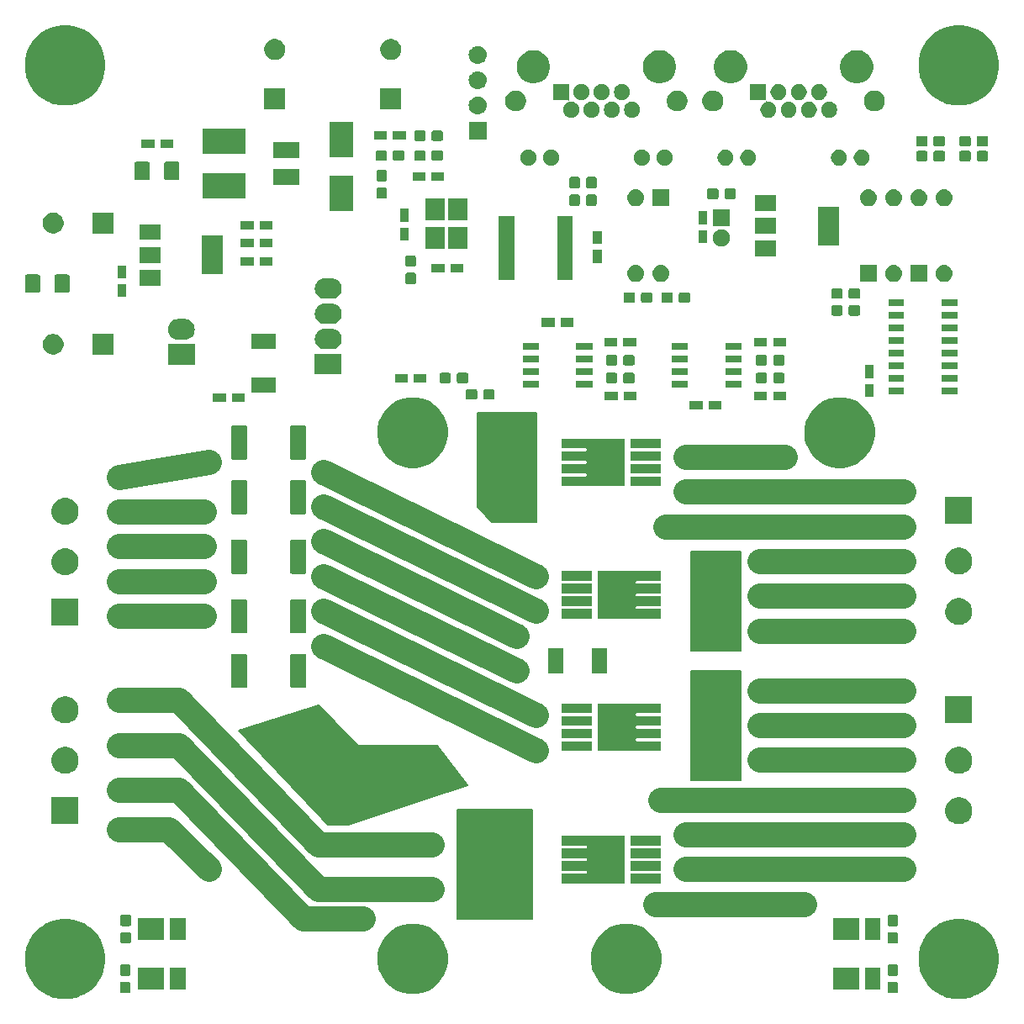
<source format=gbr>
From 27a04728606c6f432d894bf36e226fe4a9d6f4b0 Mon Sep 17 00:00:00 2001
From: jaseg <git@jaseg.net>
Date: Wed, 24 Apr 2019 21:15:55 +0900
Subject: driver: Fix ALL the PCB issues in R3

---
 driver/gerber/driver-F.Mask.gbr | 7257 ---------------------------------------
 1 file changed, 7257 deletions(-)
 delete mode 100644 driver/gerber/driver-F.Mask.gbr

(limited to 'driver/gerber/driver-F.Mask.gbr')

diff --git a/driver/gerber/driver-F.Mask.gbr b/driver/gerber/driver-F.Mask.gbr
deleted file mode 100644
index 67aaf49..0000000
--- a/driver/gerber/driver-F.Mask.gbr
+++ /dev/null
@@ -1,7257 +0,0 @@
-G04 #@! TF.GenerationSoftware,KiCad,Pcbnew,(5.0.1)*
-G04 #@! TF.CreationDate,2019-02-02T10:43:19+09:00*
-G04 #@! TF.ProjectId,driver,6472697665722E6B696361645F706362,rev?*
-G04 #@! TF.SameCoordinates,Original*
-G04 #@! TF.FileFunction,Soldermask,Top*
-G04 #@! TF.FilePolarity,Negative*
-%FSLAX46Y46*%
-G04 Gerber Fmt 4.6, Leading zero omitted, Abs format (unit mm)*
-G04 Created by KiCad (PCBNEW (5.0.1)) date Sat Feb  2 10:43:19 2019*
-%MOMM*%
-%LPD*%
-G01*
-G04 APERTURE LIST*
-%ADD10C,0.150000*%
-%ADD11C,2.500000*%
-%ADD12C,0.100000*%
-G04 APERTURE END LIST*
-D10*
-G36*
-X138000000Y-121000000D02*
-X143000000Y-121000000D01*
-X143000000Y-132000000D01*
-X138000000Y-132000000D01*
-X138000000Y-121000000D01*
-G37*
-X138000000Y-121000000D02*
-X143000000Y-121000000D01*
-X143000000Y-132000000D01*
-X138000000Y-132000000D01*
-X138000000Y-121000000D01*
-G36*
-X138000000Y-109000000D02*
-X142500000Y-109000000D01*
-X143000000Y-109000000D01*
-X143000000Y-119000000D01*
-X138000000Y-119000000D01*
-X138000000Y-109000000D01*
-G37*
-X138000000Y-109000000D02*
-X142500000Y-109000000D01*
-X143000000Y-109000000D01*
-X143000000Y-119000000D01*
-X138000000Y-119000000D01*
-X138000000Y-109000000D01*
-G36*
-X114500000Y-135000000D02*
-X114500000Y-146000000D01*
-X122000000Y-146000000D01*
-X122000000Y-135000000D01*
-X114500000Y-135000000D01*
-G37*
-X114500000Y-135000000D02*
-X114500000Y-146000000D01*
-X122000000Y-146000000D01*
-X122000000Y-135000000D01*
-X114500000Y-135000000D01*
-D11*
-X137500000Y-99500000D02*
-X147500000Y-99500000D01*
-X137500000Y-103000000D02*
-X159500000Y-103000000D01*
-X135500000Y-106500000D02*
-X159500000Y-106500000D01*
-X134500000Y-144500000D02*
-X149500000Y-144500000D01*
-X159500000Y-141000000D02*
-X137500000Y-141000000D01*
-X137500000Y-137500000D02*
-X159500000Y-137500000D01*
-X135000000Y-134000000D02*
-X159500000Y-134000000D01*
-X145000000Y-130000000D02*
-X159500000Y-130000000D01*
-X145000000Y-126500000D02*
-X159500000Y-126500000D01*
-X145000000Y-123000000D02*
-X159500000Y-123000000D01*
-X145000000Y-117000000D02*
-X159500000Y-117000000D01*
-X145000000Y-113500000D02*
-X159500000Y-113500000D01*
-X145000000Y-110000000D02*
-X159500000Y-110000000D01*
-D10*
-G36*
-X116500000Y-95000000D02*
-X116500000Y-104500000D01*
-X118000000Y-106000000D01*
-X122500000Y-106000000D01*
-X122500000Y-95000000D01*
-X116500000Y-95000000D01*
-G37*
-X116500000Y-95000000D02*
-X116500000Y-104500000D01*
-X118000000Y-106000000D01*
-X122500000Y-106000000D01*
-X122500000Y-95000000D01*
-X116500000Y-95000000D01*
-G36*
-X92500000Y-127000000D02*
-X101500000Y-136500000D01*
-X103500000Y-136500000D01*
-X115500000Y-132500000D01*
-X112500000Y-128500000D01*
-X104500000Y-128500000D01*
-X100500000Y-124500000D01*
-X92500000Y-127000000D01*
-G37*
-X92500000Y-127000000D02*
-X101500000Y-136500000D01*
-X103500000Y-136500000D01*
-X115500000Y-132500000D01*
-X112500000Y-128500000D01*
-X104500000Y-128500000D01*
-X100500000Y-124500000D01*
-X92500000Y-127000000D01*
-D11*
-X85500000Y-137000000D02*
-X89500000Y-141000000D01*
-X80500000Y-137000000D02*
-X85500000Y-137000000D01*
-X86500000Y-133000000D02*
-X80500000Y-133000000D01*
-X86500000Y-128500000D02*
-X80500000Y-128500000D01*
-X99000000Y-146000000D02*
-X105000000Y-146000000D01*
-X100500000Y-143000000D02*
-X112000000Y-143000000D01*
-X86500000Y-133000000D02*
-X99000000Y-146000000D01*
-X86500000Y-128500000D02*
-X100500000Y-143000000D01*
-X100500000Y-138500000D02*
-X112000000Y-138500000D01*
-X86500000Y-124000000D02*
-X100500000Y-138500000D01*
-X80500000Y-124000000D02*
-X86500000Y-124000000D01*
-X80500000Y-115500000D02*
-X89000000Y-115500000D01*
-X80500000Y-112000000D02*
-X89000000Y-112000000D01*
-X80500000Y-108500000D02*
-X89000000Y-108500000D01*
-X89500000Y-100000000D02*
-X80500000Y-101500000D01*
-X80500000Y-105000000D02*
-X89000000Y-105000000D01*
-X122500000Y-129000000D02*
-X101000000Y-118500000D01*
-X122500000Y-125500000D02*
-X101000000Y-115000000D01*
-X120500000Y-121000000D02*
-X101000000Y-111500000D01*
-X120500000Y-117500000D02*
-X101000000Y-108000000D01*
-X122500000Y-115000000D02*
-X101000000Y-104500000D01*
-X122500000Y-111500000D02*
-X101000000Y-101000000D01*
-D12*
-G36*
-X166181632Y-146104677D02*
-X166613495Y-146283561D01*
-X166918868Y-146410050D01*
-X167354305Y-146701000D01*
-X167582365Y-146853385D01*
-X168146615Y-147417635D01*
-X168146617Y-147417638D01*
-X168589950Y-148081132D01*
-X168634216Y-148188000D01*
-X168895323Y-148818368D01*
-X169051000Y-149601010D01*
-X169051000Y-150398990D01*
-X168895323Y-151181632D01*
-X168731559Y-151576993D01*
-X168589950Y-151918868D01*
-X168257853Y-152415885D01*
-X168146615Y-152582365D01*
-X167582365Y-153146615D01*
-X167582362Y-153146617D01*
-X166918868Y-153589950D01*
-X166613495Y-153716439D01*
-X166181632Y-153895323D01*
-X165398990Y-154051000D01*
-X164601010Y-154051000D01*
-X163818368Y-153895323D01*
-X163386505Y-153716439D01*
-X163081132Y-153589950D01*
-X162417638Y-153146617D01*
-X162417635Y-153146615D01*
-X161853385Y-152582365D01*
-X161742147Y-152415885D01*
-X161410050Y-151918868D01*
-X161268441Y-151576993D01*
-X161104677Y-151181632D01*
-X160949000Y-150398990D01*
-X160949000Y-149601010D01*
-X161104677Y-148818368D01*
-X161365784Y-148188000D01*
-X161410050Y-148081132D01*
-X161853383Y-147417638D01*
-X161853385Y-147417635D01*
-X162417635Y-146853385D01*
-X162645695Y-146701000D01*
-X163081132Y-146410050D01*
-X163386505Y-146283561D01*
-X163818368Y-146104677D01*
-X164601010Y-145949000D01*
-X165398990Y-145949000D01*
-X166181632Y-146104677D01*
-X166181632Y-146104677D01*
-G37*
-G36*
-X76181632Y-146104677D02*
-X76613495Y-146283561D01*
-X76918868Y-146410050D01*
-X77354305Y-146701000D01*
-X77582365Y-146853385D01*
-X78146615Y-147417635D01*
-X78146617Y-147417638D01*
-X78589950Y-148081132D01*
-X78634216Y-148188000D01*
-X78895323Y-148818368D01*
-X79051000Y-149601010D01*
-X79051000Y-150398990D01*
-X78895323Y-151181632D01*
-X78731559Y-151576993D01*
-X78589950Y-151918868D01*
-X78257853Y-152415885D01*
-X78146615Y-152582365D01*
-X77582365Y-153146615D01*
-X77582362Y-153146617D01*
-X76918868Y-153589950D01*
-X76613495Y-153716439D01*
-X76181632Y-153895323D01*
-X75398990Y-154051000D01*
-X74601010Y-154051000D01*
-X73818368Y-153895323D01*
-X73386505Y-153716439D01*
-X73081132Y-153589950D01*
-X72417638Y-153146617D01*
-X72417635Y-153146615D01*
-X71853385Y-152582365D01*
-X71742147Y-152415885D01*
-X71410050Y-151918868D01*
-X71268441Y-151576993D01*
-X71104677Y-151181632D01*
-X70949000Y-150398990D01*
-X70949000Y-149601010D01*
-X71104677Y-148818368D01*
-X71365784Y-148188000D01*
-X71410050Y-148081132D01*
-X71853383Y-147417638D01*
-X71853385Y-147417635D01*
-X72417635Y-146853385D01*
-X72645695Y-146701000D01*
-X73081132Y-146410050D01*
-X73386505Y-146283561D01*
-X73818368Y-146104677D01*
-X74601010Y-145949000D01*
-X75398990Y-145949000D01*
-X76181632Y-146104677D01*
-X76181632Y-146104677D01*
-G37*
-G36*
-X111035786Y-146585462D02*
-X111035788Y-146585463D01*
-X111035789Y-146585463D01*
-X111682029Y-146853144D01*
-X112255791Y-147236520D01*
-X112263634Y-147241760D01*
-X112758240Y-147736366D01*
-X112758242Y-147736369D01*
-X113146856Y-148317971D01*
-X113354127Y-148818368D01*
-X113414538Y-148964214D01*
-X113551000Y-149650256D01*
-X113551000Y-150349744D01*
-X113459052Y-150812000D01*
-X113414537Y-151035789D01*
-X113146856Y-151682029D01*
-X113146855Y-151682030D01*
-X112758240Y-152263634D01*
-X112263634Y-152758240D01*
-X112263631Y-152758242D01*
-X111682029Y-153146856D01*
-X111035789Y-153414537D01*
-X111035788Y-153414537D01*
-X111035786Y-153414538D01*
-X110349744Y-153551000D01*
-X109650256Y-153551000D01*
-X108964214Y-153414538D01*
-X108964212Y-153414537D01*
-X108964211Y-153414537D01*
-X108317971Y-153146856D01*
-X107736369Y-152758242D01*
-X107736366Y-152758240D01*
-X107241760Y-152263634D01*
-X106853145Y-151682030D01*
-X106853144Y-151682029D01*
-X106585463Y-151035789D01*
-X106540949Y-150812000D01*
-X106449000Y-150349744D01*
-X106449000Y-149650256D01*
-X106585462Y-148964214D01*
-X106645873Y-148818368D01*
-X106853144Y-148317971D01*
-X107241758Y-147736369D01*
-X107241760Y-147736366D01*
-X107736366Y-147241760D01*
-X107744209Y-147236520D01*
-X108317971Y-146853144D01*
-X108964211Y-146585463D01*
-X108964212Y-146585463D01*
-X108964214Y-146585462D01*
-X109650256Y-146449000D01*
-X110349744Y-146449000D01*
-X111035786Y-146585462D01*
-X111035786Y-146585462D01*
-G37*
-G36*
-X132535786Y-146585462D02*
-X132535788Y-146585463D01*
-X132535789Y-146585463D01*
-X133182029Y-146853144D01*
-X133755791Y-147236520D01*
-X133763634Y-147241760D01*
-X134258240Y-147736366D01*
-X134258242Y-147736369D01*
-X134646856Y-148317971D01*
-X134854127Y-148818368D01*
-X134914538Y-148964214D01*
-X135051000Y-149650256D01*
-X135051000Y-150349744D01*
-X134959052Y-150812000D01*
-X134914537Y-151035789D01*
-X134646856Y-151682029D01*
-X134646855Y-151682030D01*
-X134258240Y-152263634D01*
-X133763634Y-152758240D01*
-X133763631Y-152758242D01*
-X133182029Y-153146856D01*
-X132535789Y-153414537D01*
-X132535788Y-153414537D01*
-X132535786Y-153414538D01*
-X131849744Y-153551000D01*
-X131150256Y-153551000D01*
-X130464214Y-153414538D01*
-X130464212Y-153414537D01*
-X130464211Y-153414537D01*
-X129817971Y-153146856D01*
-X129236369Y-152758242D01*
-X129236366Y-152758240D01*
-X128741760Y-152263634D01*
-X128353145Y-151682030D01*
-X128353144Y-151682029D01*
-X128085463Y-151035789D01*
-X128040949Y-150812000D01*
-X127949000Y-150349744D01*
-X127949000Y-149650256D01*
-X128085462Y-148964214D01*
-X128145873Y-148818368D01*
-X128353144Y-148317971D01*
-X128741758Y-147736369D01*
-X128741760Y-147736366D01*
-X129236366Y-147241760D01*
-X129244209Y-147236520D01*
-X129817971Y-146853144D01*
-X130464211Y-146585463D01*
-X130464212Y-146585463D01*
-X130464214Y-146585462D01*
-X131150256Y-146449000D01*
-X131849744Y-146449000D01*
-X132535786Y-146585462D01*
-X132535786Y-146585462D01*
-G37*
-G36*
-X81414499Y-152303445D02*
-X81451993Y-152314819D01*
-X81486557Y-152333294D01*
-X81516847Y-152358153D01*
-X81541706Y-152388443D01*
-X81560181Y-152423007D01*
-X81571555Y-152460501D01*
-X81576000Y-152505638D01*
-X81576000Y-153244362D01*
-X81571555Y-153289499D01*
-X81560181Y-153326993D01*
-X81541706Y-153361557D01*
-X81516847Y-153391847D01*
-X81486557Y-153416706D01*
-X81451993Y-153435181D01*
-X81414499Y-153446555D01*
-X81369362Y-153451000D01*
-X80730638Y-153451000D01*
-X80685501Y-153446555D01*
-X80648007Y-153435181D01*
-X80613443Y-153416706D01*
-X80583153Y-153391847D01*
-X80558294Y-153361557D01*
-X80539819Y-153326993D01*
-X80528445Y-153289499D01*
-X80524000Y-153244362D01*
-X80524000Y-152505638D01*
-X80528445Y-152460501D01*
-X80539819Y-152423007D01*
-X80558294Y-152388443D01*
-X80583153Y-152358153D01*
-X80613443Y-152333294D01*
-X80648007Y-152314819D01*
-X80685501Y-152303445D01*
-X80730638Y-152299000D01*
-X81369362Y-152299000D01*
-X81414499Y-152303445D01*
-X81414499Y-152303445D01*
-G37*
-G36*
-X158714499Y-152303445D02*
-X158751993Y-152314819D01*
-X158786557Y-152333294D01*
-X158816847Y-152358153D01*
-X158841706Y-152388443D01*
-X158860181Y-152423007D01*
-X158871555Y-152460501D01*
-X158876000Y-152505638D01*
-X158876000Y-153244362D01*
-X158871555Y-153289499D01*
-X158860181Y-153326993D01*
-X158841706Y-153361557D01*
-X158816847Y-153391847D01*
-X158786557Y-153416706D01*
-X158751993Y-153435181D01*
-X158714499Y-153446555D01*
-X158669362Y-153451000D01*
-X158030638Y-153451000D01*
-X157985501Y-153446555D01*
-X157948007Y-153435181D01*
-X157913443Y-153416706D01*
-X157883153Y-153391847D01*
-X157858294Y-153361557D01*
-X157839819Y-153326993D01*
-X157828445Y-153289499D01*
-X157824000Y-153244362D01*
-X157824000Y-152505638D01*
-X157828445Y-152460501D01*
-X157839819Y-152423007D01*
-X157858294Y-152388443D01*
-X157883153Y-152358153D01*
-X157913443Y-152333294D01*
-X157948007Y-152314819D01*
-X157985501Y-152303445D01*
-X158030638Y-152299000D01*
-X158669362Y-152299000D01*
-X158714499Y-152303445D01*
-X158714499Y-152303445D01*
-G37*
-G36*
-X154971000Y-153101000D02*
-X152369000Y-153101000D01*
-X152369000Y-150899000D01*
-X154971000Y-150899000D01*
-X154971000Y-153101000D01*
-X154971000Y-153101000D01*
-G37*
-G36*
-X157131000Y-153101000D02*
-X155529000Y-153101000D01*
-X155529000Y-150899000D01*
-X157131000Y-150899000D01*
-X157131000Y-153101000D01*
-X157131000Y-153101000D01*
-G37*
-G36*
-X87131000Y-153101000D02*
-X85529000Y-153101000D01*
-X85529000Y-150899000D01*
-X87131000Y-150899000D01*
-X87131000Y-153101000D01*
-X87131000Y-153101000D01*
-G37*
-G36*
-X84971000Y-153101000D02*
-X82369000Y-153101000D01*
-X82369000Y-150899000D01*
-X84971000Y-150899000D01*
-X84971000Y-153101000D01*
-X84971000Y-153101000D01*
-G37*
-G36*
-X81414499Y-150553445D02*
-X81451993Y-150564819D01*
-X81486557Y-150583294D01*
-X81516847Y-150608153D01*
-X81541706Y-150638443D01*
-X81560181Y-150673007D01*
-X81571555Y-150710501D01*
-X81576000Y-150755638D01*
-X81576000Y-151494362D01*
-X81571555Y-151539499D01*
-X81560181Y-151576993D01*
-X81541706Y-151611557D01*
-X81516847Y-151641847D01*
-X81486557Y-151666706D01*
-X81451993Y-151685181D01*
-X81414499Y-151696555D01*
-X81369362Y-151701000D01*
-X80730638Y-151701000D01*
-X80685501Y-151696555D01*
-X80648007Y-151685181D01*
-X80613443Y-151666706D01*
-X80583153Y-151641847D01*
-X80558294Y-151611557D01*
-X80539819Y-151576993D01*
-X80528445Y-151539499D01*
-X80524000Y-151494362D01*
-X80524000Y-150755638D01*
-X80528445Y-150710501D01*
-X80539819Y-150673007D01*
-X80558294Y-150638443D01*
-X80583153Y-150608153D01*
-X80613443Y-150583294D01*
-X80648007Y-150564819D01*
-X80685501Y-150553445D01*
-X80730638Y-150549000D01*
-X81369362Y-150549000D01*
-X81414499Y-150553445D01*
-X81414499Y-150553445D01*
-G37*
-G36*
-X158714499Y-150553445D02*
-X158751993Y-150564819D01*
-X158786557Y-150583294D01*
-X158816847Y-150608153D01*
-X158841706Y-150638443D01*
-X158860181Y-150673007D01*
-X158871555Y-150710501D01*
-X158876000Y-150755638D01*
-X158876000Y-151494362D01*
-X158871555Y-151539499D01*
-X158860181Y-151576993D01*
-X158841706Y-151611557D01*
-X158816847Y-151641847D01*
-X158786557Y-151666706D01*
-X158751993Y-151685181D01*
-X158714499Y-151696555D01*
-X158669362Y-151701000D01*
-X158030638Y-151701000D01*
-X157985501Y-151696555D01*
-X157948007Y-151685181D01*
-X157913443Y-151666706D01*
-X157883153Y-151641847D01*
-X157858294Y-151611557D01*
-X157839819Y-151576993D01*
-X157828445Y-151539499D01*
-X157824000Y-151494362D01*
-X157824000Y-150755638D01*
-X157828445Y-150710501D01*
-X157839819Y-150673007D01*
-X157858294Y-150638443D01*
-X157883153Y-150608153D01*
-X157913443Y-150583294D01*
-X157948007Y-150564819D01*
-X157985501Y-150553445D01*
-X158030638Y-150549000D01*
-X158669362Y-150549000D01*
-X158714499Y-150553445D01*
-X158714499Y-150553445D01*
-G37*
-G36*
-X158714499Y-147303445D02*
-X158751993Y-147314819D01*
-X158786557Y-147333294D01*
-X158816847Y-147358153D01*
-X158841706Y-147388443D01*
-X158860181Y-147423007D01*
-X158871555Y-147460501D01*
-X158876000Y-147505638D01*
-X158876000Y-148244362D01*
-X158871555Y-148289499D01*
-X158860181Y-148326993D01*
-X158841706Y-148361557D01*
-X158816847Y-148391847D01*
-X158786557Y-148416706D01*
-X158751993Y-148435181D01*
-X158714499Y-148446555D01*
-X158669362Y-148451000D01*
-X158030638Y-148451000D01*
-X157985501Y-148446555D01*
-X157948007Y-148435181D01*
-X157913443Y-148416706D01*
-X157883153Y-148391847D01*
-X157858294Y-148361557D01*
-X157839819Y-148326993D01*
-X157828445Y-148289499D01*
-X157824000Y-148244362D01*
-X157824000Y-147505638D01*
-X157828445Y-147460501D01*
-X157839819Y-147423007D01*
-X157858294Y-147388443D01*
-X157883153Y-147358153D01*
-X157913443Y-147333294D01*
-X157948007Y-147314819D01*
-X157985501Y-147303445D01*
-X158030638Y-147299000D01*
-X158669362Y-147299000D01*
-X158714499Y-147303445D01*
-X158714499Y-147303445D01*
-G37*
-G36*
-X81464499Y-147303445D02*
-X81501993Y-147314819D01*
-X81536557Y-147333294D01*
-X81566847Y-147358153D01*
-X81591706Y-147388443D01*
-X81610181Y-147423007D01*
-X81621555Y-147460501D01*
-X81626000Y-147505638D01*
-X81626000Y-148244362D01*
-X81621555Y-148289499D01*
-X81610181Y-148326993D01*
-X81591706Y-148361557D01*
-X81566847Y-148391847D01*
-X81536557Y-148416706D01*
-X81501993Y-148435181D01*
-X81464499Y-148446555D01*
-X81419362Y-148451000D01*
-X80780638Y-148451000D01*
-X80735501Y-148446555D01*
-X80698007Y-148435181D01*
-X80663443Y-148416706D01*
-X80633153Y-148391847D01*
-X80608294Y-148361557D01*
-X80589819Y-148326993D01*
-X80578445Y-148289499D01*
-X80574000Y-148244362D01*
-X80574000Y-147505638D01*
-X80578445Y-147460501D01*
-X80589819Y-147423007D01*
-X80608294Y-147388443D01*
-X80633153Y-147358153D01*
-X80663443Y-147333294D01*
-X80698007Y-147314819D01*
-X80735501Y-147303445D01*
-X80780638Y-147299000D01*
-X81419362Y-147299000D01*
-X81464499Y-147303445D01*
-X81464499Y-147303445D01*
-G37*
-G36*
-X154971000Y-148101000D02*
-X152369000Y-148101000D01*
-X152369000Y-145899000D01*
-X154971000Y-145899000D01*
-X154971000Y-148101000D01*
-X154971000Y-148101000D01*
-G37*
-G36*
-X157131000Y-148101000D02*
-X155529000Y-148101000D01*
-X155529000Y-145899000D01*
-X157131000Y-145899000D01*
-X157131000Y-148101000D01*
-X157131000Y-148101000D01*
-G37*
-G36*
-X84971000Y-148101000D02*
-X82369000Y-148101000D01*
-X82369000Y-145899000D01*
-X84971000Y-145899000D01*
-X84971000Y-148101000D01*
-X84971000Y-148101000D01*
-G37*
-G36*
-X87131000Y-148101000D02*
-X85529000Y-148101000D01*
-X85529000Y-145899000D01*
-X87131000Y-145899000D01*
-X87131000Y-148101000D01*
-X87131000Y-148101000D01*
-G37*
-G36*
-X81464499Y-145553445D02*
-X81501993Y-145564819D01*
-X81536557Y-145583294D01*
-X81566847Y-145608153D01*
-X81591706Y-145638443D01*
-X81610181Y-145673007D01*
-X81621555Y-145710501D01*
-X81626000Y-145755638D01*
-X81626000Y-146494362D01*
-X81621555Y-146539499D01*
-X81610181Y-146576993D01*
-X81591706Y-146611557D01*
-X81566847Y-146641847D01*
-X81536557Y-146666706D01*
-X81501993Y-146685181D01*
-X81464499Y-146696555D01*
-X81419362Y-146701000D01*
-X80780638Y-146701000D01*
-X80735501Y-146696555D01*
-X80698007Y-146685181D01*
-X80663443Y-146666706D01*
-X80633153Y-146641847D01*
-X80608294Y-146611557D01*
-X80589819Y-146576993D01*
-X80578445Y-146539499D01*
-X80574000Y-146494362D01*
-X80574000Y-145755638D01*
-X80578445Y-145710501D01*
-X80589819Y-145673007D01*
-X80608294Y-145638443D01*
-X80633153Y-145608153D01*
-X80663443Y-145583294D01*
-X80698007Y-145564819D01*
-X80735501Y-145553445D01*
-X80780638Y-145549000D01*
-X81419362Y-145549000D01*
-X81464499Y-145553445D01*
-X81464499Y-145553445D01*
-G37*
-G36*
-X158714499Y-145553445D02*
-X158751993Y-145564819D01*
-X158786557Y-145583294D01*
-X158816847Y-145608153D01*
-X158841706Y-145638443D01*
-X158860181Y-145673007D01*
-X158871555Y-145710501D01*
-X158876000Y-145755638D01*
-X158876000Y-146494362D01*
-X158871555Y-146539499D01*
-X158860181Y-146576993D01*
-X158841706Y-146611557D01*
-X158816847Y-146641847D01*
-X158786557Y-146666706D01*
-X158751993Y-146685181D01*
-X158714499Y-146696555D01*
-X158669362Y-146701000D01*
-X158030638Y-146701000D01*
-X157985501Y-146696555D01*
-X157948007Y-146685181D01*
-X157913443Y-146666706D01*
-X157883153Y-146641847D01*
-X157858294Y-146611557D01*
-X157839819Y-146576993D01*
-X157828445Y-146539499D01*
-X157824000Y-146494362D01*
-X157824000Y-145755638D01*
-X157828445Y-145710501D01*
-X157839819Y-145673007D01*
-X157858294Y-145638443D01*
-X157883153Y-145608153D01*
-X157913443Y-145583294D01*
-X157948007Y-145564819D01*
-X157985501Y-145553445D01*
-X158030638Y-145549000D01*
-X158669362Y-145549000D01*
-X158714499Y-145553445D01*
-X158714499Y-145553445D01*
-G37*
-G36*
-X131376000Y-142401000D02*
-X127466452Y-142401000D01*
-X127446835Y-142390515D01*
-X127423386Y-142383402D01*
-X127399000Y-142381000D01*
-X124974000Y-142381000D01*
-X124974000Y-141429000D01*
-X127399000Y-141429000D01*
-X127423386Y-141426598D01*
-X127446835Y-141419485D01*
-X127468446Y-141407934D01*
-X127487388Y-141392388D01*
-X127502934Y-141373446D01*
-X127514485Y-141351835D01*
-X127521598Y-141328386D01*
-X127524000Y-141304000D01*
-X127524000Y-141236000D01*
-X127521598Y-141211614D01*
-X127514485Y-141188165D01*
-X127502934Y-141166554D01*
-X127487388Y-141147612D01*
-X127468446Y-141132066D01*
-X127446835Y-141120515D01*
-X127423386Y-141113402D01*
-X127399000Y-141111000D01*
-X124974000Y-141111000D01*
-X124974000Y-140159000D01*
-X127399000Y-140159000D01*
-X127423386Y-140156598D01*
-X127446835Y-140149485D01*
-X127468446Y-140137934D01*
-X127487388Y-140122388D01*
-X127502934Y-140103446D01*
-X127514485Y-140081835D01*
-X127521598Y-140058386D01*
-X127524000Y-140034000D01*
-X127524000Y-139966000D01*
-X127521598Y-139941614D01*
-X127514485Y-139918165D01*
-X127502934Y-139896554D01*
-X127487388Y-139877612D01*
-X127468446Y-139862066D01*
-X127446835Y-139850515D01*
-X127423386Y-139843402D01*
-X127399000Y-139841000D01*
-X124974000Y-139841000D01*
-X124974000Y-138889000D01*
-X127399000Y-138889000D01*
-X127423386Y-138886598D01*
-X127446835Y-138879485D01*
-X127468446Y-138867934D01*
-X127487388Y-138852388D01*
-X127502934Y-138833446D01*
-X127514485Y-138811835D01*
-X127521598Y-138788386D01*
-X127524000Y-138764000D01*
-X127524000Y-138696000D01*
-X127521598Y-138671614D01*
-X127514485Y-138648165D01*
-X127502934Y-138626554D01*
-X127487388Y-138607612D01*
-X127468446Y-138592066D01*
-X127446835Y-138580515D01*
-X127423386Y-138573402D01*
-X127399000Y-138571000D01*
-X124974000Y-138571000D01*
-X124974000Y-137619000D01*
-X127399000Y-137619000D01*
-X127423386Y-137616598D01*
-X127446835Y-137609485D01*
-X127466452Y-137599000D01*
-X131376000Y-137599000D01*
-X131376000Y-142401000D01*
-X131376000Y-142401000D01*
-G37*
-G36*
-X135026000Y-142381000D02*
-X131974000Y-142381000D01*
-X131974000Y-141429000D01*
-X135026000Y-141429000D01*
-X135026000Y-142381000D01*
-X135026000Y-142381000D01*
-G37*
-G36*
-X135026000Y-141111000D02*
-X131974000Y-141111000D01*
-X131974000Y-140159000D01*
-X135026000Y-140159000D01*
-X135026000Y-141111000D01*
-X135026000Y-141111000D01*
-G37*
-G36*
-X135026000Y-139841000D02*
-X131974000Y-139841000D01*
-X131974000Y-138889000D01*
-X135026000Y-138889000D01*
-X135026000Y-139841000D01*
-X135026000Y-139841000D01*
-G37*
-G36*
-X135026000Y-138571000D02*
-X131974000Y-138571000D01*
-X131974000Y-137619000D01*
-X135026000Y-137619000D01*
-X135026000Y-138571000D01*
-X135026000Y-138571000D01*
-G37*
-G36*
-X165263567Y-133754959D02*
-X165394072Y-133780918D01*
-X165639939Y-133882759D01*
-X165860464Y-134030110D01*
-X165861215Y-134030612D01*
-X166049388Y-134218785D01*
-X166049390Y-134218788D01*
-X166197241Y-134440061D01*
-X166299082Y-134685928D01*
-X166351000Y-134946938D01*
-X166351000Y-135213062D01*
-X166299082Y-135474072D01*
-X166197241Y-135719939D01*
-X166049890Y-135940464D01*
-X166049388Y-135941215D01*
-X165861215Y-136129388D01*
-X165861212Y-136129390D01*
-X165639939Y-136277241D01*
-X165394072Y-136379082D01*
-X165263567Y-136405041D01*
-X165133063Y-136431000D01*
-X164866937Y-136431000D01*
-X164736433Y-136405041D01*
-X164605928Y-136379082D01*
-X164360061Y-136277241D01*
-X164138788Y-136129390D01*
-X164138785Y-136129388D01*
-X163950612Y-135941215D01*
-X163950110Y-135940464D01*
-X163802759Y-135719939D01*
-X163700918Y-135474072D01*
-X163649000Y-135213062D01*
-X163649000Y-134946938D01*
-X163700918Y-134685928D01*
-X163802759Y-134440061D01*
-X163950610Y-134218788D01*
-X163950612Y-134218785D01*
-X164138785Y-134030612D01*
-X164139536Y-134030110D01*
-X164360061Y-133882759D01*
-X164605928Y-133780918D01*
-X164736433Y-133754959D01*
-X164866937Y-133729000D01*
-X165133063Y-133729000D01*
-X165263567Y-133754959D01*
-X165263567Y-133754959D01*
-G37*
-G36*
-X76351000Y-136431000D02*
-X73649000Y-136431000D01*
-X73649000Y-133729000D01*
-X76351000Y-133729000D01*
-X76351000Y-136431000D01*
-X76351000Y-136431000D01*
-G37*
-G36*
-X165263567Y-128674959D02*
-X165394072Y-128700918D01*
-X165639939Y-128802759D01*
-X165860464Y-128950110D01*
-X165861215Y-128950612D01*
-X166049388Y-129138785D01*
-X166049390Y-129138788D01*
-X166197241Y-129360061D01*
-X166299082Y-129605928D01*
-X166351000Y-129866938D01*
-X166351000Y-130133062D01*
-X166299082Y-130394072D01*
-X166197241Y-130639939D01*
-X166049890Y-130860464D01*
-X166049388Y-130861215D01*
-X165861215Y-131049388D01*
-X165861212Y-131049390D01*
-X165639939Y-131197241D01*
-X165394072Y-131299082D01*
-X165263567Y-131325041D01*
-X165133063Y-131351000D01*
-X164866937Y-131351000D01*
-X164736433Y-131325041D01*
-X164605928Y-131299082D01*
-X164360061Y-131197241D01*
-X164138788Y-131049390D01*
-X164138785Y-131049388D01*
-X163950612Y-130861215D01*
-X163950110Y-130860464D01*
-X163802759Y-130639939D01*
-X163700918Y-130394072D01*
-X163649000Y-130133062D01*
-X163649000Y-129866938D01*
-X163700918Y-129605928D01*
-X163802759Y-129360061D01*
-X163950610Y-129138788D01*
-X163950612Y-129138785D01*
-X164138785Y-128950612D01*
-X164139536Y-128950110D01*
-X164360061Y-128802759D01*
-X164605928Y-128700918D01*
-X164736433Y-128674959D01*
-X164866937Y-128649000D01*
-X165133063Y-128649000D01*
-X165263567Y-128674959D01*
-X165263567Y-128674959D01*
-G37*
-G36*
-X75263567Y-128674959D02*
-X75394072Y-128700918D01*
-X75639939Y-128802759D01*
-X75860464Y-128950110D01*
-X75861215Y-128950612D01*
-X76049388Y-129138785D01*
-X76049390Y-129138788D01*
-X76197241Y-129360061D01*
-X76299082Y-129605928D01*
-X76351000Y-129866938D01*
-X76351000Y-130133062D01*
-X76299082Y-130394072D01*
-X76197241Y-130639939D01*
-X76049890Y-130860464D01*
-X76049388Y-130861215D01*
-X75861215Y-131049388D01*
-X75861212Y-131049390D01*
-X75639939Y-131197241D01*
-X75394072Y-131299082D01*
-X75263567Y-131325041D01*
-X75133063Y-131351000D01*
-X74866937Y-131351000D01*
-X74736433Y-131325041D01*
-X74605928Y-131299082D01*
-X74360061Y-131197241D01*
-X74138788Y-131049390D01*
-X74138785Y-131049388D01*
-X73950612Y-130861215D01*
-X73950110Y-130860464D01*
-X73802759Y-130639939D01*
-X73700918Y-130394072D01*
-X73649000Y-130133062D01*
-X73649000Y-129866938D01*
-X73700918Y-129605928D01*
-X73802759Y-129360061D01*
-X73950610Y-129138788D01*
-X73950612Y-129138785D01*
-X74138785Y-128950612D01*
-X74139536Y-128950110D01*
-X74360061Y-128802759D01*
-X74605928Y-128700918D01*
-X74736433Y-128674959D01*
-X74866937Y-128649000D01*
-X75133063Y-128649000D01*
-X75263567Y-128674959D01*
-X75263567Y-128674959D01*
-G37*
-G36*
-X132553165Y-124276185D02*
-X132576614Y-124283298D01*
-X132601000Y-124285700D01*
-X135026000Y-124285700D01*
-X135026000Y-125237700D01*
-X132601000Y-125237700D01*
-X132576614Y-125240102D01*
-X132553165Y-125247215D01*
-X132531554Y-125258766D01*
-X132512612Y-125274312D01*
-X132497066Y-125293254D01*
-X132485515Y-125314865D01*
-X132478402Y-125338314D01*
-X132476000Y-125362700D01*
-X132476000Y-125430700D01*
-X132478402Y-125455086D01*
-X132485515Y-125478535D01*
-X132497066Y-125500146D01*
-X132512612Y-125519088D01*
-X132531554Y-125534634D01*
-X132553165Y-125546185D01*
-X132576614Y-125553298D01*
-X132601000Y-125555700D01*
-X135026000Y-125555700D01*
-X135026000Y-126507700D01*
-X132601000Y-126507700D01*
-X132576614Y-126510102D01*
-X132553165Y-126517215D01*
-X132531554Y-126528766D01*
-X132512612Y-126544312D01*
-X132497066Y-126563254D01*
-X132485515Y-126584865D01*
-X132478402Y-126608314D01*
-X132476000Y-126632700D01*
-X132476000Y-126700700D01*
-X132478402Y-126725086D01*
-X132485515Y-126748535D01*
-X132497066Y-126770146D01*
-X132512612Y-126789088D01*
-X132531554Y-126804634D01*
-X132553165Y-126816185D01*
-X132576614Y-126823298D01*
-X132601000Y-126825700D01*
-X135026000Y-126825700D01*
-X135026000Y-127777700D01*
-X132601000Y-127777700D01*
-X132576614Y-127780102D01*
-X132553165Y-127787215D01*
-X132531554Y-127798766D01*
-X132512612Y-127814312D01*
-X132497066Y-127833254D01*
-X132485515Y-127854865D01*
-X132478402Y-127878314D01*
-X132476000Y-127902700D01*
-X132476000Y-127970700D01*
-X132478402Y-127995086D01*
-X132485515Y-128018535D01*
-X132497066Y-128040146D01*
-X132512612Y-128059088D01*
-X132531554Y-128074634D01*
-X132553165Y-128086185D01*
-X132576614Y-128093298D01*
-X132601000Y-128095700D01*
-X135026000Y-128095700D01*
-X135026000Y-129047700D01*
-X132601000Y-129047700D01*
-X132576614Y-129050102D01*
-X132553165Y-129057215D01*
-X132533548Y-129067700D01*
-X128624000Y-129067700D01*
-X128624000Y-124265700D01*
-X132533548Y-124265700D01*
-X132553165Y-124276185D01*
-X132553165Y-124276185D01*
-G37*
-G36*
-X128026000Y-129047700D02*
-X124974000Y-129047700D01*
-X124974000Y-128095700D01*
-X128026000Y-128095700D01*
-X128026000Y-129047700D01*
-X128026000Y-129047700D01*
-G37*
-G36*
-X128026000Y-127777700D02*
-X124974000Y-127777700D01*
-X124974000Y-126825700D01*
-X128026000Y-126825700D01*
-X128026000Y-127777700D01*
-X128026000Y-127777700D01*
-G37*
-G36*
-X128026000Y-126507700D02*
-X124974000Y-126507700D01*
-X124974000Y-125555700D01*
-X128026000Y-125555700D01*
-X128026000Y-126507700D01*
-X128026000Y-126507700D01*
-G37*
-G36*
-X166351000Y-126271000D02*
-X163649000Y-126271000D01*
-X163649000Y-123569000D01*
-X166351000Y-123569000D01*
-X166351000Y-126271000D01*
-X166351000Y-126271000D01*
-G37*
-G36*
-X75263567Y-123594959D02*
-X75394072Y-123620918D01*
-X75639939Y-123722759D01*
-X75860464Y-123870110D01*
-X75861215Y-123870612D01*
-X76049388Y-124058785D01*
-X76049390Y-124058788D01*
-X76197241Y-124280061D01*
-X76299082Y-124525928D01*
-X76351000Y-124786938D01*
-X76351000Y-125053062D01*
-X76299082Y-125314072D01*
-X76197241Y-125559939D01*
-X76049890Y-125780464D01*
-X76049388Y-125781215D01*
-X75861215Y-125969388D01*
-X75861212Y-125969390D01*
-X75639939Y-126117241D01*
-X75394072Y-126219082D01*
-X75263567Y-126245041D01*
-X75133063Y-126271000D01*
-X74866937Y-126271000D01*
-X74736433Y-126245041D01*
-X74605928Y-126219082D01*
-X74360061Y-126117241D01*
-X74138788Y-125969390D01*
-X74138785Y-125969388D01*
-X73950612Y-125781215D01*
-X73950110Y-125780464D01*
-X73802759Y-125559939D01*
-X73700918Y-125314072D01*
-X73649000Y-125053062D01*
-X73649000Y-124786938D01*
-X73700918Y-124525928D01*
-X73802759Y-124280061D01*
-X73950610Y-124058788D01*
-X73950612Y-124058785D01*
-X74138785Y-123870612D01*
-X74139536Y-123870110D01*
-X74360061Y-123722759D01*
-X74605928Y-123620918D01*
-X74736433Y-123594959D01*
-X74866937Y-123569000D01*
-X75133063Y-123569000D01*
-X75263567Y-123594959D01*
-X75263567Y-123594959D01*
-G37*
-G36*
-X128026000Y-125237700D02*
-X124974000Y-125237700D01*
-X124974000Y-124285700D01*
-X128026000Y-124285700D01*
-X128026000Y-125237700D01*
-X128026000Y-125237700D01*
-G37*
-G36*
-X99153821Y-119278103D02*
-X99187982Y-119288466D01*
-X99219464Y-119305293D01*
-X99247060Y-119327940D01*
-X99269707Y-119355536D01*
-X99286534Y-119387018D01*
-X99296897Y-119421179D01*
-X99301000Y-119462842D01*
-X99301000Y-122537158D01*
-X99296897Y-122578821D01*
-X99286534Y-122612982D01*
-X99269707Y-122644464D01*
-X99247060Y-122672060D01*
-X99219464Y-122694707D01*
-X99187982Y-122711534D01*
-X99153821Y-122721897D01*
-X99112158Y-122726000D01*
-X97862842Y-122726000D01*
-X97821179Y-122721897D01*
-X97787018Y-122711534D01*
-X97755536Y-122694707D01*
-X97727940Y-122672060D01*
-X97705293Y-122644464D01*
-X97688466Y-122612982D01*
-X97678103Y-122578821D01*
-X97674000Y-122537158D01*
-X97674000Y-119462842D01*
-X97678103Y-119421179D01*
-X97688466Y-119387018D01*
-X97705293Y-119355536D01*
-X97727940Y-119327940D01*
-X97755536Y-119305293D01*
-X97787018Y-119288466D01*
-X97821179Y-119278103D01*
-X97862842Y-119274000D01*
-X99112158Y-119274000D01*
-X99153821Y-119278103D01*
-X99153821Y-119278103D01*
-G37*
-G36*
-X93178821Y-119278103D02*
-X93212982Y-119288466D01*
-X93244464Y-119305293D01*
-X93272060Y-119327940D01*
-X93294707Y-119355536D01*
-X93311534Y-119387018D01*
-X93321897Y-119421179D01*
-X93326000Y-119462842D01*
-X93326000Y-122537158D01*
-X93321897Y-122578821D01*
-X93311534Y-122612982D01*
-X93294707Y-122644464D01*
-X93272060Y-122672060D01*
-X93244464Y-122694707D01*
-X93212982Y-122711534D01*
-X93178821Y-122721897D01*
-X93137158Y-122726000D01*
-X91887842Y-122726000D01*
-X91846179Y-122721897D01*
-X91812018Y-122711534D01*
-X91780536Y-122694707D01*
-X91752940Y-122672060D01*
-X91730293Y-122644464D01*
-X91713466Y-122612982D01*
-X91703103Y-122578821D01*
-X91699000Y-122537158D01*
-X91699000Y-119462842D01*
-X91703103Y-119421179D01*
-X91713466Y-119387018D01*
-X91730293Y-119355536D01*
-X91752940Y-119327940D01*
-X91780536Y-119305293D01*
-X91812018Y-119288466D01*
-X91846179Y-119278103D01*
-X91887842Y-119274000D01*
-X93137158Y-119274000D01*
-X93178821Y-119278103D01*
-X93178821Y-119278103D01*
-G37*
-G36*
-X129576000Y-121250950D02*
-X128024000Y-121250950D01*
-X128024000Y-118748950D01*
-X129576000Y-118748950D01*
-X129576000Y-121250950D01*
-X129576000Y-121250950D01*
-G37*
-G36*
-X125176000Y-121250950D02*
-X123624000Y-121250950D01*
-X123624000Y-118748950D01*
-X125176000Y-118748950D01*
-X125176000Y-121250950D01*
-X125176000Y-121250950D01*
-G37*
-G36*
-X93178821Y-113778103D02*
-X93212982Y-113788466D01*
-X93244464Y-113805293D01*
-X93272060Y-113827940D01*
-X93294707Y-113855536D01*
-X93311534Y-113887018D01*
-X93321897Y-113921179D01*
-X93326000Y-113962842D01*
-X93326000Y-117037158D01*
-X93321897Y-117078821D01*
-X93311534Y-117112982D01*
-X93294707Y-117144464D01*
-X93272060Y-117172060D01*
-X93244464Y-117194707D01*
-X93212982Y-117211534D01*
-X93178821Y-117221897D01*
-X93137158Y-117226000D01*
-X91887842Y-117226000D01*
-X91846179Y-117221897D01*
-X91812018Y-117211534D01*
-X91780536Y-117194707D01*
-X91752940Y-117172060D01*
-X91730293Y-117144464D01*
-X91713466Y-117112982D01*
-X91703103Y-117078821D01*
-X91699000Y-117037158D01*
-X91699000Y-113962842D01*
-X91703103Y-113921179D01*
-X91713466Y-113887018D01*
-X91730293Y-113855536D01*
-X91752940Y-113827940D01*
-X91780536Y-113805293D01*
-X91812018Y-113788466D01*
-X91846179Y-113778103D01*
-X91887842Y-113774000D01*
-X93137158Y-113774000D01*
-X93178821Y-113778103D01*
-X93178821Y-113778103D01*
-G37*
-G36*
-X99153821Y-113778103D02*
-X99187982Y-113788466D01*
-X99219464Y-113805293D01*
-X99247060Y-113827940D01*
-X99269707Y-113855536D01*
-X99286534Y-113887018D01*
-X99296897Y-113921179D01*
-X99301000Y-113962842D01*
-X99301000Y-117037158D01*
-X99296897Y-117078821D01*
-X99286534Y-117112982D01*
-X99269707Y-117144464D01*
-X99247060Y-117172060D01*
-X99219464Y-117194707D01*
-X99187982Y-117211534D01*
-X99153821Y-117221897D01*
-X99112158Y-117226000D01*
-X97862842Y-117226000D01*
-X97821179Y-117221897D01*
-X97787018Y-117211534D01*
-X97755536Y-117194707D01*
-X97727940Y-117172060D01*
-X97705293Y-117144464D01*
-X97688466Y-117112982D01*
-X97678103Y-117078821D01*
-X97674000Y-117037158D01*
-X97674000Y-113962842D01*
-X97678103Y-113921179D01*
-X97688466Y-113887018D01*
-X97705293Y-113855536D01*
-X97727940Y-113827940D01*
-X97755536Y-113805293D01*
-X97787018Y-113788466D01*
-X97821179Y-113778103D01*
-X97862842Y-113774000D01*
-X99112158Y-113774000D01*
-X99153821Y-113778103D01*
-X99153821Y-113778103D01*
-G37*
-G36*
-X76351000Y-116431000D02*
-X73649000Y-116431000D01*
-X73649000Y-113729000D01*
-X76351000Y-113729000D01*
-X76351000Y-116431000D01*
-X76351000Y-116431000D01*
-G37*
-G36*
-X165263567Y-113674959D02*
-X165394072Y-113700918D01*
-X165639939Y-113802759D01*
-X165843314Y-113938651D01*
-X165861215Y-113950612D01*
-X166049388Y-114138785D01*
-X166049390Y-114138788D01*
-X166197241Y-114360061D01*
-X166264096Y-114521465D01*
-X166299082Y-114605929D01*
-X166329709Y-114759898D01*
-X166351000Y-114866938D01*
-X166351000Y-115133062D01*
-X166299082Y-115394072D01*
-X166197241Y-115639939D01*
-X166049890Y-115860464D01*
-X166049388Y-115861215D01*
-X165861215Y-116049388D01*
-X165861212Y-116049390D01*
-X165639939Y-116197241D01*
-X165394072Y-116299082D01*
-X165263567Y-116325041D01*
-X165133063Y-116351000D01*
-X164866937Y-116351000D01*
-X164736433Y-116325041D01*
-X164605928Y-116299082D01*
-X164360061Y-116197241D01*
-X164138788Y-116049390D01*
-X164138785Y-116049388D01*
-X163950612Y-115861215D01*
-X163950110Y-115860464D01*
-X163802759Y-115639939D01*
-X163700918Y-115394072D01*
-X163649000Y-115133062D01*
-X163649000Y-114866938D01*
-X163670292Y-114759898D01*
-X163700918Y-114605929D01*
-X163735904Y-114521465D01*
-X163802759Y-114360061D01*
-X163950610Y-114138788D01*
-X163950612Y-114138785D01*
-X164138785Y-113950612D01*
-X164156686Y-113938651D01*
-X164360061Y-113802759D01*
-X164605928Y-113700918D01*
-X164736433Y-113674959D01*
-X164866937Y-113649000D01*
-X165133063Y-113649000D01*
-X165263567Y-113674959D01*
-X165263567Y-113674959D01*
-G37*
-G36*
-X132553165Y-110942785D02*
-X132576614Y-110949898D01*
-X132601000Y-110952300D01*
-X135026000Y-110952300D01*
-X135026000Y-111904300D01*
-X132601000Y-111904300D01*
-X132576614Y-111906702D01*
-X132553165Y-111913815D01*
-X132531554Y-111925366D01*
-X132512612Y-111940912D01*
-X132497066Y-111959854D01*
-X132485515Y-111981465D01*
-X132478402Y-112004914D01*
-X132476000Y-112029300D01*
-X132476000Y-112097300D01*
-X132478402Y-112121686D01*
-X132485515Y-112145135D01*
-X132497066Y-112166746D01*
-X132512612Y-112185688D01*
-X132531554Y-112201234D01*
-X132553165Y-112212785D01*
-X132576614Y-112219898D01*
-X132601000Y-112222300D01*
-X135026000Y-112222300D01*
-X135026000Y-113174300D01*
-X132601000Y-113174300D01*
-X132576614Y-113176702D01*
-X132553165Y-113183815D01*
-X132531554Y-113195366D01*
-X132512612Y-113210912D01*
-X132497066Y-113229854D01*
-X132485515Y-113251465D01*
-X132478402Y-113274914D01*
-X132476000Y-113299300D01*
-X132476000Y-113367300D01*
-X132478402Y-113391686D01*
-X132485515Y-113415135D01*
-X132497066Y-113436746D01*
-X132512612Y-113455688D01*
-X132531554Y-113471234D01*
-X132553165Y-113482785D01*
-X132576614Y-113489898D01*
-X132601000Y-113492300D01*
-X135026000Y-113492300D01*
-X135026000Y-114444300D01*
-X132601000Y-114444300D01*
-X132576614Y-114446702D01*
-X132553165Y-114453815D01*
-X132531554Y-114465366D01*
-X132512612Y-114480912D01*
-X132497066Y-114499854D01*
-X132485515Y-114521465D01*
-X132478402Y-114544914D01*
-X132476000Y-114569300D01*
-X132476000Y-114637300D01*
-X132478402Y-114661686D01*
-X132485515Y-114685135D01*
-X132497066Y-114706746D01*
-X132512612Y-114725688D01*
-X132531554Y-114741234D01*
-X132553165Y-114752785D01*
-X132576614Y-114759898D01*
-X132601000Y-114762300D01*
-X135026000Y-114762300D01*
-X135026000Y-115714300D01*
-X132601000Y-115714300D01*
-X132576614Y-115716702D01*
-X132553165Y-115723815D01*
-X132533548Y-115734300D01*
-X128624000Y-115734300D01*
-X128624000Y-110932300D01*
-X132533548Y-110932300D01*
-X132553165Y-110942785D01*
-X132553165Y-110942785D01*
-G37*
-G36*
-X128026000Y-115714300D02*
-X124974000Y-115714300D01*
-X124974000Y-114762300D01*
-X128026000Y-114762300D01*
-X128026000Y-115714300D01*
-X128026000Y-115714300D01*
-G37*
-G36*
-X128026000Y-114444300D02*
-X124974000Y-114444300D01*
-X124974000Y-113492300D01*
-X128026000Y-113492300D01*
-X128026000Y-114444300D01*
-X128026000Y-114444300D01*
-G37*
-G36*
-X128026000Y-113174300D02*
-X124974000Y-113174300D01*
-X124974000Y-112222300D01*
-X128026000Y-112222300D01*
-X128026000Y-113174300D01*
-X128026000Y-113174300D01*
-G37*
-G36*
-X128026000Y-111904300D02*
-X124974000Y-111904300D01*
-X124974000Y-110952300D01*
-X128026000Y-110952300D01*
-X128026000Y-111904300D01*
-X128026000Y-111904300D01*
-G37*
-G36*
-X75263567Y-108674959D02*
-X75394072Y-108700918D01*
-X75639939Y-108802759D01*
-X75860464Y-108950110D01*
-X75861215Y-108950612D01*
-X76049388Y-109138785D01*
-X76049390Y-109138788D01*
-X76197241Y-109360061D01*
-X76299082Y-109605928D01*
-X76351000Y-109866938D01*
-X76351000Y-110133062D01*
-X76299082Y-110394072D01*
-X76197241Y-110639939D01*
-X76049890Y-110860464D01*
-X76049388Y-110861215D01*
-X75861215Y-111049388D01*
-X75861212Y-111049390D01*
-X75639939Y-111197241D01*
-X75394072Y-111299082D01*
-X75263567Y-111325041D01*
-X75133063Y-111351000D01*
-X74866937Y-111351000D01*
-X74736433Y-111325041D01*
-X74605928Y-111299082D01*
-X74360061Y-111197241D01*
-X74138788Y-111049390D01*
-X74138785Y-111049388D01*
-X73950612Y-110861215D01*
-X73950110Y-110860464D01*
-X73802759Y-110639939D01*
-X73700918Y-110394072D01*
-X73649000Y-110133062D01*
-X73649000Y-109866938D01*
-X73700918Y-109605928D01*
-X73802759Y-109360061D01*
-X73950610Y-109138788D01*
-X73950612Y-109138785D01*
-X74138785Y-108950612D01*
-X74139536Y-108950110D01*
-X74360061Y-108802759D01*
-X74605928Y-108700918D01*
-X74736433Y-108674959D01*
-X74866937Y-108649000D01*
-X75133063Y-108649000D01*
-X75263567Y-108674959D01*
-X75263567Y-108674959D01*
-G37*
-G36*
-X165263567Y-108594959D02*
-X165394072Y-108620918D01*
-X165639939Y-108722759D01*
-X165860464Y-108870110D01*
-X165861215Y-108870612D01*
-X166049388Y-109058785D01*
-X166049390Y-109058788D01*
-X166197241Y-109280061D01*
-X166299082Y-109525928D01*
-X166351000Y-109786938D01*
-X166351000Y-110053062D01*
-X166299082Y-110314072D01*
-X166197241Y-110559939D01*
-X166049890Y-110780464D01*
-X166049388Y-110781215D01*
-X165861215Y-110969388D01*
-X165861212Y-110969390D01*
-X165639939Y-111117241D01*
-X165394072Y-111219082D01*
-X165263567Y-111245041D01*
-X165133063Y-111271000D01*
-X164866937Y-111271000D01*
-X164736433Y-111245041D01*
-X164605928Y-111219082D01*
-X164360061Y-111117241D01*
-X164138788Y-110969390D01*
-X164138785Y-110969388D01*
-X163950612Y-110781215D01*
-X163950110Y-110780464D01*
-X163802759Y-110559939D01*
-X163700918Y-110314072D01*
-X163649000Y-110053062D01*
-X163649000Y-109786938D01*
-X163700918Y-109525928D01*
-X163802759Y-109280061D01*
-X163950610Y-109058788D01*
-X163950612Y-109058785D01*
-X164138785Y-108870612D01*
-X164139536Y-108870110D01*
-X164360061Y-108722759D01*
-X164605928Y-108620918D01*
-X164736433Y-108594959D01*
-X164866937Y-108569000D01*
-X165133063Y-108569000D01*
-X165263567Y-108594959D01*
-X165263567Y-108594959D01*
-G37*
-G36*
-X93178821Y-107778103D02*
-X93212982Y-107788466D01*
-X93244464Y-107805293D01*
-X93272060Y-107827940D01*
-X93294707Y-107855536D01*
-X93311534Y-107887018D01*
-X93321897Y-107921179D01*
-X93326000Y-107962842D01*
-X93326000Y-111037158D01*
-X93321897Y-111078821D01*
-X93311534Y-111112982D01*
-X93294707Y-111144464D01*
-X93272060Y-111172060D01*
-X93244464Y-111194707D01*
-X93212982Y-111211534D01*
-X93178821Y-111221897D01*
-X93137158Y-111226000D01*
-X91887842Y-111226000D01*
-X91846179Y-111221897D01*
-X91812018Y-111211534D01*
-X91780536Y-111194707D01*
-X91752940Y-111172060D01*
-X91730293Y-111144464D01*
-X91713466Y-111112982D01*
-X91703103Y-111078821D01*
-X91699000Y-111037158D01*
-X91699000Y-107962842D01*
-X91703103Y-107921179D01*
-X91713466Y-107887018D01*
-X91730293Y-107855536D01*
-X91752940Y-107827940D01*
-X91780536Y-107805293D01*
-X91812018Y-107788466D01*
-X91846179Y-107778103D01*
-X91887842Y-107774000D01*
-X93137158Y-107774000D01*
-X93178821Y-107778103D01*
-X93178821Y-107778103D01*
-G37*
-G36*
-X99153821Y-107778103D02*
-X99187982Y-107788466D01*
-X99219464Y-107805293D01*
-X99247060Y-107827940D01*
-X99269707Y-107855536D01*
-X99286534Y-107887018D01*
-X99296897Y-107921179D01*
-X99301000Y-107962842D01*
-X99301000Y-111037158D01*
-X99296897Y-111078821D01*
-X99286534Y-111112982D01*
-X99269707Y-111144464D01*
-X99247060Y-111172060D01*
-X99219464Y-111194707D01*
-X99187982Y-111211534D01*
-X99153821Y-111221897D01*
-X99112158Y-111226000D01*
-X97862842Y-111226000D01*
-X97821179Y-111221897D01*
-X97787018Y-111211534D01*
-X97755536Y-111194707D01*
-X97727940Y-111172060D01*
-X97705293Y-111144464D01*
-X97688466Y-111112982D01*
-X97678103Y-111078821D01*
-X97674000Y-111037158D01*
-X97674000Y-107962842D01*
-X97678103Y-107921179D01*
-X97688466Y-107887018D01*
-X97705293Y-107855536D01*
-X97727940Y-107827940D01*
-X97755536Y-107805293D01*
-X97787018Y-107788466D01*
-X97821179Y-107778103D01*
-X97862842Y-107774000D01*
-X99112158Y-107774000D01*
-X99153821Y-107778103D01*
-X99153821Y-107778103D01*
-G37*
-G36*
-X75263567Y-103594959D02*
-X75394072Y-103620918D01*
-X75639939Y-103722759D01*
-X75860464Y-103870110D01*
-X75861215Y-103870612D01*
-X76049388Y-104058785D01*
-X76049390Y-104058788D01*
-X76197241Y-104280061D01*
-X76299082Y-104525928D01*
-X76351000Y-104786938D01*
-X76351000Y-105053062D01*
-X76299082Y-105314072D01*
-X76197241Y-105559939D01*
-X76049890Y-105780464D01*
-X76049388Y-105781215D01*
-X75861215Y-105969388D01*
-X75861212Y-105969390D01*
-X75639939Y-106117241D01*
-X75394072Y-106219082D01*
-X75263567Y-106245041D01*
-X75133063Y-106271000D01*
-X74866937Y-106271000D01*
-X74736433Y-106245041D01*
-X74605928Y-106219082D01*
-X74360061Y-106117241D01*
-X74138788Y-105969390D01*
-X74138785Y-105969388D01*
-X73950612Y-105781215D01*
-X73950110Y-105780464D01*
-X73802759Y-105559939D01*
-X73700918Y-105314072D01*
-X73649000Y-105053062D01*
-X73649000Y-104786938D01*
-X73700918Y-104525928D01*
-X73802759Y-104280061D01*
-X73950610Y-104058788D01*
-X73950612Y-104058785D01*
-X74138785Y-103870612D01*
-X74139536Y-103870110D01*
-X74360061Y-103722759D01*
-X74605928Y-103620918D01*
-X74736433Y-103594959D01*
-X74866937Y-103569000D01*
-X75133063Y-103569000D01*
-X75263567Y-103594959D01*
-X75263567Y-103594959D01*
-G37*
-G36*
-X166351000Y-106191000D02*
-X163649000Y-106191000D01*
-X163649000Y-103489000D01*
-X166351000Y-103489000D01*
-X166351000Y-106191000D01*
-X166351000Y-106191000D01*
-G37*
-G36*
-X99153821Y-101778103D02*
-X99187982Y-101788466D01*
-X99219464Y-101805293D01*
-X99247060Y-101827940D01*
-X99269707Y-101855536D01*
-X99286534Y-101887018D01*
-X99296897Y-101921179D01*
-X99301000Y-101962842D01*
-X99301000Y-105037158D01*
-X99296897Y-105078821D01*
-X99286534Y-105112982D01*
-X99269707Y-105144464D01*
-X99247060Y-105172060D01*
-X99219464Y-105194707D01*
-X99187982Y-105211534D01*
-X99153821Y-105221897D01*
-X99112158Y-105226000D01*
-X97862842Y-105226000D01*
-X97821179Y-105221897D01*
-X97787018Y-105211534D01*
-X97755536Y-105194707D01*
-X97727940Y-105172060D01*
-X97705293Y-105144464D01*
-X97688466Y-105112982D01*
-X97678103Y-105078821D01*
-X97674000Y-105037158D01*
-X97674000Y-101962842D01*
-X97678103Y-101921179D01*
-X97688466Y-101887018D01*
-X97705293Y-101855536D01*
-X97727940Y-101827940D01*
-X97755536Y-101805293D01*
-X97787018Y-101788466D01*
-X97821179Y-101778103D01*
-X97862842Y-101774000D01*
-X99112158Y-101774000D01*
-X99153821Y-101778103D01*
-X99153821Y-101778103D01*
-G37*
-G36*
-X93178821Y-101778103D02*
-X93212982Y-101788466D01*
-X93244464Y-101805293D01*
-X93272060Y-101827940D01*
-X93294707Y-101855536D01*
-X93311534Y-101887018D01*
-X93321897Y-101921179D01*
-X93326000Y-101962842D01*
-X93326000Y-105037158D01*
-X93321897Y-105078821D01*
-X93311534Y-105112982D01*
-X93294707Y-105144464D01*
-X93272060Y-105172060D01*
-X93244464Y-105194707D01*
-X93212982Y-105211534D01*
-X93178821Y-105221897D01*
-X93137158Y-105226000D01*
-X91887842Y-105226000D01*
-X91846179Y-105221897D01*
-X91812018Y-105211534D01*
-X91780536Y-105194707D01*
-X91752940Y-105172060D01*
-X91730293Y-105144464D01*
-X91713466Y-105112982D01*
-X91703103Y-105078821D01*
-X91699000Y-105037158D01*
-X91699000Y-101962842D01*
-X91703103Y-101921179D01*
-X91713466Y-101887018D01*
-X91730293Y-101855536D01*
-X91752940Y-101827940D01*
-X91780536Y-101805293D01*
-X91812018Y-101788466D01*
-X91846179Y-101778103D01*
-X91887842Y-101774000D01*
-X93137158Y-101774000D01*
-X93178821Y-101778103D01*
-X93178821Y-101778103D01*
-G37*
-G36*
-X131376000Y-102401000D02*
-X127466452Y-102401000D01*
-X127446835Y-102390515D01*
-X127423386Y-102383402D01*
-X127399000Y-102381000D01*
-X124974000Y-102381000D01*
-X124974000Y-101429000D01*
-X127399000Y-101429000D01*
-X127423386Y-101426598D01*
-X127446835Y-101419485D01*
-X127468446Y-101407934D01*
-X127487388Y-101392388D01*
-X127502934Y-101373446D01*
-X127514485Y-101351835D01*
-X127521598Y-101328386D01*
-X127524000Y-101304000D01*
-X127524000Y-101236000D01*
-X127521598Y-101211614D01*
-X127514485Y-101188165D01*
-X127502934Y-101166554D01*
-X127487388Y-101147612D01*
-X127468446Y-101132066D01*
-X127446835Y-101120515D01*
-X127423386Y-101113402D01*
-X127399000Y-101111000D01*
-X124974000Y-101111000D01*
-X124974000Y-100159000D01*
-X127399000Y-100159000D01*
-X127423386Y-100156598D01*
-X127446835Y-100149485D01*
-X127468446Y-100137934D01*
-X127487388Y-100122388D01*
-X127502934Y-100103446D01*
-X127514485Y-100081835D01*
-X127521598Y-100058386D01*
-X127524000Y-100034000D01*
-X127524000Y-99966000D01*
-X127521598Y-99941614D01*
-X127514485Y-99918165D01*
-X127502934Y-99896554D01*
-X127487388Y-99877612D01*
-X127468446Y-99862066D01*
-X127446835Y-99850515D01*
-X127423386Y-99843402D01*
-X127399000Y-99841000D01*
-X124974000Y-99841000D01*
-X124974000Y-98889000D01*
-X127399000Y-98889000D01*
-X127423386Y-98886598D01*
-X127446835Y-98879485D01*
-X127468446Y-98867934D01*
-X127487388Y-98852388D01*
-X127502934Y-98833446D01*
-X127514485Y-98811835D01*
-X127521598Y-98788386D01*
-X127524000Y-98764000D01*
-X127524000Y-98696000D01*
-X127521598Y-98671614D01*
-X127514485Y-98648165D01*
-X127502934Y-98626554D01*
-X127487388Y-98607612D01*
-X127468446Y-98592066D01*
-X127446835Y-98580515D01*
-X127423386Y-98573402D01*
-X127399000Y-98571000D01*
-X124974000Y-98571000D01*
-X124974000Y-97619000D01*
-X127399000Y-97619000D01*
-X127423386Y-97616598D01*
-X127446835Y-97609485D01*
-X127466452Y-97599000D01*
-X131376000Y-97599000D01*
-X131376000Y-102401000D01*
-X131376000Y-102401000D01*
-G37*
-G36*
-X135026000Y-102381000D02*
-X131974000Y-102381000D01*
-X131974000Y-101429000D01*
-X135026000Y-101429000D01*
-X135026000Y-102381000D01*
-X135026000Y-102381000D01*
-G37*
-G36*
-X135026000Y-101111000D02*
-X131974000Y-101111000D01*
-X131974000Y-100159000D01*
-X135026000Y-100159000D01*
-X135026000Y-101111000D01*
-X135026000Y-101111000D01*
-G37*
-G36*
-X111035786Y-93585462D02*
-X111035788Y-93585463D01*
-X111035789Y-93585463D01*
-X111682029Y-93853144D01*
-X112255791Y-94236520D01*
-X112263634Y-94241760D01*
-X112758240Y-94736366D01*
-X112758242Y-94736369D01*
-X113146856Y-95317971D01*
-X113414537Y-95964211D01*
-X113414538Y-95964214D01*
-X113551000Y-96650256D01*
-X113551000Y-97349744D01*
-X113497442Y-97619000D01*
-X113414537Y-98035789D01*
-X113146856Y-98682029D01*
-X113060122Y-98811835D01*
-X112758240Y-99263634D01*
-X112263634Y-99758240D01*
-X112263631Y-99758242D01*
-X111682029Y-100146856D01*
-X111035789Y-100414537D01*
-X111035788Y-100414537D01*
-X111035786Y-100414538D01*
-X110349744Y-100551000D01*
-X109650256Y-100551000D01*
-X108964214Y-100414538D01*
-X108964212Y-100414537D01*
-X108964211Y-100414537D01*
-X108317971Y-100146856D01*
-X107736369Y-99758242D01*
-X107736366Y-99758240D01*
-X107241760Y-99263634D01*
-X106939878Y-98811835D01*
-X106853144Y-98682029D01*
-X106585463Y-98035789D01*
-X106502559Y-97619000D01*
-X106449000Y-97349744D01*
-X106449000Y-96650256D01*
-X106585462Y-95964214D01*
-X106585463Y-95964211D01*
-X106853144Y-95317971D01*
-X107241758Y-94736369D01*
-X107241760Y-94736366D01*
-X107736366Y-94241760D01*
-X107744209Y-94236520D01*
-X108317971Y-93853144D01*
-X108964211Y-93585463D01*
-X108964212Y-93585463D01*
-X108964214Y-93585462D01*
-X109650256Y-93449000D01*
-X110349744Y-93449000D01*
-X111035786Y-93585462D01*
-X111035786Y-93585462D01*
-G37*
-G36*
-X154035786Y-93585462D02*
-X154035788Y-93585463D01*
-X154035789Y-93585463D01*
-X154682029Y-93853144D01*
-X155255791Y-94236520D01*
-X155263634Y-94241760D01*
-X155758240Y-94736366D01*
-X155758242Y-94736369D01*
-X156146856Y-95317971D01*
-X156414537Y-95964211D01*
-X156414538Y-95964214D01*
-X156551000Y-96650256D01*
-X156551000Y-97349744D01*
-X156497442Y-97619000D01*
-X156414537Y-98035789D01*
-X156146856Y-98682029D01*
-X156060122Y-98811835D01*
-X155758240Y-99263634D01*
-X155263634Y-99758240D01*
-X155263631Y-99758242D01*
-X154682029Y-100146856D01*
-X154035789Y-100414537D01*
-X154035788Y-100414537D01*
-X154035786Y-100414538D01*
-X153349744Y-100551000D01*
-X152650256Y-100551000D01*
-X151964214Y-100414538D01*
-X151964212Y-100414537D01*
-X151964211Y-100414537D01*
-X151317971Y-100146856D01*
-X150736369Y-99758242D01*
-X150736366Y-99758240D01*
-X150241760Y-99263634D01*
-X149939878Y-98811835D01*
-X149853144Y-98682029D01*
-X149585463Y-98035789D01*
-X149502559Y-97619000D01*
-X149449000Y-97349744D01*
-X149449000Y-96650256D01*
-X149585462Y-95964214D01*
-X149585463Y-95964211D01*
-X149853144Y-95317971D01*
-X150241758Y-94736369D01*
-X150241760Y-94736366D01*
-X150736366Y-94241760D01*
-X150744209Y-94236520D01*
-X151317971Y-93853144D01*
-X151964211Y-93585463D01*
-X151964212Y-93585463D01*
-X151964214Y-93585462D01*
-X152650256Y-93449000D01*
-X153349744Y-93449000D01*
-X154035786Y-93585462D01*
-X154035786Y-93585462D01*
-G37*
-G36*
-X135026000Y-99841000D02*
-X131974000Y-99841000D01*
-X131974000Y-98889000D01*
-X135026000Y-98889000D01*
-X135026000Y-99841000D01*
-X135026000Y-99841000D01*
-G37*
-G36*
-X99153821Y-96278103D02*
-X99187982Y-96288466D01*
-X99219464Y-96305293D01*
-X99247060Y-96327940D01*
-X99269707Y-96355536D01*
-X99286534Y-96387018D01*
-X99296897Y-96421179D01*
-X99301000Y-96462842D01*
-X99301000Y-99537158D01*
-X99296897Y-99578821D01*
-X99286534Y-99612982D01*
-X99269707Y-99644464D01*
-X99247060Y-99672060D01*
-X99219464Y-99694707D01*
-X99187982Y-99711534D01*
-X99153821Y-99721897D01*
-X99112158Y-99726000D01*
-X97862842Y-99726000D01*
-X97821179Y-99721897D01*
-X97787018Y-99711534D01*
-X97755536Y-99694707D01*
-X97727940Y-99672060D01*
-X97705293Y-99644464D01*
-X97688466Y-99612982D01*
-X97678103Y-99578821D01*
-X97674000Y-99537158D01*
-X97674000Y-96462842D01*
-X97678103Y-96421179D01*
-X97688466Y-96387018D01*
-X97705293Y-96355536D01*
-X97727940Y-96327940D01*
-X97755536Y-96305293D01*
-X97787018Y-96288466D01*
-X97821179Y-96278103D01*
-X97862842Y-96274000D01*
-X99112158Y-96274000D01*
-X99153821Y-96278103D01*
-X99153821Y-96278103D01*
-G37*
-G36*
-X93178821Y-96278103D02*
-X93212982Y-96288466D01*
-X93244464Y-96305293D01*
-X93272060Y-96327940D01*
-X93294707Y-96355536D01*
-X93311534Y-96387018D01*
-X93321897Y-96421179D01*
-X93326000Y-96462842D01*
-X93326000Y-99537158D01*
-X93321897Y-99578821D01*
-X93311534Y-99612982D01*
-X93294707Y-99644464D01*
-X93272060Y-99672060D01*
-X93244464Y-99694707D01*
-X93212982Y-99711534D01*
-X93178821Y-99721897D01*
-X93137158Y-99726000D01*
-X91887842Y-99726000D01*
-X91846179Y-99721897D01*
-X91812018Y-99711534D01*
-X91780536Y-99694707D01*
-X91752940Y-99672060D01*
-X91730293Y-99644464D01*
-X91713466Y-99612982D01*
-X91703103Y-99578821D01*
-X91699000Y-99537158D01*
-X91699000Y-96462842D01*
-X91703103Y-96421179D01*
-X91713466Y-96387018D01*
-X91730293Y-96355536D01*
-X91752940Y-96327940D01*
-X91780536Y-96305293D01*
-X91812018Y-96288466D01*
-X91846179Y-96278103D01*
-X91887842Y-96274000D01*
-X93137158Y-96274000D01*
-X93178821Y-96278103D01*
-X93178821Y-96278103D01*
-G37*
-G36*
-X135026000Y-98571000D02*
-X131974000Y-98571000D01*
-X131974000Y-97619000D01*
-X135026000Y-97619000D01*
-X135026000Y-98571000D01*
-X135026000Y-98571000D01*
-G37*
-G36*
-X139201000Y-94676000D02*
-X137899000Y-94676000D01*
-X137899000Y-93824000D01*
-X139201000Y-93824000D01*
-X139201000Y-94676000D01*
-X139201000Y-94676000D01*
-G37*
-G36*
-X141101000Y-94676000D02*
-X139799000Y-94676000D01*
-X139799000Y-93824000D01*
-X141101000Y-93824000D01*
-X141101000Y-94676000D01*
-X141101000Y-94676000D01*
-G37*
-G36*
-X93101000Y-93926000D02*
-X91799000Y-93926000D01*
-X91799000Y-93074000D01*
-X93101000Y-93074000D01*
-X93101000Y-93926000D01*
-X93101000Y-93926000D01*
-G37*
-G36*
-X91201000Y-93926000D02*
-X89899000Y-93926000D01*
-X89899000Y-93074000D01*
-X91201000Y-93074000D01*
-X91201000Y-93926000D01*
-X91201000Y-93926000D01*
-G37*
-G36*
-X147601000Y-93726000D02*
-X146299000Y-93726000D01*
-X146299000Y-92874000D01*
-X147601000Y-92874000D01*
-X147601000Y-93726000D01*
-X147601000Y-93726000D01*
-G37*
-G36*
-X130651000Y-93726000D02*
-X129349000Y-93726000D01*
-X129349000Y-92874000D01*
-X130651000Y-92874000D01*
-X130651000Y-93726000D01*
-X130651000Y-93726000D01*
-G37*
-G36*
-X145701000Y-93726000D02*
-X144399000Y-93726000D01*
-X144399000Y-92874000D01*
-X145701000Y-92874000D01*
-X145701000Y-93726000D01*
-X145701000Y-93726000D01*
-G37*
-G36*
-X132551000Y-93726000D02*
-X131249000Y-93726000D01*
-X131249000Y-92874000D01*
-X132551000Y-92874000D01*
-X132551000Y-93726000D01*
-X132551000Y-93726000D01*
-G37*
-G36*
-X118089499Y-92628445D02*
-X118126993Y-92639819D01*
-X118161557Y-92658294D01*
-X118191847Y-92683153D01*
-X118216706Y-92713443D01*
-X118235181Y-92748007D01*
-X118246555Y-92785501D01*
-X118251000Y-92830638D01*
-X118251000Y-93469362D01*
-X118246555Y-93514499D01*
-X118235181Y-93551993D01*
-X118216706Y-93586557D01*
-X118191847Y-93616847D01*
-X118161557Y-93641706D01*
-X118126993Y-93660181D01*
-X118089499Y-93671555D01*
-X118044362Y-93676000D01*
-X117305638Y-93676000D01*
-X117260501Y-93671555D01*
-X117223007Y-93660181D01*
-X117188443Y-93641706D01*
-X117158153Y-93616847D01*
-X117133294Y-93586557D01*
-X117114819Y-93551993D01*
-X117103445Y-93514499D01*
-X117099000Y-93469362D01*
-X117099000Y-92830638D01*
-X117103445Y-92785501D01*
-X117114819Y-92748007D01*
-X117133294Y-92713443D01*
-X117158153Y-92683153D01*
-X117188443Y-92658294D01*
-X117223007Y-92639819D01*
-X117260501Y-92628445D01*
-X117305638Y-92624000D01*
-X118044362Y-92624000D01*
-X118089499Y-92628445D01*
-X118089499Y-92628445D01*
-G37*
-G36*
-X116339499Y-92628445D02*
-X116376993Y-92639819D01*
-X116411557Y-92658294D01*
-X116441847Y-92683153D01*
-X116466706Y-92713443D01*
-X116485181Y-92748007D01*
-X116496555Y-92785501D01*
-X116501000Y-92830638D01*
-X116501000Y-93469362D01*
-X116496555Y-93514499D01*
-X116485181Y-93551993D01*
-X116466706Y-93586557D01*
-X116441847Y-93616847D01*
-X116411557Y-93641706D01*
-X116376993Y-93660181D01*
-X116339499Y-93671555D01*
-X116294362Y-93676000D01*
-X115555638Y-93676000D01*
-X115510501Y-93671555D01*
-X115473007Y-93660181D01*
-X115438443Y-93641706D01*
-X115408153Y-93616847D01*
-X115383294Y-93586557D01*
-X115364819Y-93551993D01*
-X115353445Y-93514499D01*
-X115349000Y-93469362D01*
-X115349000Y-92830638D01*
-X115353445Y-92785501D01*
-X115364819Y-92748007D01*
-X115383294Y-92713443D01*
-X115408153Y-92683153D01*
-X115438443Y-92658294D01*
-X115473007Y-92639819D01*
-X115510501Y-92628445D01*
-X115555638Y-92624000D01*
-X116294362Y-92624000D01*
-X116339499Y-92628445D01*
-X116339499Y-92628445D01*
-G37*
-G36*
-X156426000Y-93401000D02*
-X155574000Y-93401000D01*
-X155574000Y-92099000D01*
-X156426000Y-92099000D01*
-X156426000Y-93401000D01*
-X156426000Y-93401000D01*
-G37*
-G36*
-X159501000Y-93146000D02*
-X157899000Y-93146000D01*
-X157899000Y-92444000D01*
-X159501000Y-92444000D01*
-X159501000Y-93146000D01*
-X159501000Y-93146000D01*
-G37*
-G36*
-X164901000Y-93146000D02*
-X163299000Y-93146000D01*
-X163299000Y-92444000D01*
-X164901000Y-92444000D01*
-X164901000Y-93146000D01*
-X164901000Y-93146000D01*
-G37*
-G36*
-X96201000Y-92951000D02*
-X93799000Y-92951000D01*
-X93799000Y-91449000D01*
-X96201000Y-91449000D01*
-X96201000Y-92951000D01*
-X96201000Y-92951000D01*
-G37*
-G36*
-X137726000Y-92456000D02*
-X136074000Y-92456000D01*
-X136074000Y-91754000D01*
-X137726000Y-91754000D01*
-X137726000Y-92456000D01*
-X137726000Y-92456000D01*
-G37*
-G36*
-X122726000Y-92456000D02*
-X121074000Y-92456000D01*
-X121074000Y-91754000D01*
-X122726000Y-91754000D01*
-X122726000Y-92456000D01*
-X122726000Y-92456000D01*
-G37*
-G36*
-X128126000Y-92456000D02*
-X126474000Y-92456000D01*
-X126474000Y-91754000D01*
-X128126000Y-91754000D01*
-X128126000Y-92456000D01*
-X128126000Y-92456000D01*
-G37*
-G36*
-X143126000Y-92456000D02*
-X141474000Y-92456000D01*
-X141474000Y-91754000D01*
-X143126000Y-91754000D01*
-X143126000Y-92456000D01*
-X143126000Y-92456000D01*
-G37*
-G36*
-X115439499Y-90978445D02*
-X115476993Y-90989819D01*
-X115511557Y-91008294D01*
-X115541847Y-91033153D01*
-X115566706Y-91063443D01*
-X115585181Y-91098007D01*
-X115596555Y-91135501D01*
-X115601000Y-91180638D01*
-X115601000Y-91819362D01*
-X115596555Y-91864499D01*
-X115585181Y-91901993D01*
-X115566706Y-91936557D01*
-X115541847Y-91966847D01*
-X115511557Y-91991706D01*
-X115476993Y-92010181D01*
-X115439499Y-92021555D01*
-X115394362Y-92026000D01*
-X114655638Y-92026000D01*
-X114610501Y-92021555D01*
-X114573007Y-92010181D01*
-X114538443Y-91991706D01*
-X114508153Y-91966847D01*
-X114483294Y-91936557D01*
-X114464819Y-91901993D01*
-X114453445Y-91864499D01*
-X114449000Y-91819362D01*
-X114449000Y-91180638D01*
-X114453445Y-91135501D01*
-X114464819Y-91098007D01*
-X114483294Y-91063443D01*
-X114508153Y-91033153D01*
-X114538443Y-91008294D01*
-X114573007Y-90989819D01*
-X114610501Y-90978445D01*
-X114655638Y-90974000D01*
-X115394362Y-90974000D01*
-X115439499Y-90978445D01*
-X115439499Y-90978445D01*
-G37*
-G36*
-X113689499Y-90978445D02*
-X113726993Y-90989819D01*
-X113761557Y-91008294D01*
-X113791847Y-91033153D01*
-X113816706Y-91063443D01*
-X113835181Y-91098007D01*
-X113846555Y-91135501D01*
-X113851000Y-91180638D01*
-X113851000Y-91819362D01*
-X113846555Y-91864499D01*
-X113835181Y-91901993D01*
-X113816706Y-91936557D01*
-X113791847Y-91966847D01*
-X113761557Y-91991706D01*
-X113726993Y-92010181D01*
-X113689499Y-92021555D01*
-X113644362Y-92026000D01*
-X112905638Y-92026000D01*
-X112860501Y-92021555D01*
-X112823007Y-92010181D01*
-X112788443Y-91991706D01*
-X112758153Y-91966847D01*
-X112733294Y-91936557D01*
-X112714819Y-91901993D01*
-X112703445Y-91864499D01*
-X112699000Y-91819362D01*
-X112699000Y-91180638D01*
-X112703445Y-91135501D01*
-X112714819Y-91098007D01*
-X112733294Y-91063443D01*
-X112758153Y-91033153D01*
-X112788443Y-91008294D01*
-X112823007Y-90989819D01*
-X112860501Y-90978445D01*
-X112905638Y-90974000D01*
-X113644362Y-90974000D01*
-X113689499Y-90978445D01*
-X113689499Y-90978445D01*
-G37*
-G36*
-X130439499Y-90978445D02*
-X130476993Y-90989819D01*
-X130511557Y-91008294D01*
-X130541847Y-91033153D01*
-X130566706Y-91063443D01*
-X130585181Y-91098007D01*
-X130596555Y-91135501D01*
-X130601000Y-91180638D01*
-X130601000Y-91819362D01*
-X130596555Y-91864499D01*
-X130585181Y-91901993D01*
-X130566706Y-91936557D01*
-X130541847Y-91966847D01*
-X130511557Y-91991706D01*
-X130476993Y-92010181D01*
-X130439499Y-92021555D01*
-X130394362Y-92026000D01*
-X129655638Y-92026000D01*
-X129610501Y-92021555D01*
-X129573007Y-92010181D01*
-X129538443Y-91991706D01*
-X129508153Y-91966847D01*
-X129483294Y-91936557D01*
-X129464819Y-91901993D01*
-X129453445Y-91864499D01*
-X129449000Y-91819362D01*
-X129449000Y-91180638D01*
-X129453445Y-91135501D01*
-X129464819Y-91098007D01*
-X129483294Y-91063443D01*
-X129508153Y-91033153D01*
-X129538443Y-91008294D01*
-X129573007Y-90989819D01*
-X129610501Y-90978445D01*
-X129655638Y-90974000D01*
-X130394362Y-90974000D01*
-X130439499Y-90978445D01*
-X130439499Y-90978445D01*
-G37*
-G36*
-X145539499Y-90978445D02*
-X145576993Y-90989819D01*
-X145611557Y-91008294D01*
-X145641847Y-91033153D01*
-X145666706Y-91063443D01*
-X145685181Y-91098007D01*
-X145696555Y-91135501D01*
-X145701000Y-91180638D01*
-X145701000Y-91819362D01*
-X145696555Y-91864499D01*
-X145685181Y-91901993D01*
-X145666706Y-91936557D01*
-X145641847Y-91966847D01*
-X145611557Y-91991706D01*
-X145576993Y-92010181D01*
-X145539499Y-92021555D01*
-X145494362Y-92026000D01*
-X144755638Y-92026000D01*
-X144710501Y-92021555D01*
-X144673007Y-92010181D01*
-X144638443Y-91991706D01*
-X144608153Y-91966847D01*
-X144583294Y-91936557D01*
-X144564819Y-91901993D01*
-X144553445Y-91864499D01*
-X144549000Y-91819362D01*
-X144549000Y-91180638D01*
-X144553445Y-91135501D01*
-X144564819Y-91098007D01*
-X144583294Y-91063443D01*
-X144608153Y-91033153D01*
-X144638443Y-91008294D01*
-X144673007Y-90989819D01*
-X144710501Y-90978445D01*
-X144755638Y-90974000D01*
-X145494362Y-90974000D01*
-X145539499Y-90978445D01*
-X145539499Y-90978445D01*
-G37*
-G36*
-X147289499Y-90978445D02*
-X147326993Y-90989819D01*
-X147361557Y-91008294D01*
-X147391847Y-91033153D01*
-X147416706Y-91063443D01*
-X147435181Y-91098007D01*
-X147446555Y-91135501D01*
-X147451000Y-91180638D01*
-X147451000Y-91819362D01*
-X147446555Y-91864499D01*
-X147435181Y-91901993D01*
-X147416706Y-91936557D01*
-X147391847Y-91966847D01*
-X147361557Y-91991706D01*
-X147326993Y-92010181D01*
-X147289499Y-92021555D01*
-X147244362Y-92026000D01*
-X146505638Y-92026000D01*
-X146460501Y-92021555D01*
-X146423007Y-92010181D01*
-X146388443Y-91991706D01*
-X146358153Y-91966847D01*
-X146333294Y-91936557D01*
-X146314819Y-91901993D01*
-X146303445Y-91864499D01*
-X146299000Y-91819362D01*
-X146299000Y-91180638D01*
-X146303445Y-91135501D01*
-X146314819Y-91098007D01*
-X146333294Y-91063443D01*
-X146358153Y-91033153D01*
-X146388443Y-91008294D01*
-X146423007Y-90989819D01*
-X146460501Y-90978445D01*
-X146505638Y-90974000D01*
-X147244362Y-90974000D01*
-X147289499Y-90978445D01*
-X147289499Y-90978445D01*
-G37*
-G36*
-X132189499Y-90978445D02*
-X132226993Y-90989819D01*
-X132261557Y-91008294D01*
-X132291847Y-91033153D01*
-X132316706Y-91063443D01*
-X132335181Y-91098007D01*
-X132346555Y-91135501D01*
-X132351000Y-91180638D01*
-X132351000Y-91819362D01*
-X132346555Y-91864499D01*
-X132335181Y-91901993D01*
-X132316706Y-91936557D01*
-X132291847Y-91966847D01*
-X132261557Y-91991706D01*
-X132226993Y-92010181D01*
-X132189499Y-92021555D01*
-X132144362Y-92026000D01*
-X131405638Y-92026000D01*
-X131360501Y-92021555D01*
-X131323007Y-92010181D01*
-X131288443Y-91991706D01*
-X131258153Y-91966847D01*
-X131233294Y-91936557D01*
-X131214819Y-91901993D01*
-X131203445Y-91864499D01*
-X131199000Y-91819362D01*
-X131199000Y-91180638D01*
-X131203445Y-91135501D01*
-X131214819Y-91098007D01*
-X131233294Y-91063443D01*
-X131258153Y-91033153D01*
-X131288443Y-91008294D01*
-X131323007Y-90989819D01*
-X131360501Y-90978445D01*
-X131405638Y-90974000D01*
-X132144362Y-90974000D01*
-X132189499Y-90978445D01*
-X132189499Y-90978445D01*
-G37*
-G36*
-X111401000Y-91926000D02*
-X110099000Y-91926000D01*
-X110099000Y-91074000D01*
-X111401000Y-91074000D01*
-X111401000Y-91926000D01*
-X111401000Y-91926000D01*
-G37*
-G36*
-X109501000Y-91926000D02*
-X108199000Y-91926000D01*
-X108199000Y-91074000D01*
-X109501000Y-91074000D01*
-X109501000Y-91926000D01*
-X109501000Y-91926000D01*
-G37*
-G36*
-X164901000Y-91876000D02*
-X163299000Y-91876000D01*
-X163299000Y-91174000D01*
-X164901000Y-91174000D01*
-X164901000Y-91876000D01*
-X164901000Y-91876000D01*
-G37*
-G36*
-X159501000Y-91876000D02*
-X157899000Y-91876000D01*
-X157899000Y-91174000D01*
-X159501000Y-91174000D01*
-X159501000Y-91876000D01*
-X159501000Y-91876000D01*
-G37*
-G36*
-X156426000Y-91501000D02*
-X155574000Y-91501000D01*
-X155574000Y-90199000D01*
-X156426000Y-90199000D01*
-X156426000Y-91501000D01*
-X156426000Y-91501000D01*
-G37*
-G36*
-X143126000Y-91186000D02*
-X141474000Y-91186000D01*
-X141474000Y-90484000D01*
-X143126000Y-90484000D01*
-X143126000Y-91186000D01*
-X143126000Y-91186000D01*
-G37*
-G36*
-X122726000Y-91186000D02*
-X121074000Y-91186000D01*
-X121074000Y-90484000D01*
-X122726000Y-90484000D01*
-X122726000Y-91186000D01*
-X122726000Y-91186000D01*
-G37*
-G36*
-X128126000Y-91186000D02*
-X126474000Y-91186000D01*
-X126474000Y-90484000D01*
-X128126000Y-90484000D01*
-X128126000Y-91186000D01*
-X128126000Y-91186000D01*
-G37*
-G36*
-X137726000Y-91186000D02*
-X136074000Y-91186000D01*
-X136074000Y-90484000D01*
-X137726000Y-90484000D01*
-X137726000Y-91186000D01*
-X137726000Y-91186000D01*
-G37*
-G36*
-X102851000Y-91151000D02*
-X100149000Y-91151000D01*
-X100149000Y-89049000D01*
-X102851000Y-89049000D01*
-X102851000Y-91151000D01*
-X102851000Y-91151000D01*
-G37*
-G36*
-X164901000Y-90606000D02*
-X163299000Y-90606000D01*
-X163299000Y-89904000D01*
-X164901000Y-89904000D01*
-X164901000Y-90606000D01*
-X164901000Y-90606000D01*
-G37*
-G36*
-X159501000Y-90606000D02*
-X157899000Y-90606000D01*
-X157899000Y-89904000D01*
-X159501000Y-89904000D01*
-X159501000Y-90606000D01*
-X159501000Y-90606000D01*
-G37*
-G36*
-X132189499Y-89178445D02*
-X132226993Y-89189819D01*
-X132261557Y-89208294D01*
-X132291847Y-89233153D01*
-X132316706Y-89263443D01*
-X132335181Y-89298007D01*
-X132346555Y-89335501D01*
-X132351000Y-89380638D01*
-X132351000Y-90019362D01*
-X132346555Y-90064499D01*
-X132335181Y-90101993D01*
-X132316706Y-90136557D01*
-X132291847Y-90166847D01*
-X132261557Y-90191706D01*
-X132226993Y-90210181D01*
-X132189499Y-90221555D01*
-X132144362Y-90226000D01*
-X131405638Y-90226000D01*
-X131360501Y-90221555D01*
-X131323007Y-90210181D01*
-X131288443Y-90191706D01*
-X131258153Y-90166847D01*
-X131233294Y-90136557D01*
-X131214819Y-90101993D01*
-X131203445Y-90064499D01*
-X131199000Y-90019362D01*
-X131199000Y-89380638D01*
-X131203445Y-89335501D01*
-X131214819Y-89298007D01*
-X131233294Y-89263443D01*
-X131258153Y-89233153D01*
-X131288443Y-89208294D01*
-X131323007Y-89189819D01*
-X131360501Y-89178445D01*
-X131405638Y-89174000D01*
-X132144362Y-89174000D01*
-X132189499Y-89178445D01*
-X132189499Y-89178445D01*
-G37*
-G36*
-X130439499Y-89178445D02*
-X130476993Y-89189819D01*
-X130511557Y-89208294D01*
-X130541847Y-89233153D01*
-X130566706Y-89263443D01*
-X130585181Y-89298007D01*
-X130596555Y-89335501D01*
-X130601000Y-89380638D01*
-X130601000Y-90019362D01*
-X130596555Y-90064499D01*
-X130585181Y-90101993D01*
-X130566706Y-90136557D01*
-X130541847Y-90166847D01*
-X130511557Y-90191706D01*
-X130476993Y-90210181D01*
-X130439499Y-90221555D01*
-X130394362Y-90226000D01*
-X129655638Y-90226000D01*
-X129610501Y-90221555D01*
-X129573007Y-90210181D01*
-X129538443Y-90191706D01*
-X129508153Y-90166847D01*
-X129483294Y-90136557D01*
-X129464819Y-90101993D01*
-X129453445Y-90064499D01*
-X129449000Y-90019362D01*
-X129449000Y-89380638D01*
-X129453445Y-89335501D01*
-X129464819Y-89298007D01*
-X129483294Y-89263443D01*
-X129508153Y-89233153D01*
-X129538443Y-89208294D01*
-X129573007Y-89189819D01*
-X129610501Y-89178445D01*
-X129655638Y-89174000D01*
-X130394362Y-89174000D01*
-X130439499Y-89178445D01*
-X130439499Y-89178445D01*
-G37*
-G36*
-X147289499Y-89178445D02*
-X147326993Y-89189819D01*
-X147361557Y-89208294D01*
-X147391847Y-89233153D01*
-X147416706Y-89263443D01*
-X147435181Y-89298007D01*
-X147446555Y-89335501D01*
-X147451000Y-89380638D01*
-X147451000Y-90019362D01*
-X147446555Y-90064499D01*
-X147435181Y-90101993D01*
-X147416706Y-90136557D01*
-X147391847Y-90166847D01*
-X147361557Y-90191706D01*
-X147326993Y-90210181D01*
-X147289499Y-90221555D01*
-X147244362Y-90226000D01*
-X146505638Y-90226000D01*
-X146460501Y-90221555D01*
-X146423007Y-90210181D01*
-X146388443Y-90191706D01*
-X146358153Y-90166847D01*
-X146333294Y-90136557D01*
-X146314819Y-90101993D01*
-X146303445Y-90064499D01*
-X146299000Y-90019362D01*
-X146299000Y-89380638D01*
-X146303445Y-89335501D01*
-X146314819Y-89298007D01*
-X146333294Y-89263443D01*
-X146358153Y-89233153D01*
-X146388443Y-89208294D01*
-X146423007Y-89189819D01*
-X146460501Y-89178445D01*
-X146505638Y-89174000D01*
-X147244362Y-89174000D01*
-X147289499Y-89178445D01*
-X147289499Y-89178445D01*
-G37*
-G36*
-X145539499Y-89178445D02*
-X145576993Y-89189819D01*
-X145611557Y-89208294D01*
-X145641847Y-89233153D01*
-X145666706Y-89263443D01*
-X145685181Y-89298007D01*
-X145696555Y-89335501D01*
-X145701000Y-89380638D01*
-X145701000Y-90019362D01*
-X145696555Y-90064499D01*
-X145685181Y-90101993D01*
-X145666706Y-90136557D01*
-X145641847Y-90166847D01*
-X145611557Y-90191706D01*
-X145576993Y-90210181D01*
-X145539499Y-90221555D01*
-X145494362Y-90226000D01*
-X144755638Y-90226000D01*
-X144710501Y-90221555D01*
-X144673007Y-90210181D01*
-X144638443Y-90191706D01*
-X144608153Y-90166847D01*
-X144583294Y-90136557D01*
-X144564819Y-90101993D01*
-X144553445Y-90064499D01*
-X144549000Y-90019362D01*
-X144549000Y-89380638D01*
-X144553445Y-89335501D01*
-X144564819Y-89298007D01*
-X144583294Y-89263443D01*
-X144608153Y-89233153D01*
-X144638443Y-89208294D01*
-X144673007Y-89189819D01*
-X144710501Y-89178445D01*
-X144755638Y-89174000D01*
-X145494362Y-89174000D01*
-X145539499Y-89178445D01*
-X145539499Y-89178445D01*
-G37*
-G36*
-X88051000Y-90191000D02*
-X85349000Y-90191000D01*
-X85349000Y-88089000D01*
-X88051000Y-88089000D01*
-X88051000Y-90191000D01*
-X88051000Y-90191000D01*
-G37*
-G36*
-X128126000Y-89916000D02*
-X126474000Y-89916000D01*
-X126474000Y-89214000D01*
-X128126000Y-89214000D01*
-X128126000Y-89916000D01*
-X128126000Y-89916000D01*
-G37*
-G36*
-X122726000Y-89916000D02*
-X121074000Y-89916000D01*
-X121074000Y-89214000D01*
-X122726000Y-89214000D01*
-X122726000Y-89916000D01*
-X122726000Y-89916000D01*
-G37*
-G36*
-X143126000Y-89916000D02*
-X141474000Y-89916000D01*
-X141474000Y-89214000D01*
-X143126000Y-89214000D01*
-X143126000Y-89916000D01*
-X143126000Y-89916000D01*
-G37*
-G36*
-X137726000Y-89916000D02*
-X136074000Y-89916000D01*
-X136074000Y-89214000D01*
-X137726000Y-89214000D01*
-X137726000Y-89916000D01*
-X137726000Y-89916000D01*
-G37*
-G36*
-X159501000Y-89336000D02*
-X157899000Y-89336000D01*
-X157899000Y-88634000D01*
-X159501000Y-88634000D01*
-X159501000Y-89336000D01*
-X159501000Y-89336000D01*
-G37*
-G36*
-X164901000Y-89336000D02*
-X163299000Y-89336000D01*
-X163299000Y-88634000D01*
-X164901000Y-88634000D01*
-X164901000Y-89336000D01*
-X164901000Y-89336000D01*
-G37*
-G36*
-X79851000Y-89151000D02*
-X77749000Y-89151000D01*
-X77749000Y-87049000D01*
-X79851000Y-87049000D01*
-X79851000Y-89151000D01*
-X79851000Y-89151000D01*
-G37*
-G36*
-X74106565Y-87089389D02*
-X74297834Y-87168615D01*
-X74469976Y-87283637D01*
-X74616363Y-87430024D01*
-X74731385Y-87602166D01*
-X74810611Y-87793435D01*
-X74851000Y-87996484D01*
-X74851000Y-88203516D01*
-X74810611Y-88406565D01*
-X74731385Y-88597834D01*
-X74616363Y-88769976D01*
-X74469976Y-88916363D01*
-X74297834Y-89031385D01*
-X74106565Y-89110611D01*
-X73903516Y-89151000D01*
-X73696484Y-89151000D01*
-X73493435Y-89110611D01*
-X73302166Y-89031385D01*
-X73130024Y-88916363D01*
-X72983637Y-88769976D01*
-X72868615Y-88597834D01*
-X72789389Y-88406565D01*
-X72749000Y-88203516D01*
-X72749000Y-87996484D01*
-X72789389Y-87793435D01*
-X72868615Y-87602166D01*
-X72983637Y-87430024D01*
-X73130024Y-87283637D01*
-X73302166Y-87168615D01*
-X73493435Y-87089389D01*
-X73696484Y-87049000D01*
-X73903516Y-87049000D01*
-X74106565Y-87089389D01*
-X74106565Y-87089389D01*
-G37*
-G36*
-X143126000Y-88646000D02*
-X141474000Y-88646000D01*
-X141474000Y-87944000D01*
-X143126000Y-87944000D01*
-X143126000Y-88646000D01*
-X143126000Y-88646000D01*
-G37*
-G36*
-X137726000Y-88646000D02*
-X136074000Y-88646000D01*
-X136074000Y-87944000D01*
-X137726000Y-87944000D01*
-X137726000Y-88646000D01*
-X137726000Y-88646000D01*
-G37*
-G36*
-X128126000Y-88646000D02*
-X126474000Y-88646000D01*
-X126474000Y-87944000D01*
-X128126000Y-87944000D01*
-X128126000Y-88646000D01*
-X128126000Y-88646000D01*
-G37*
-G36*
-X122726000Y-88646000D02*
-X121074000Y-88646000D01*
-X121074000Y-87944000D01*
-X122726000Y-87944000D01*
-X122726000Y-88646000D01*
-X122726000Y-88646000D01*
-G37*
-G36*
-X101882510Y-86512041D02*
-X102006032Y-86524207D01*
-X102204146Y-86584305D01*
-X102386729Y-86681897D01*
-X102546765Y-86813235D01*
-X102678103Y-86973271D01*
-X102775695Y-87155854D01*
-X102835793Y-87353968D01*
-X102856085Y-87560000D01*
-X102835793Y-87766032D01*
-X102775695Y-87964146D01*
-X102678103Y-88146729D01*
-X102546765Y-88306765D01*
-X102386729Y-88438103D01*
-X102204146Y-88535695D01*
-X102006032Y-88595793D01*
-X101882510Y-88607959D01*
-X101851631Y-88611000D01*
-X101148369Y-88611000D01*
-X101117490Y-88607959D01*
-X100993968Y-88595793D01*
-X100795854Y-88535695D01*
-X100613271Y-88438103D01*
-X100453235Y-88306765D01*
-X100321897Y-88146729D01*
-X100224305Y-87964146D01*
-X100164207Y-87766032D01*
-X100143915Y-87560000D01*
-X100164207Y-87353968D01*
-X100224305Y-87155854D01*
-X100321897Y-86973271D01*
-X100453235Y-86813235D01*
-X100613271Y-86681897D01*
-X100795854Y-86584305D01*
-X100993968Y-86524207D01*
-X101117490Y-86512041D01*
-X101148369Y-86509000D01*
-X101851631Y-86509000D01*
-X101882510Y-86512041D01*
-X101882510Y-86512041D01*
-G37*
-G36*
-X96201000Y-88551000D02*
-X93799000Y-88551000D01*
-X93799000Y-87049000D01*
-X96201000Y-87049000D01*
-X96201000Y-88551000D01*
-X96201000Y-88551000D01*
-G37*
-G36*
-X147601000Y-88326000D02*
-X146299000Y-88326000D01*
-X146299000Y-87474000D01*
-X147601000Y-87474000D01*
-X147601000Y-88326000D01*
-X147601000Y-88326000D01*
-G37*
-G36*
-X132501000Y-88326000D02*
-X131199000Y-88326000D01*
-X131199000Y-87474000D01*
-X132501000Y-87474000D01*
-X132501000Y-88326000D01*
-X132501000Y-88326000D01*
-G37*
-G36*
-X130601000Y-88326000D02*
-X129299000Y-88326000D01*
-X129299000Y-87474000D01*
-X130601000Y-87474000D01*
-X130601000Y-88326000D01*
-X130601000Y-88326000D01*
-G37*
-G36*
-X145701000Y-88326000D02*
-X144399000Y-88326000D01*
-X144399000Y-87474000D01*
-X145701000Y-87474000D01*
-X145701000Y-88326000D01*
-X145701000Y-88326000D01*
-G37*
-G36*
-X164901000Y-88066000D02*
-X163299000Y-88066000D01*
-X163299000Y-87364000D01*
-X164901000Y-87364000D01*
-X164901000Y-88066000D01*
-X164901000Y-88066000D01*
-G37*
-G36*
-X159501000Y-88066000D02*
-X157899000Y-88066000D01*
-X157899000Y-87364000D01*
-X159501000Y-87364000D01*
-X159501000Y-88066000D01*
-X159501000Y-88066000D01*
-G37*
-G36*
-X87082510Y-85552041D02*
-X87206032Y-85564207D01*
-X87404146Y-85624305D01*
-X87586729Y-85721897D01*
-X87746765Y-85853235D01*
-X87878103Y-86013271D01*
-X87975695Y-86195854D01*
-X88035793Y-86393968D01*
-X88056085Y-86600000D01*
-X88035793Y-86806032D01*
-X87975695Y-87004146D01*
-X87878103Y-87186729D01*
-X87746765Y-87346765D01*
-X87586729Y-87478103D01*
-X87404146Y-87575695D01*
-X87206032Y-87635793D01*
-X87082510Y-87647959D01*
-X87051631Y-87651000D01*
-X86348369Y-87651000D01*
-X86317490Y-87647959D01*
-X86193968Y-87635793D01*
-X85995854Y-87575695D01*
-X85813271Y-87478103D01*
-X85653235Y-87346765D01*
-X85521897Y-87186729D01*
-X85424305Y-87004146D01*
-X85364207Y-86806032D01*
-X85343915Y-86600000D01*
-X85364207Y-86393968D01*
-X85424305Y-86195854D01*
-X85521897Y-86013271D01*
-X85653235Y-85853235D01*
-X85813271Y-85721897D01*
-X85995854Y-85624305D01*
-X86193968Y-85564207D01*
-X86317490Y-85552041D01*
-X86348369Y-85549000D01*
-X87051631Y-85549000D01*
-X87082510Y-85552041D01*
-X87082510Y-85552041D01*
-G37*
-G36*
-X159501000Y-86796000D02*
-X157899000Y-86796000D01*
-X157899000Y-86094000D01*
-X159501000Y-86094000D01*
-X159501000Y-86796000D01*
-X159501000Y-86796000D01*
-G37*
-G36*
-X164901000Y-86796000D02*
-X163299000Y-86796000D01*
-X163299000Y-86094000D01*
-X164901000Y-86094000D01*
-X164901000Y-86796000D01*
-X164901000Y-86796000D01*
-G37*
-G36*
-X126201000Y-86326000D02*
-X124899000Y-86326000D01*
-X124899000Y-85474000D01*
-X126201000Y-85474000D01*
-X126201000Y-86326000D01*
-X126201000Y-86326000D01*
-G37*
-G36*
-X124301000Y-86326000D02*
-X122999000Y-86326000D01*
-X122999000Y-85474000D01*
-X124301000Y-85474000D01*
-X124301000Y-86326000D01*
-X124301000Y-86326000D01*
-G37*
-G36*
-X101882510Y-83972041D02*
-X102006032Y-83984207D01*
-X102204146Y-84044305D01*
-X102386729Y-84141897D01*
-X102546765Y-84273235D01*
-X102678103Y-84433271D01*
-X102775695Y-84615854D01*
-X102835793Y-84813968D01*
-X102856085Y-85020000D01*
-X102835793Y-85226032D01*
-X102775695Y-85424146D01*
-X102678103Y-85606729D01*
-X102546765Y-85766765D01*
-X102386729Y-85898103D01*
-X102204146Y-85995695D01*
-X102006032Y-86055793D01*
-X101882510Y-86067959D01*
-X101851631Y-86071000D01*
-X101148369Y-86071000D01*
-X101117490Y-86067959D01*
-X100993968Y-86055793D01*
-X100795854Y-85995695D01*
-X100613271Y-85898103D01*
-X100453235Y-85766765D01*
-X100321897Y-85606729D01*
-X100224305Y-85424146D01*
-X100164207Y-85226032D01*
-X100143915Y-85020000D01*
-X100164207Y-84813968D01*
-X100224305Y-84615854D01*
-X100321897Y-84433271D01*
-X100453235Y-84273235D01*
-X100613271Y-84141897D01*
-X100795854Y-84044305D01*
-X100993968Y-83984207D01*
-X101117490Y-83972041D01*
-X101148369Y-83969000D01*
-X101851631Y-83969000D01*
-X101882510Y-83972041D01*
-X101882510Y-83972041D01*
-G37*
-G36*
-X164901000Y-85526000D02*
-X163299000Y-85526000D01*
-X163299000Y-84824000D01*
-X164901000Y-84824000D01*
-X164901000Y-85526000D01*
-X164901000Y-85526000D01*
-G37*
-G36*
-X159501000Y-85526000D02*
-X157899000Y-85526000D01*
-X157899000Y-84824000D01*
-X159501000Y-84824000D01*
-X159501000Y-85526000D01*
-X159501000Y-85526000D01*
-G37*
-G36*
-X153139499Y-84178445D02*
-X153176993Y-84189819D01*
-X153211557Y-84208294D01*
-X153241847Y-84233153D01*
-X153266706Y-84263443D01*
-X153285181Y-84298007D01*
-X153296555Y-84335501D01*
-X153301000Y-84380638D01*
-X153301000Y-85019362D01*
-X153296555Y-85064499D01*
-X153285181Y-85101993D01*
-X153266706Y-85136557D01*
-X153241847Y-85166847D01*
-X153211557Y-85191706D01*
-X153176993Y-85210181D01*
-X153139499Y-85221555D01*
-X153094362Y-85226000D01*
-X152355638Y-85226000D01*
-X152310501Y-85221555D01*
-X152273007Y-85210181D01*
-X152238443Y-85191706D01*
-X152208153Y-85166847D01*
-X152183294Y-85136557D01*
-X152164819Y-85101993D01*
-X152153445Y-85064499D01*
-X152149000Y-85019362D01*
-X152149000Y-84380638D01*
-X152153445Y-84335501D01*
-X152164819Y-84298007D01*
-X152183294Y-84263443D01*
-X152208153Y-84233153D01*
-X152238443Y-84208294D01*
-X152273007Y-84189819D01*
-X152310501Y-84178445D01*
-X152355638Y-84174000D01*
-X153094362Y-84174000D01*
-X153139499Y-84178445D01*
-X153139499Y-84178445D01*
-G37*
-G36*
-X154889499Y-84178445D02*
-X154926993Y-84189819D01*
-X154961557Y-84208294D01*
-X154991847Y-84233153D01*
-X155016706Y-84263443D01*
-X155035181Y-84298007D01*
-X155046555Y-84335501D01*
-X155051000Y-84380638D01*
-X155051000Y-85019362D01*
-X155046555Y-85064499D01*
-X155035181Y-85101993D01*
-X155016706Y-85136557D01*
-X154991847Y-85166847D01*
-X154961557Y-85191706D01*
-X154926993Y-85210181D01*
-X154889499Y-85221555D01*
-X154844362Y-85226000D01*
-X154105638Y-85226000D01*
-X154060501Y-85221555D01*
-X154023007Y-85210181D01*
-X153988443Y-85191706D01*
-X153958153Y-85166847D01*
-X153933294Y-85136557D01*
-X153914819Y-85101993D01*
-X153903445Y-85064499D01*
-X153899000Y-85019362D01*
-X153899000Y-84380638D01*
-X153903445Y-84335501D01*
-X153914819Y-84298007D01*
-X153933294Y-84263443D01*
-X153958153Y-84233153D01*
-X153988443Y-84208294D01*
-X154023007Y-84189819D01*
-X154060501Y-84178445D01*
-X154105638Y-84174000D01*
-X154844362Y-84174000D01*
-X154889499Y-84178445D01*
-X154889499Y-84178445D01*
-G37*
-G36*
-X159501000Y-84256000D02*
-X157899000Y-84256000D01*
-X157899000Y-83554000D01*
-X159501000Y-83554000D01*
-X159501000Y-84256000D01*
-X159501000Y-84256000D01*
-G37*
-G36*
-X164901000Y-84256000D02*
-X163299000Y-84256000D01*
-X163299000Y-83554000D01*
-X164901000Y-83554000D01*
-X164901000Y-84256000D01*
-X164901000Y-84256000D01*
-G37*
-G36*
-X136039499Y-82878445D02*
-X136076993Y-82889819D01*
-X136111557Y-82908294D01*
-X136141847Y-82933153D01*
-X136166706Y-82963443D01*
-X136185181Y-82998007D01*
-X136196555Y-83035501D01*
-X136201000Y-83080638D01*
-X136201000Y-83719362D01*
-X136196555Y-83764499D01*
-X136185181Y-83801993D01*
-X136166706Y-83836557D01*
-X136141847Y-83866847D01*
-X136111557Y-83891706D01*
-X136076993Y-83910181D01*
-X136039499Y-83921555D01*
-X135994362Y-83926000D01*
-X135255638Y-83926000D01*
-X135210501Y-83921555D01*
-X135173007Y-83910181D01*
-X135138443Y-83891706D01*
-X135108153Y-83866847D01*
-X135083294Y-83836557D01*
-X135064819Y-83801993D01*
-X135053445Y-83764499D01*
-X135049000Y-83719362D01*
-X135049000Y-83080638D01*
-X135053445Y-83035501D01*
-X135064819Y-82998007D01*
-X135083294Y-82963443D01*
-X135108153Y-82933153D01*
-X135138443Y-82908294D01*
-X135173007Y-82889819D01*
-X135210501Y-82878445D01*
-X135255638Y-82874000D01*
-X135994362Y-82874000D01*
-X136039499Y-82878445D01*
-X136039499Y-82878445D01*
-G37*
-G36*
-X132239499Y-82878445D02*
-X132276993Y-82889819D01*
-X132311557Y-82908294D01*
-X132341847Y-82933153D01*
-X132366706Y-82963443D01*
-X132385181Y-82998007D01*
-X132396555Y-83035501D01*
-X132401000Y-83080638D01*
-X132401000Y-83719362D01*
-X132396555Y-83764499D01*
-X132385181Y-83801993D01*
-X132366706Y-83836557D01*
-X132341847Y-83866847D01*
-X132311557Y-83891706D01*
-X132276993Y-83910181D01*
-X132239499Y-83921555D01*
-X132194362Y-83926000D01*
-X131455638Y-83926000D01*
-X131410501Y-83921555D01*
-X131373007Y-83910181D01*
-X131338443Y-83891706D01*
-X131308153Y-83866847D01*
-X131283294Y-83836557D01*
-X131264819Y-83801993D01*
-X131253445Y-83764499D01*
-X131249000Y-83719362D01*
-X131249000Y-83080638D01*
-X131253445Y-83035501D01*
-X131264819Y-82998007D01*
-X131283294Y-82963443D01*
-X131308153Y-82933153D01*
-X131338443Y-82908294D01*
-X131373007Y-82889819D01*
-X131410501Y-82878445D01*
-X131455638Y-82874000D01*
-X132194362Y-82874000D01*
-X132239499Y-82878445D01*
-X132239499Y-82878445D01*
-G37*
-G36*
-X137789499Y-82878445D02*
-X137826993Y-82889819D01*
-X137861557Y-82908294D01*
-X137891847Y-82933153D01*
-X137916706Y-82963443D01*
-X137935181Y-82998007D01*
-X137946555Y-83035501D01*
-X137951000Y-83080638D01*
-X137951000Y-83719362D01*
-X137946555Y-83764499D01*
-X137935181Y-83801993D01*
-X137916706Y-83836557D01*
-X137891847Y-83866847D01*
-X137861557Y-83891706D01*
-X137826993Y-83910181D01*
-X137789499Y-83921555D01*
-X137744362Y-83926000D01*
-X137005638Y-83926000D01*
-X136960501Y-83921555D01*
-X136923007Y-83910181D01*
-X136888443Y-83891706D01*
-X136858153Y-83866847D01*
-X136833294Y-83836557D01*
-X136814819Y-83801993D01*
-X136803445Y-83764499D01*
-X136799000Y-83719362D01*
-X136799000Y-83080638D01*
-X136803445Y-83035501D01*
-X136814819Y-82998007D01*
-X136833294Y-82963443D01*
-X136858153Y-82933153D01*
-X136888443Y-82908294D01*
-X136923007Y-82889819D01*
-X136960501Y-82878445D01*
-X137005638Y-82874000D01*
-X137744362Y-82874000D01*
-X137789499Y-82878445D01*
-X137789499Y-82878445D01*
-G37*
-G36*
-X133989499Y-82878445D02*
-X134026993Y-82889819D01*
-X134061557Y-82908294D01*
-X134091847Y-82933153D01*
-X134116706Y-82963443D01*
-X134135181Y-82998007D01*
-X134146555Y-83035501D01*
-X134151000Y-83080638D01*
-X134151000Y-83719362D01*
-X134146555Y-83764499D01*
-X134135181Y-83801993D01*
-X134116706Y-83836557D01*
-X134091847Y-83866847D01*
-X134061557Y-83891706D01*
-X134026993Y-83910181D01*
-X133989499Y-83921555D01*
-X133944362Y-83926000D01*
-X133205638Y-83926000D01*
-X133160501Y-83921555D01*
-X133123007Y-83910181D01*
-X133088443Y-83891706D01*
-X133058153Y-83866847D01*
-X133033294Y-83836557D01*
-X133014819Y-83801993D01*
-X133003445Y-83764499D01*
-X132999000Y-83719362D01*
-X132999000Y-83080638D01*
-X133003445Y-83035501D01*
-X133014819Y-82998007D01*
-X133033294Y-82963443D01*
-X133058153Y-82933153D01*
-X133088443Y-82908294D01*
-X133123007Y-82889819D01*
-X133160501Y-82878445D01*
-X133205638Y-82874000D01*
-X133944362Y-82874000D01*
-X133989499Y-82878445D01*
-X133989499Y-82878445D01*
-G37*
-G36*
-X101882510Y-81432041D02*
-X102006032Y-81444207D01*
-X102204146Y-81504305D01*
-X102386729Y-81601897D01*
-X102546765Y-81733235D01*
-X102678103Y-81893271D01*
-X102775695Y-82075854D01*
-X102835793Y-82273968D01*
-X102856085Y-82480000D01*
-X102835793Y-82686032D01*
-X102775695Y-82884146D01*
-X102678103Y-83066729D01*
-X102546765Y-83226765D01*
-X102386729Y-83358103D01*
-X102204146Y-83455695D01*
-X102006032Y-83515793D01*
-X101882510Y-83527959D01*
-X101851631Y-83531000D01*
-X101148369Y-83531000D01*
-X101117490Y-83527959D01*
-X100993968Y-83515793D01*
-X100795854Y-83455695D01*
-X100613271Y-83358103D01*
-X100453235Y-83226765D01*
-X100321897Y-83066729D01*
-X100224305Y-82884146D01*
-X100164207Y-82686032D01*
-X100143915Y-82480000D01*
-X100164207Y-82273968D01*
-X100224305Y-82075854D01*
-X100321897Y-81893271D01*
-X100453235Y-81733235D01*
-X100613271Y-81601897D01*
-X100795854Y-81504305D01*
-X100993968Y-81444207D01*
-X101117490Y-81432041D01*
-X101148369Y-81429000D01*
-X101851631Y-81429000D01*
-X101882510Y-81432041D01*
-X101882510Y-81432041D01*
-G37*
-G36*
-X154889499Y-82478445D02*
-X154926993Y-82489819D01*
-X154961557Y-82508294D01*
-X154991847Y-82533153D01*
-X155016706Y-82563443D01*
-X155035181Y-82598007D01*
-X155046555Y-82635501D01*
-X155051000Y-82680638D01*
-X155051000Y-83319362D01*
-X155046555Y-83364499D01*
-X155035181Y-83401993D01*
-X155016706Y-83436557D01*
-X154991847Y-83466847D01*
-X154961557Y-83491706D01*
-X154926993Y-83510181D01*
-X154889499Y-83521555D01*
-X154844362Y-83526000D01*
-X154105638Y-83526000D01*
-X154060501Y-83521555D01*
-X154023007Y-83510181D01*
-X153988443Y-83491706D01*
-X153958153Y-83466847D01*
-X153933294Y-83436557D01*
-X153914819Y-83401993D01*
-X153903445Y-83364499D01*
-X153899000Y-83319362D01*
-X153899000Y-82680638D01*
-X153903445Y-82635501D01*
-X153914819Y-82598007D01*
-X153933294Y-82563443D01*
-X153958153Y-82533153D01*
-X153988443Y-82508294D01*
-X154023007Y-82489819D01*
-X154060501Y-82478445D01*
-X154105638Y-82474000D01*
-X154844362Y-82474000D01*
-X154889499Y-82478445D01*
-X154889499Y-82478445D01*
-G37*
-G36*
-X153139499Y-82478445D02*
-X153176993Y-82489819D01*
-X153211557Y-82508294D01*
-X153241847Y-82533153D01*
-X153266706Y-82563443D01*
-X153285181Y-82598007D01*
-X153296555Y-82635501D01*
-X153301000Y-82680638D01*
-X153301000Y-83319362D01*
-X153296555Y-83364499D01*
-X153285181Y-83401993D01*
-X153266706Y-83436557D01*
-X153241847Y-83466847D01*
-X153211557Y-83491706D01*
-X153176993Y-83510181D01*
-X153139499Y-83521555D01*
-X153094362Y-83526000D01*
-X152355638Y-83526000D01*
-X152310501Y-83521555D01*
-X152273007Y-83510181D01*
-X152238443Y-83491706D01*
-X152208153Y-83466847D01*
-X152183294Y-83436557D01*
-X152164819Y-83401993D01*
-X152153445Y-83364499D01*
-X152149000Y-83319362D01*
-X152149000Y-82680638D01*
-X152153445Y-82635501D01*
-X152164819Y-82598007D01*
-X152183294Y-82563443D01*
-X152208153Y-82533153D01*
-X152238443Y-82508294D01*
-X152273007Y-82489819D01*
-X152310501Y-82478445D01*
-X152355638Y-82474000D01*
-X153094362Y-82474000D01*
-X153139499Y-82478445D01*
-X153139499Y-82478445D01*
-G37*
-G36*
-X81176000Y-83351000D02*
-X80324000Y-83351000D01*
-X80324000Y-82049000D01*
-X81176000Y-82049000D01*
-X81176000Y-83351000D01*
-X81176000Y-83351000D01*
-G37*
-G36*
-X72325562Y-81078181D02*
-X72360477Y-81088773D01*
-X72392665Y-81105978D01*
-X72420873Y-81129127D01*
-X72444022Y-81157335D01*
-X72461227Y-81189523D01*
-X72471819Y-81224438D01*
-X72476000Y-81266895D01*
-X72476000Y-82733105D01*
-X72471819Y-82775562D01*
-X72461227Y-82810477D01*
-X72444022Y-82842665D01*
-X72420873Y-82870873D01*
-X72392665Y-82894022D01*
-X72360477Y-82911227D01*
-X72325562Y-82921819D01*
-X72283105Y-82926000D01*
-X71141895Y-82926000D01*
-X71099438Y-82921819D01*
-X71064523Y-82911227D01*
-X71032335Y-82894022D01*
-X71004127Y-82870873D01*
-X70980978Y-82842665D01*
-X70963773Y-82810477D01*
-X70953181Y-82775562D01*
-X70949000Y-82733105D01*
-X70949000Y-81266895D01*
-X70953181Y-81224438D01*
-X70963773Y-81189523D01*
-X70980978Y-81157335D01*
-X71004127Y-81129127D01*
-X71032335Y-81105978D01*
-X71064523Y-81088773D01*
-X71099438Y-81078181D01*
-X71141895Y-81074000D01*
-X72283105Y-81074000D01*
-X72325562Y-81078181D01*
-X72325562Y-81078181D01*
-G37*
-G36*
-X75300562Y-81078181D02*
-X75335477Y-81088773D01*
-X75367665Y-81105978D01*
-X75395873Y-81129127D01*
-X75419022Y-81157335D01*
-X75436227Y-81189523D01*
-X75446819Y-81224438D01*
-X75451000Y-81266895D01*
-X75451000Y-82733105D01*
-X75446819Y-82775562D01*
-X75436227Y-82810477D01*
-X75419022Y-82842665D01*
-X75395873Y-82870873D01*
-X75367665Y-82894022D01*
-X75335477Y-82911227D01*
-X75300562Y-82921819D01*
-X75258105Y-82926000D01*
-X74116895Y-82926000D01*
-X74074438Y-82921819D01*
-X74039523Y-82911227D01*
-X74007335Y-82894022D01*
-X73979127Y-82870873D01*
-X73955978Y-82842665D01*
-X73938773Y-82810477D01*
-X73928181Y-82775562D01*
-X73924000Y-82733105D01*
-X73924000Y-81266895D01*
-X73928181Y-81224438D01*
-X73938773Y-81189523D01*
-X73955978Y-81157335D01*
-X73979127Y-81129127D01*
-X74007335Y-81105978D01*
-X74039523Y-81088773D01*
-X74074438Y-81078181D01*
-X74116895Y-81074000D01*
-X75258105Y-81074000D01*
-X75300562Y-81078181D01*
-X75300562Y-81078181D01*
-G37*
-G36*
-X84601000Y-82201000D02*
-X82499000Y-82201000D01*
-X82499000Y-80599000D01*
-X84601000Y-80599000D01*
-X84601000Y-82201000D01*
-X84601000Y-82201000D01*
-G37*
-G36*
-X110164499Y-80903445D02*
-X110201993Y-80914819D01*
-X110236557Y-80933294D01*
-X110266847Y-80958153D01*
-X110291706Y-80988443D01*
-X110310181Y-81023007D01*
-X110321555Y-81060501D01*
-X110326000Y-81105638D01*
-X110326000Y-81844362D01*
-X110321555Y-81889499D01*
-X110310181Y-81926993D01*
-X110291706Y-81961557D01*
-X110266847Y-81991847D01*
-X110236557Y-82016706D01*
-X110201993Y-82035181D01*
-X110164499Y-82046555D01*
-X110119362Y-82051000D01*
-X109480638Y-82051000D01*
-X109435501Y-82046555D01*
-X109398007Y-82035181D01*
-X109363443Y-82016706D01*
-X109333153Y-81991847D01*
-X109308294Y-81961557D01*
-X109289819Y-81926993D01*
-X109278445Y-81889499D01*
-X109274000Y-81844362D01*
-X109274000Y-81105638D01*
-X109278445Y-81060501D01*
-X109289819Y-81023007D01*
-X109308294Y-80988443D01*
-X109333153Y-80958153D01*
-X109363443Y-80933294D01*
-X109398007Y-80914819D01*
-X109435501Y-80903445D01*
-X109480638Y-80899000D01*
-X110119362Y-80899000D01*
-X110164499Y-80903445D01*
-X110164499Y-80903445D01*
-G37*
-G36*
-X163676821Y-80131313D02*
-X163676824Y-80131314D01*
-X163676825Y-80131314D01*
-X163837239Y-80179975D01*
-X163837241Y-80179976D01*
-X163837244Y-80179977D01*
-X163985078Y-80258995D01*
-X164114659Y-80365341D01*
-X164221005Y-80494922D01*
-X164300023Y-80642756D01*
-X164348687Y-80803179D01*
-X164365117Y-80970000D01*
-X164348687Y-81136821D01*
-X164348686Y-81136824D01*
-X164348686Y-81136825D01*
-X164302333Y-81289631D01*
-X164300023Y-81297244D01*
-X164221005Y-81445078D01*
-X164114659Y-81574659D01*
-X163985078Y-81681005D01*
-X163837244Y-81760023D01*
-X163837241Y-81760024D01*
-X163837239Y-81760025D01*
-X163676825Y-81808686D01*
-X163676824Y-81808686D01*
-X163676821Y-81808687D01*
-X163551804Y-81821000D01*
-X163468196Y-81821000D01*
-X163343179Y-81808687D01*
-X163343176Y-81808686D01*
-X163343175Y-81808686D01*
-X163182761Y-81760025D01*
-X163182759Y-81760024D01*
-X163182756Y-81760023D01*
-X163034922Y-81681005D01*
-X162905341Y-81574659D01*
-X162798995Y-81445078D01*
-X162719977Y-81297244D01*
-X162717668Y-81289631D01*
-X162671314Y-81136825D01*
-X162671314Y-81136824D01*
-X162671313Y-81136821D01*
-X162654883Y-80970000D01*
-X162671313Y-80803179D01*
-X162719977Y-80642756D01*
-X162798995Y-80494922D01*
-X162905341Y-80365341D01*
-X163034922Y-80258995D01*
-X163182756Y-80179977D01*
-X163182759Y-80179976D01*
-X163182761Y-80179975D01*
-X163343175Y-80131314D01*
-X163343176Y-80131314D01*
-X163343179Y-80131313D01*
-X163468196Y-80119000D01*
-X163551804Y-80119000D01*
-X163676821Y-80131313D01*
-X163676821Y-80131313D01*
-G37*
-G36*
-X158596821Y-80131313D02*
-X158596824Y-80131314D01*
-X158596825Y-80131314D01*
-X158757239Y-80179975D01*
-X158757241Y-80179976D01*
-X158757244Y-80179977D01*
-X158905078Y-80258995D01*
-X159034659Y-80365341D01*
-X159141005Y-80494922D01*
-X159220023Y-80642756D01*
-X159268687Y-80803179D01*
-X159285117Y-80970000D01*
-X159268687Y-81136821D01*
-X159268686Y-81136824D01*
-X159268686Y-81136825D01*
-X159222333Y-81289631D01*
-X159220023Y-81297244D01*
-X159141005Y-81445078D01*
-X159034659Y-81574659D01*
-X158905078Y-81681005D01*
-X158757244Y-81760023D01*
-X158757241Y-81760024D01*
-X158757239Y-81760025D01*
-X158596825Y-81808686D01*
-X158596824Y-81808686D01*
-X158596821Y-81808687D01*
-X158471804Y-81821000D01*
-X158388196Y-81821000D01*
-X158263179Y-81808687D01*
-X158263176Y-81808686D01*
-X158263175Y-81808686D01*
-X158102761Y-81760025D01*
-X158102759Y-81760024D01*
-X158102756Y-81760023D01*
-X157954922Y-81681005D01*
-X157825341Y-81574659D01*
-X157718995Y-81445078D01*
-X157639977Y-81297244D01*
-X157637668Y-81289631D01*
-X157591314Y-81136825D01*
-X157591314Y-81136824D01*
-X157591313Y-81136821D01*
-X157574883Y-80970000D01*
-X157591313Y-80803179D01*
-X157639977Y-80642756D01*
-X157718995Y-80494922D01*
-X157825341Y-80365341D01*
-X157954922Y-80258995D01*
-X158102756Y-80179977D01*
-X158102759Y-80179976D01*
-X158102761Y-80179975D01*
-X158263175Y-80131314D01*
-X158263176Y-80131314D01*
-X158263179Y-80131313D01*
-X158388196Y-80119000D01*
-X158471804Y-80119000D01*
-X158596821Y-80131313D01*
-X158596821Y-80131313D01*
-G37*
-G36*
-X156741000Y-81821000D02*
-X155039000Y-81821000D01*
-X155039000Y-80119000D01*
-X156741000Y-80119000D01*
-X156741000Y-81821000D01*
-X156741000Y-81821000D01*
-G37*
-G36*
-X132626821Y-80131313D02*
-X132626824Y-80131314D01*
-X132626825Y-80131314D01*
-X132787239Y-80179975D01*
-X132787241Y-80179976D01*
-X132787244Y-80179977D01*
-X132935078Y-80258995D01*
-X133064659Y-80365341D01*
-X133171005Y-80494922D01*
-X133250023Y-80642756D01*
-X133298687Y-80803179D01*
-X133315117Y-80970000D01*
-X133298687Y-81136821D01*
-X133298686Y-81136824D01*
-X133298686Y-81136825D01*
-X133252333Y-81289631D01*
-X133250023Y-81297244D01*
-X133171005Y-81445078D01*
-X133064659Y-81574659D01*
-X132935078Y-81681005D01*
-X132787244Y-81760023D01*
-X132787241Y-81760024D01*
-X132787239Y-81760025D01*
-X132626825Y-81808686D01*
-X132626824Y-81808686D01*
-X132626821Y-81808687D01*
-X132501804Y-81821000D01*
-X132418196Y-81821000D01*
-X132293179Y-81808687D01*
-X132293176Y-81808686D01*
-X132293175Y-81808686D01*
-X132132761Y-81760025D01*
-X132132759Y-81760024D01*
-X132132756Y-81760023D01*
-X131984922Y-81681005D01*
-X131855341Y-81574659D01*
-X131748995Y-81445078D01*
-X131669977Y-81297244D01*
-X131667668Y-81289631D01*
-X131621314Y-81136825D01*
-X131621314Y-81136824D01*
-X131621313Y-81136821D01*
-X131604883Y-80970000D01*
-X131621313Y-80803179D01*
-X131669977Y-80642756D01*
-X131748995Y-80494922D01*
-X131855341Y-80365341D01*
-X131984922Y-80258995D01*
-X132132756Y-80179977D01*
-X132132759Y-80179976D01*
-X132132761Y-80179975D01*
-X132293175Y-80131314D01*
-X132293176Y-80131314D01*
-X132293179Y-80131313D01*
-X132418196Y-80119000D01*
-X132501804Y-80119000D01*
-X132626821Y-80131313D01*
-X132626821Y-80131313D01*
-G37*
-G36*
-X135166821Y-80131313D02*
-X135166824Y-80131314D01*
-X135166825Y-80131314D01*
-X135327239Y-80179975D01*
-X135327241Y-80179976D01*
-X135327244Y-80179977D01*
-X135475078Y-80258995D01*
-X135604659Y-80365341D01*
-X135711005Y-80494922D01*
-X135790023Y-80642756D01*
-X135838687Y-80803179D01*
-X135855117Y-80970000D01*
-X135838687Y-81136821D01*
-X135838686Y-81136824D01*
-X135838686Y-81136825D01*
-X135792333Y-81289631D01*
-X135790023Y-81297244D01*
-X135711005Y-81445078D01*
-X135604659Y-81574659D01*
-X135475078Y-81681005D01*
-X135327244Y-81760023D01*
-X135327241Y-81760024D01*
-X135327239Y-81760025D01*
-X135166825Y-81808686D01*
-X135166824Y-81808686D01*
-X135166821Y-81808687D01*
-X135041804Y-81821000D01*
-X134958196Y-81821000D01*
-X134833179Y-81808687D01*
-X134833176Y-81808686D01*
-X134833175Y-81808686D01*
-X134672761Y-81760025D01*
-X134672759Y-81760024D01*
-X134672756Y-81760023D01*
-X134524922Y-81681005D01*
-X134395341Y-81574659D01*
-X134288995Y-81445078D01*
-X134209977Y-81297244D01*
-X134207668Y-81289631D01*
-X134161314Y-81136825D01*
-X134161314Y-81136824D01*
-X134161313Y-81136821D01*
-X134144883Y-80970000D01*
-X134161313Y-80803179D01*
-X134209977Y-80642756D01*
-X134288995Y-80494922D01*
-X134395341Y-80365341D01*
-X134524922Y-80258995D01*
-X134672756Y-80179977D01*
-X134672759Y-80179976D01*
-X134672761Y-80179975D01*
-X134833175Y-80131314D01*
-X134833176Y-80131314D01*
-X134833179Y-80131313D01*
-X134958196Y-80119000D01*
-X135041804Y-80119000D01*
-X135166821Y-80131313D01*
-X135166821Y-80131313D01*
-G37*
-G36*
-X161821000Y-81821000D02*
-X160119000Y-81821000D01*
-X160119000Y-80119000D01*
-X161821000Y-80119000D01*
-X161821000Y-81821000D01*
-X161821000Y-81821000D01*
-G37*
-G36*
-X126126000Y-81601000D02*
-X124574000Y-81601000D01*
-X124574000Y-75199000D01*
-X126126000Y-75199000D01*
-X126126000Y-81601000D01*
-X126126000Y-81601000D01*
-G37*
-G36*
-X120226000Y-81601000D02*
-X118674000Y-81601000D01*
-X118674000Y-75199000D01*
-X120226000Y-75199000D01*
-X120226000Y-81601000D01*
-X120226000Y-81601000D01*
-G37*
-G36*
-X81176000Y-81451000D02*
-X80324000Y-81451000D01*
-X80324000Y-80149000D01*
-X81176000Y-80149000D01*
-X81176000Y-81451000D01*
-X81176000Y-81451000D01*
-G37*
-G36*
-X90901000Y-81051000D02*
-X88799000Y-81051000D01*
-X88799000Y-77149000D01*
-X90901000Y-77149000D01*
-X90901000Y-81051000D01*
-X90901000Y-81051000D01*
-G37*
-G36*
-X115101000Y-80876000D02*
-X113799000Y-80876000D01*
-X113799000Y-80024000D01*
-X115101000Y-80024000D01*
-X115101000Y-80876000D01*
-X115101000Y-80876000D01*
-G37*
-G36*
-X113201000Y-80876000D02*
-X111899000Y-80876000D01*
-X111899000Y-80024000D01*
-X113201000Y-80024000D01*
-X113201000Y-80876000D01*
-X113201000Y-80876000D01*
-G37*
-G36*
-X110164499Y-79153445D02*
-X110201993Y-79164819D01*
-X110236557Y-79183294D01*
-X110266847Y-79208153D01*
-X110291706Y-79238443D01*
-X110310181Y-79273007D01*
-X110321555Y-79310501D01*
-X110326000Y-79355638D01*
-X110326000Y-80094362D01*
-X110321555Y-80139499D01*
-X110310181Y-80176993D01*
-X110291706Y-80211557D01*
-X110266847Y-80241847D01*
-X110236557Y-80266706D01*
-X110201993Y-80285181D01*
-X110164499Y-80296555D01*
-X110119362Y-80301000D01*
-X109480638Y-80301000D01*
-X109435501Y-80296555D01*
-X109398007Y-80285181D01*
-X109363443Y-80266706D01*
-X109333153Y-80241847D01*
-X109308294Y-80211557D01*
-X109289819Y-80176993D01*
-X109278445Y-80139499D01*
-X109274000Y-80094362D01*
-X109274000Y-79355638D01*
-X109278445Y-79310501D01*
-X109289819Y-79273007D01*
-X109308294Y-79238443D01*
-X109333153Y-79208153D01*
-X109363443Y-79183294D01*
-X109398007Y-79164819D01*
-X109435501Y-79153445D01*
-X109480638Y-79149000D01*
-X110119362Y-79149000D01*
-X110164499Y-79153445D01*
-X110164499Y-79153445D01*
-G37*
-G36*
-X94001000Y-80226000D02*
-X92699000Y-80226000D01*
-X92699000Y-79374000D01*
-X94001000Y-79374000D01*
-X94001000Y-80226000D01*
-X94001000Y-80226000D01*
-G37*
-G36*
-X95901000Y-80226000D02*
-X94599000Y-80226000D01*
-X94599000Y-79374000D01*
-X95901000Y-79374000D01*
-X95901000Y-80226000D01*
-X95901000Y-80226000D01*
-G37*
-G36*
-X84601000Y-79901000D02*
-X82499000Y-79901000D01*
-X82499000Y-78299000D01*
-X84601000Y-78299000D01*
-X84601000Y-79901000D01*
-X84601000Y-79901000D01*
-G37*
-G36*
-X129026000Y-79901000D02*
-X128174000Y-79901000D01*
-X128174000Y-78599000D01*
-X129026000Y-78599000D01*
-X129026000Y-79901000D01*
-X129026000Y-79901000D01*
-G37*
-G36*
-X146600381Y-79286249D02*
-X144498381Y-79286249D01*
-X144498381Y-77684249D01*
-X146600381Y-77684249D01*
-X146600381Y-79286249D01*
-X146600381Y-79286249D01*
-G37*
-G36*
-X113201000Y-78501000D02*
-X111299000Y-78501000D01*
-X111299000Y-76299000D01*
-X113201000Y-76299000D01*
-X113201000Y-78501000D01*
-X113201000Y-78501000D01*
-G37*
-G36*
-X115501000Y-78501000D02*
-X113599000Y-78501000D01*
-X113599000Y-76299000D01*
-X115501000Y-76299000D01*
-X115501000Y-78501000D01*
-X115501000Y-78501000D01*
-G37*
-G36*
-X94001000Y-78326000D02*
-X92699000Y-78326000D01*
-X92699000Y-77474000D01*
-X94001000Y-77474000D01*
-X94001000Y-78326000D01*
-X94001000Y-78326000D01*
-G37*
-G36*
-X95901000Y-78326000D02*
-X94599000Y-78326000D01*
-X94599000Y-77474000D01*
-X95901000Y-77474000D01*
-X95901000Y-78326000D01*
-X95901000Y-78326000D01*
-G37*
-G36*
-X141347609Y-76566952D02*
-X141502481Y-76631102D01*
-X141641862Y-76724234D01*
-X141760396Y-76842768D01*
-X141853528Y-76982149D01*
-X141917678Y-77137021D01*
-X141950381Y-77301433D01*
-X141950381Y-77469065D01*
-X141917678Y-77633477D01*
-X141853528Y-77788349D01*
-X141760396Y-77927730D01*
-X141641862Y-78046264D01*
-X141502481Y-78139396D01*
-X141347609Y-78203546D01*
-X141183197Y-78236249D01*
-X141015565Y-78236249D01*
-X140851153Y-78203546D01*
-X140696281Y-78139396D01*
-X140556900Y-78046264D01*
-X140438366Y-77927730D01*
-X140345234Y-77788349D01*
-X140281084Y-77633477D01*
-X140248381Y-77469065D01*
-X140248381Y-77301433D01*
-X140281084Y-77137021D01*
-X140345234Y-76982149D01*
-X140438366Y-76842768D01*
-X140556900Y-76724234D01*
-X140696281Y-76631102D01*
-X140851153Y-76566952D01*
-X141015565Y-76534249D01*
-X141183197Y-76534249D01*
-X141347609Y-76566952D01*
-X141347609Y-76566952D01*
-G37*
-G36*
-X152900381Y-78136249D02*
-X150798381Y-78136249D01*
-X150798381Y-74234249D01*
-X152900381Y-74234249D01*
-X152900381Y-78136249D01*
-X152900381Y-78136249D01*
-G37*
-G36*
-X129026000Y-78001000D02*
-X128174000Y-78001000D01*
-X128174000Y-76699000D01*
-X129026000Y-76699000D01*
-X129026000Y-78001000D01*
-X129026000Y-78001000D01*
-G37*
-G36*
-X139626000Y-77901000D02*
-X138774000Y-77901000D01*
-X138774000Y-76599000D01*
-X139626000Y-76599000D01*
-X139626000Y-77901000D01*
-X139626000Y-77901000D01*
-G37*
-G36*
-X109626000Y-77651000D02*
-X108774000Y-77651000D01*
-X108774000Y-76349000D01*
-X109626000Y-76349000D01*
-X109626000Y-77651000D01*
-X109626000Y-77651000D01*
-G37*
-G36*
-X84601000Y-77601000D02*
-X82499000Y-77601000D01*
-X82499000Y-75999000D01*
-X84601000Y-75999000D01*
-X84601000Y-77601000D01*
-X84601000Y-77601000D01*
-G37*
-G36*
-X146600381Y-76986249D02*
-X144498381Y-76986249D01*
-X144498381Y-75384249D01*
-X146600381Y-75384249D01*
-X146600381Y-76986249D01*
-X146600381Y-76986249D01*
-G37*
-G36*
-X74106565Y-74889389D02*
-X74297834Y-74968615D01*
-X74469976Y-75083637D01*
-X74616363Y-75230024D01*
-X74731385Y-75402166D01*
-X74810611Y-75593435D01*
-X74851000Y-75796484D01*
-X74851000Y-76003516D01*
-X74810611Y-76206565D01*
-X74731385Y-76397834D01*
-X74616363Y-76569976D01*
-X74469976Y-76716363D01*
-X74297834Y-76831385D01*
-X74106565Y-76910611D01*
-X73903516Y-76951000D01*
-X73696484Y-76951000D01*
-X73493435Y-76910611D01*
-X73302166Y-76831385D01*
-X73130024Y-76716363D01*
-X72983637Y-76569976D01*
-X72868615Y-76397834D01*
-X72789389Y-76206565D01*
-X72749000Y-76003516D01*
-X72749000Y-75796484D01*
-X72789389Y-75593435D01*
-X72868615Y-75402166D01*
-X72983637Y-75230024D01*
-X73130024Y-75083637D01*
-X73302166Y-74968615D01*
-X73493435Y-74889389D01*
-X73696484Y-74849000D01*
-X73903516Y-74849000D01*
-X74106565Y-74889389D01*
-X74106565Y-74889389D01*
-G37*
-G36*
-X79851000Y-76951000D02*
-X77749000Y-76951000D01*
-X77749000Y-74849000D01*
-X79851000Y-74849000D01*
-X79851000Y-76951000D01*
-X79851000Y-76951000D01*
-G37*
-G36*
-X94001000Y-76526000D02*
-X92699000Y-76526000D01*
-X92699000Y-75674000D01*
-X94001000Y-75674000D01*
-X94001000Y-76526000D01*
-X94001000Y-76526000D01*
-G37*
-G36*
-X95901000Y-76526000D02*
-X94599000Y-76526000D01*
-X94599000Y-75674000D01*
-X95901000Y-75674000D01*
-X95901000Y-76526000D01*
-X95901000Y-76526000D01*
-G37*
-G36*
-X141950381Y-76236249D02*
-X140248381Y-76236249D01*
-X140248381Y-74534249D01*
-X141950381Y-74534249D01*
-X141950381Y-76236249D01*
-X141950381Y-76236249D01*
-G37*
-G36*
-X139626000Y-76001000D02*
-X138774000Y-76001000D01*
-X138774000Y-74699000D01*
-X139626000Y-74699000D01*
-X139626000Y-76001000D01*
-X139626000Y-76001000D01*
-G37*
-G36*
-X109626000Y-75751000D02*
-X108774000Y-75751000D01*
-X108774000Y-74449000D01*
-X109626000Y-74449000D01*
-X109626000Y-75751000D01*
-X109626000Y-75751000D01*
-G37*
-G36*
-X113201000Y-75601000D02*
-X111299000Y-75601000D01*
-X111299000Y-73399000D01*
-X113201000Y-73399000D01*
-X113201000Y-75601000D01*
-X113201000Y-75601000D01*
-G37*
-G36*
-X115501000Y-75601000D02*
-X113599000Y-75601000D01*
-X113599000Y-73399000D01*
-X115501000Y-73399000D01*
-X115501000Y-75601000D01*
-X115501000Y-75601000D01*
-G37*
-G36*
-X104001000Y-74701000D02*
-X101599000Y-74701000D01*
-X101599000Y-71099000D01*
-X104001000Y-71099000D01*
-X104001000Y-74701000D01*
-X104001000Y-74701000D01*
-G37*
-G36*
-X146600381Y-74686249D02*
-X144498381Y-74686249D01*
-X144498381Y-73084249D01*
-X146600381Y-73084249D01*
-X146600381Y-74686249D01*
-X146600381Y-74686249D01*
-G37*
-G36*
-X132626821Y-72511313D02*
-X132626824Y-72511314D01*
-X132626825Y-72511314D01*
-X132787239Y-72559975D01*
-X132787241Y-72559976D01*
-X132787244Y-72559977D01*
-X132935078Y-72638995D01*
-X133064659Y-72745341D01*
-X133171005Y-72874922D01*
-X133250023Y-73022756D01*
-X133250024Y-73022759D01*
-X133250025Y-73022761D01*
-X133298686Y-73183175D01*
-X133298687Y-73183179D01*
-X133315117Y-73350000D01*
-X133298687Y-73516821D01*
-X133250023Y-73677244D01*
-X133171005Y-73825078D01*
-X133064659Y-73954659D01*
-X132935078Y-74061005D01*
-X132787244Y-74140023D01*
-X132787241Y-74140024D01*
-X132787239Y-74140025D01*
-X132626825Y-74188686D01*
-X132626824Y-74188686D01*
-X132626821Y-74188687D01*
-X132501804Y-74201000D01*
-X132418196Y-74201000D01*
-X132293179Y-74188687D01*
-X132293176Y-74188686D01*
-X132293175Y-74188686D01*
-X132132761Y-74140025D01*
-X132132759Y-74140024D01*
-X132132756Y-74140023D01*
-X131984922Y-74061005D01*
-X131855341Y-73954659D01*
-X131748995Y-73825078D01*
-X131669977Y-73677244D01*
-X131621313Y-73516821D01*
-X131604883Y-73350000D01*
-X131621313Y-73183179D01*
-X131621314Y-73183175D01*
-X131669975Y-73022761D01*
-X131669976Y-73022759D01*
-X131669977Y-73022756D01*
-X131748995Y-72874922D01*
-X131855341Y-72745341D01*
-X131984922Y-72638995D01*
-X132132756Y-72559977D01*
-X132132759Y-72559976D01*
-X132132761Y-72559975D01*
-X132293175Y-72511314D01*
-X132293176Y-72511314D01*
-X132293179Y-72511313D01*
-X132418196Y-72499000D01*
-X132501804Y-72499000D01*
-X132626821Y-72511313D01*
-X132626821Y-72511313D01*
-G37*
-G36*
-X156056821Y-72511313D02*
-X156056824Y-72511314D01*
-X156056825Y-72511314D01*
-X156217239Y-72559975D01*
-X156217241Y-72559976D01*
-X156217244Y-72559977D01*
-X156365078Y-72638995D01*
-X156494659Y-72745341D01*
-X156601005Y-72874922D01*
-X156680023Y-73022756D01*
-X156680024Y-73022759D01*
-X156680025Y-73022761D01*
-X156728686Y-73183175D01*
-X156728687Y-73183179D01*
-X156745117Y-73350000D01*
-X156728687Y-73516821D01*
-X156680023Y-73677244D01*
-X156601005Y-73825078D01*
-X156494659Y-73954659D01*
-X156365078Y-74061005D01*
-X156217244Y-74140023D01*
-X156217241Y-74140024D01*
-X156217239Y-74140025D01*
-X156056825Y-74188686D01*
-X156056824Y-74188686D01*
-X156056821Y-74188687D01*
-X155931804Y-74201000D01*
-X155848196Y-74201000D01*
-X155723179Y-74188687D01*
-X155723176Y-74188686D01*
-X155723175Y-74188686D01*
-X155562761Y-74140025D01*
-X155562759Y-74140024D01*
-X155562756Y-74140023D01*
-X155414922Y-74061005D01*
-X155285341Y-73954659D01*
-X155178995Y-73825078D01*
-X155099977Y-73677244D01*
-X155051313Y-73516821D01*
-X155034883Y-73350000D01*
-X155051313Y-73183179D01*
-X155051314Y-73183175D01*
-X155099975Y-73022761D01*
-X155099976Y-73022759D01*
-X155099977Y-73022756D01*
-X155178995Y-72874922D01*
-X155285341Y-72745341D01*
-X155414922Y-72638995D01*
-X155562756Y-72559977D01*
-X155562759Y-72559976D01*
-X155562761Y-72559975D01*
-X155723175Y-72511314D01*
-X155723176Y-72511314D01*
-X155723179Y-72511313D01*
-X155848196Y-72499000D01*
-X155931804Y-72499000D01*
-X156056821Y-72511313D01*
-X156056821Y-72511313D01*
-G37*
-G36*
-X161136821Y-72511313D02*
-X161136824Y-72511314D01*
-X161136825Y-72511314D01*
-X161297239Y-72559975D01*
-X161297241Y-72559976D01*
-X161297244Y-72559977D01*
-X161445078Y-72638995D01*
-X161574659Y-72745341D01*
-X161681005Y-72874922D01*
-X161760023Y-73022756D01*
-X161760024Y-73022759D01*
-X161760025Y-73022761D01*
-X161808686Y-73183175D01*
-X161808687Y-73183179D01*
-X161825117Y-73350000D01*
-X161808687Y-73516821D01*
-X161760023Y-73677244D01*
-X161681005Y-73825078D01*
-X161574659Y-73954659D01*
-X161445078Y-74061005D01*
-X161297244Y-74140023D01*
-X161297241Y-74140024D01*
-X161297239Y-74140025D01*
-X161136825Y-74188686D01*
-X161136824Y-74188686D01*
-X161136821Y-74188687D01*
-X161011804Y-74201000D01*
-X160928196Y-74201000D01*
-X160803179Y-74188687D01*
-X160803176Y-74188686D01*
-X160803175Y-74188686D01*
-X160642761Y-74140025D01*
-X160642759Y-74140024D01*
-X160642756Y-74140023D01*
-X160494922Y-74061005D01*
-X160365341Y-73954659D01*
-X160258995Y-73825078D01*
-X160179977Y-73677244D01*
-X160131313Y-73516821D01*
-X160114883Y-73350000D01*
-X160131313Y-73183179D01*
-X160131314Y-73183175D01*
-X160179975Y-73022761D01*
-X160179976Y-73022759D01*
-X160179977Y-73022756D01*
-X160258995Y-72874922D01*
-X160365341Y-72745341D01*
-X160494922Y-72638995D01*
-X160642756Y-72559977D01*
-X160642759Y-72559976D01*
-X160642761Y-72559975D01*
-X160803175Y-72511314D01*
-X160803176Y-72511314D01*
-X160803179Y-72511313D01*
-X160928196Y-72499000D01*
-X161011804Y-72499000D01*
-X161136821Y-72511313D01*
-X161136821Y-72511313D01*
-G37*
-G36*
-X158596821Y-72511313D02*
-X158596824Y-72511314D01*
-X158596825Y-72511314D01*
-X158757239Y-72559975D01*
-X158757241Y-72559976D01*
-X158757244Y-72559977D01*
-X158905078Y-72638995D01*
-X159034659Y-72745341D01*
-X159141005Y-72874922D01*
-X159220023Y-73022756D01*
-X159220024Y-73022759D01*
-X159220025Y-73022761D01*
-X159268686Y-73183175D01*
-X159268687Y-73183179D01*
-X159285117Y-73350000D01*
-X159268687Y-73516821D01*
-X159220023Y-73677244D01*
-X159141005Y-73825078D01*
-X159034659Y-73954659D01*
-X158905078Y-74061005D01*
-X158757244Y-74140023D01*
-X158757241Y-74140024D01*
-X158757239Y-74140025D01*
-X158596825Y-74188686D01*
-X158596824Y-74188686D01*
-X158596821Y-74188687D01*
-X158471804Y-74201000D01*
-X158388196Y-74201000D01*
-X158263179Y-74188687D01*
-X158263176Y-74188686D01*
-X158263175Y-74188686D01*
-X158102761Y-74140025D01*
-X158102759Y-74140024D01*
-X158102756Y-74140023D01*
-X157954922Y-74061005D01*
-X157825341Y-73954659D01*
-X157718995Y-73825078D01*
-X157639977Y-73677244D01*
-X157591313Y-73516821D01*
-X157574883Y-73350000D01*
-X157591313Y-73183179D01*
-X157591314Y-73183175D01*
-X157639975Y-73022761D01*
-X157639976Y-73022759D01*
-X157639977Y-73022756D01*
-X157718995Y-72874922D01*
-X157825341Y-72745341D01*
-X157954922Y-72638995D01*
-X158102756Y-72559977D01*
-X158102759Y-72559976D01*
-X158102761Y-72559975D01*
-X158263175Y-72511314D01*
-X158263176Y-72511314D01*
-X158263179Y-72511313D01*
-X158388196Y-72499000D01*
-X158471804Y-72499000D01*
-X158596821Y-72511313D01*
-X158596821Y-72511313D01*
-G37*
-G36*
-X163676821Y-72511313D02*
-X163676824Y-72511314D01*
-X163676825Y-72511314D01*
-X163837239Y-72559975D01*
-X163837241Y-72559976D01*
-X163837244Y-72559977D01*
-X163985078Y-72638995D01*
-X164114659Y-72745341D01*
-X164221005Y-72874922D01*
-X164300023Y-73022756D01*
-X164300024Y-73022759D01*
-X164300025Y-73022761D01*
-X164348686Y-73183175D01*
-X164348687Y-73183179D01*
-X164365117Y-73350000D01*
-X164348687Y-73516821D01*
-X164300023Y-73677244D01*
-X164221005Y-73825078D01*
-X164114659Y-73954659D01*
-X163985078Y-74061005D01*
-X163837244Y-74140023D01*
-X163837241Y-74140024D01*
-X163837239Y-74140025D01*
-X163676825Y-74188686D01*
-X163676824Y-74188686D01*
-X163676821Y-74188687D01*
-X163551804Y-74201000D01*
-X163468196Y-74201000D01*
-X163343179Y-74188687D01*
-X163343176Y-74188686D01*
-X163343175Y-74188686D01*
-X163182761Y-74140025D01*
-X163182759Y-74140024D01*
-X163182756Y-74140023D01*
-X163034922Y-74061005D01*
-X162905341Y-73954659D01*
-X162798995Y-73825078D01*
-X162719977Y-73677244D01*
-X162671313Y-73516821D01*
-X162654883Y-73350000D01*
-X162671313Y-73183179D01*
-X162671314Y-73183175D01*
-X162719975Y-73022761D01*
-X162719976Y-73022759D01*
-X162719977Y-73022756D01*
-X162798995Y-72874922D01*
-X162905341Y-72745341D01*
-X163034922Y-72638995D01*
-X163182756Y-72559977D01*
-X163182759Y-72559976D01*
-X163182761Y-72559975D01*
-X163343175Y-72511314D01*
-X163343176Y-72511314D01*
-X163343179Y-72511313D01*
-X163468196Y-72499000D01*
-X163551804Y-72499000D01*
-X163676821Y-72511313D01*
-X163676821Y-72511313D01*
-G37*
-G36*
-X135851000Y-74201000D02*
-X134149000Y-74201000D01*
-X134149000Y-72499000D01*
-X135851000Y-72499000D01*
-X135851000Y-74201000D01*
-X135851000Y-74201000D01*
-G37*
-G36*
-X126664499Y-73003445D02*
-X126701993Y-73014819D01*
-X126736557Y-73033294D01*
-X126766847Y-73058153D01*
-X126791706Y-73088443D01*
-X126810181Y-73123007D01*
-X126821555Y-73160501D01*
-X126826000Y-73205638D01*
-X126826000Y-73944362D01*
-X126821555Y-73989499D01*
-X126810181Y-74026993D01*
-X126791706Y-74061557D01*
-X126766847Y-74091847D01*
-X126736557Y-74116706D01*
-X126701993Y-74135181D01*
-X126664499Y-74146555D01*
-X126619362Y-74151000D01*
-X125980638Y-74151000D01*
-X125935501Y-74146555D01*
-X125898007Y-74135181D01*
-X125863443Y-74116706D01*
-X125833153Y-74091847D01*
-X125808294Y-74061557D01*
-X125789819Y-74026993D01*
-X125778445Y-73989499D01*
-X125774000Y-73944362D01*
-X125774000Y-73205638D01*
-X125778445Y-73160501D01*
-X125789819Y-73123007D01*
-X125808294Y-73088443D01*
-X125833153Y-73058153D01*
-X125863443Y-73033294D01*
-X125898007Y-73014819D01*
-X125935501Y-73003445D01*
-X125980638Y-72999000D01*
-X126619362Y-72999000D01*
-X126664499Y-73003445D01*
-X126664499Y-73003445D01*
-G37*
-G36*
-X128364499Y-73003445D02*
-X128401993Y-73014819D01*
-X128436557Y-73033294D01*
-X128466847Y-73058153D01*
-X128491706Y-73088443D01*
-X128510181Y-73123007D01*
-X128521555Y-73160501D01*
-X128526000Y-73205638D01*
-X128526000Y-73944362D01*
-X128521555Y-73989499D01*
-X128510181Y-74026993D01*
-X128491706Y-74061557D01*
-X128466847Y-74091847D01*
-X128436557Y-74116706D01*
-X128401993Y-74135181D01*
-X128364499Y-74146555D01*
-X128319362Y-74151000D01*
-X127680638Y-74151000D01*
-X127635501Y-74146555D01*
-X127598007Y-74135181D01*
-X127563443Y-74116706D01*
-X127533153Y-74091847D01*
-X127508294Y-74061557D01*
-X127489819Y-74026993D01*
-X127478445Y-73989499D01*
-X127474000Y-73944362D01*
-X127474000Y-73205638D01*
-X127478445Y-73160501D01*
-X127489819Y-73123007D01*
-X127508294Y-73088443D01*
-X127533153Y-73058153D01*
-X127563443Y-73033294D01*
-X127598007Y-73014819D01*
-X127635501Y-73003445D01*
-X127680638Y-72999000D01*
-X128319362Y-72999000D01*
-X128364499Y-73003445D01*
-X128364499Y-73003445D01*
-G37*
-G36*
-X142389499Y-72428445D02*
-X142426993Y-72439819D01*
-X142461557Y-72458294D01*
-X142491847Y-72483153D01*
-X142516706Y-72513443D01*
-X142535181Y-72548007D01*
-X142546555Y-72585501D01*
-X142551000Y-72630638D01*
-X142551000Y-73269362D01*
-X142546555Y-73314499D01*
-X142535181Y-73351993D01*
-X142516706Y-73386557D01*
-X142491847Y-73416847D01*
-X142461557Y-73441706D01*
-X142426993Y-73460181D01*
-X142389499Y-73471555D01*
-X142344362Y-73476000D01*
-X141605638Y-73476000D01*
-X141560501Y-73471555D01*
-X141523007Y-73460181D01*
-X141488443Y-73441706D01*
-X141458153Y-73416847D01*
-X141433294Y-73386557D01*
-X141414819Y-73351993D01*
-X141403445Y-73314499D01*
-X141399000Y-73269362D01*
-X141399000Y-72630638D01*
-X141403445Y-72585501D01*
-X141414819Y-72548007D01*
-X141433294Y-72513443D01*
-X141458153Y-72483153D01*
-X141488443Y-72458294D01*
-X141523007Y-72439819D01*
-X141560501Y-72428445D01*
-X141605638Y-72424000D01*
-X142344362Y-72424000D01*
-X142389499Y-72428445D01*
-X142389499Y-72428445D01*
-G37*
-G36*
-X140639499Y-72428445D02*
-X140676993Y-72439819D01*
-X140711557Y-72458294D01*
-X140741847Y-72483153D01*
-X140766706Y-72513443D01*
-X140785181Y-72548007D01*
-X140796555Y-72585501D01*
-X140801000Y-72630638D01*
-X140801000Y-73269362D01*
-X140796555Y-73314499D01*
-X140785181Y-73351993D01*
-X140766706Y-73386557D01*
-X140741847Y-73416847D01*
-X140711557Y-73441706D01*
-X140676993Y-73460181D01*
-X140639499Y-73471555D01*
-X140594362Y-73476000D01*
-X139855638Y-73476000D01*
-X139810501Y-73471555D01*
-X139773007Y-73460181D01*
-X139738443Y-73441706D01*
-X139708153Y-73416847D01*
-X139683294Y-73386557D01*
-X139664819Y-73351993D01*
-X139653445Y-73314499D01*
-X139649000Y-73269362D01*
-X139649000Y-72630638D01*
-X139653445Y-72585501D01*
-X139664819Y-72548007D01*
-X139683294Y-72513443D01*
-X139708153Y-72483153D01*
-X139738443Y-72458294D01*
-X139773007Y-72439819D01*
-X139810501Y-72428445D01*
-X139855638Y-72424000D01*
-X140594362Y-72424000D01*
-X140639499Y-72428445D01*
-X140639499Y-72428445D01*
-G37*
-G36*
-X107264499Y-72303445D02*
-X107301993Y-72314819D01*
-X107336557Y-72333294D01*
-X107366847Y-72358153D01*
-X107391706Y-72388443D01*
-X107410181Y-72423007D01*
-X107421555Y-72460501D01*
-X107426000Y-72505638D01*
-X107426000Y-73244362D01*
-X107421555Y-73289499D01*
-X107410181Y-73326993D01*
-X107391706Y-73361557D01*
-X107366847Y-73391847D01*
-X107336557Y-73416706D01*
-X107301993Y-73435181D01*
-X107264499Y-73446555D01*
-X107219362Y-73451000D01*
-X106580638Y-73451000D01*
-X106535501Y-73446555D01*
-X106498007Y-73435181D01*
-X106463443Y-73416706D01*
-X106433153Y-73391847D01*
-X106408294Y-73361557D01*
-X106389819Y-73326993D01*
-X106378445Y-73289499D01*
-X106374000Y-73244362D01*
-X106374000Y-72505638D01*
-X106378445Y-72460501D01*
-X106389819Y-72423007D01*
-X106408294Y-72388443D01*
-X106433153Y-72358153D01*
-X106463443Y-72333294D01*
-X106498007Y-72314819D01*
-X106535501Y-72303445D01*
-X106580638Y-72299000D01*
-X107219362Y-72299000D01*
-X107264499Y-72303445D01*
-X107264499Y-72303445D01*
-G37*
-G36*
-X93151000Y-73401000D02*
-X88849000Y-73401000D01*
-X88849000Y-70899000D01*
-X93151000Y-70899000D01*
-X93151000Y-73401000D01*
-X93151000Y-73401000D01*
-G37*
-G36*
-X128364499Y-71253445D02*
-X128401993Y-71264819D01*
-X128436557Y-71283294D01*
-X128466847Y-71308153D01*
-X128491706Y-71338443D01*
-X128510181Y-71373007D01*
-X128521555Y-71410501D01*
-X128526000Y-71455638D01*
-X128526000Y-72194362D01*
-X128521555Y-72239499D01*
-X128510181Y-72276993D01*
-X128491706Y-72311557D01*
-X128466847Y-72341847D01*
-X128436557Y-72366706D01*
-X128401993Y-72385181D01*
-X128364499Y-72396555D01*
-X128319362Y-72401000D01*
-X127680638Y-72401000D01*
-X127635501Y-72396555D01*
-X127598007Y-72385181D01*
-X127563443Y-72366706D01*
-X127533153Y-72341847D01*
-X127508294Y-72311557D01*
-X127489819Y-72276993D01*
-X127478445Y-72239499D01*
-X127474000Y-72194362D01*
-X127474000Y-71455638D01*
-X127478445Y-71410501D01*
-X127489819Y-71373007D01*
-X127508294Y-71338443D01*
-X127533153Y-71308153D01*
-X127563443Y-71283294D01*
-X127598007Y-71264819D01*
-X127635501Y-71253445D01*
-X127680638Y-71249000D01*
-X128319362Y-71249000D01*
-X128364499Y-71253445D01*
-X128364499Y-71253445D01*
-G37*
-G36*
-X126664499Y-71253445D02*
-X126701993Y-71264819D01*
-X126736557Y-71283294D01*
-X126766847Y-71308153D01*
-X126791706Y-71338443D01*
-X126810181Y-71373007D01*
-X126821555Y-71410501D01*
-X126826000Y-71455638D01*
-X126826000Y-72194362D01*
-X126821555Y-72239499D01*
-X126810181Y-72276993D01*
-X126791706Y-72311557D01*
-X126766847Y-72341847D01*
-X126736557Y-72366706D01*
-X126701993Y-72385181D01*
-X126664499Y-72396555D01*
-X126619362Y-72401000D01*
-X125980638Y-72401000D01*
-X125935501Y-72396555D01*
-X125898007Y-72385181D01*
-X125863443Y-72366706D01*
-X125833153Y-72341847D01*
-X125808294Y-72311557D01*
-X125789819Y-72276993D01*
-X125778445Y-72239499D01*
-X125774000Y-72194362D01*
-X125774000Y-71455638D01*
-X125778445Y-71410501D01*
-X125789819Y-71373007D01*
-X125808294Y-71338443D01*
-X125833153Y-71308153D01*
-X125863443Y-71283294D01*
-X125898007Y-71264819D01*
-X125935501Y-71253445D01*
-X125980638Y-71249000D01*
-X126619362Y-71249000D01*
-X126664499Y-71253445D01*
-X126664499Y-71253445D01*
-G37*
-G36*
-X98626000Y-72081000D02*
-X95974000Y-72081000D01*
-X95974000Y-70419000D01*
-X98626000Y-70419000D01*
-X98626000Y-72081000D01*
-X98626000Y-72081000D01*
-G37*
-G36*
-X107264499Y-70553445D02*
-X107301993Y-70564819D01*
-X107336557Y-70583294D01*
-X107366847Y-70608153D01*
-X107391706Y-70638443D01*
-X107410181Y-70673007D01*
-X107421555Y-70710501D01*
-X107426000Y-70755638D01*
-X107426000Y-71494362D01*
-X107421555Y-71539499D01*
-X107410181Y-71576993D01*
-X107391706Y-71611557D01*
-X107366847Y-71641847D01*
-X107336557Y-71666706D01*
-X107301993Y-71685181D01*
-X107264499Y-71696555D01*
-X107219362Y-71701000D01*
-X106580638Y-71701000D01*
-X106535501Y-71696555D01*
-X106498007Y-71685181D01*
-X106463443Y-71666706D01*
-X106433153Y-71641847D01*
-X106408294Y-71611557D01*
-X106389819Y-71576993D01*
-X106378445Y-71539499D01*
-X106374000Y-71494362D01*
-X106374000Y-70755638D01*
-X106378445Y-70710501D01*
-X106389819Y-70673007D01*
-X106408294Y-70638443D01*
-X106433153Y-70608153D01*
-X106463443Y-70583294D01*
-X106498007Y-70564819D01*
-X106535501Y-70553445D01*
-X106580638Y-70549000D01*
-X107219362Y-70549000D01*
-X107264499Y-70553445D01*
-X107264499Y-70553445D01*
-G37*
-G36*
-X111275999Y-71600999D02*
-X109973999Y-71600999D01*
-X109973999Y-70748999D01*
-X111275999Y-70748999D01*
-X111275999Y-71600999D01*
-X111275999Y-71600999D01*
-G37*
-G36*
-X113175999Y-71600999D02*
-X111873999Y-71600999D01*
-X111873999Y-70748999D01*
-X113175999Y-70748999D01*
-X113175999Y-71600999D01*
-X113175999Y-71600999D01*
-G37*
-G36*
-X83375562Y-69728181D02*
-X83410477Y-69738773D01*
-X83442665Y-69755978D01*
-X83470873Y-69779127D01*
-X83494022Y-69807335D01*
-X83511227Y-69839523D01*
-X83521819Y-69874438D01*
-X83526000Y-69916895D01*
-X83526000Y-71383105D01*
-X83521819Y-71425562D01*
-X83511227Y-71460477D01*
-X83494022Y-71492665D01*
-X83470873Y-71520873D01*
-X83442665Y-71544022D01*
-X83410477Y-71561227D01*
-X83375562Y-71571819D01*
-X83333105Y-71576000D01*
-X82191895Y-71576000D01*
-X82149438Y-71571819D01*
-X82114523Y-71561227D01*
-X82082335Y-71544022D01*
-X82054127Y-71520873D01*
-X82030978Y-71492665D01*
-X82013773Y-71460477D01*
-X82003181Y-71425562D01*
-X81999000Y-71383105D01*
-X81999000Y-69916895D01*
-X82003181Y-69874438D01*
-X82013773Y-69839523D01*
-X82030978Y-69807335D01*
-X82054127Y-69779127D01*
-X82082335Y-69755978D01*
-X82114523Y-69738773D01*
-X82149438Y-69728181D01*
-X82191895Y-69724000D01*
-X83333105Y-69724000D01*
-X83375562Y-69728181D01*
-X83375562Y-69728181D01*
-G37*
-G36*
-X86350562Y-69728181D02*
-X86385477Y-69738773D01*
-X86417665Y-69755978D01*
-X86445873Y-69779127D01*
-X86469022Y-69807335D01*
-X86486227Y-69839523D01*
-X86496819Y-69874438D01*
-X86501000Y-69916895D01*
-X86501000Y-71383105D01*
-X86496819Y-71425562D01*
-X86486227Y-71460477D01*
-X86469022Y-71492665D01*
-X86445873Y-71520873D01*
-X86417665Y-71544022D01*
-X86385477Y-71561227D01*
-X86350562Y-71571819D01*
-X86308105Y-71576000D01*
-X85166895Y-71576000D01*
-X85124438Y-71571819D01*
-X85089523Y-71561227D01*
-X85057335Y-71544022D01*
-X85029127Y-71520873D01*
-X85005978Y-71492665D01*
-X84988773Y-71460477D01*
-X84978181Y-71425562D01*
-X84974000Y-71383105D01*
-X84974000Y-69916895D01*
-X84978181Y-69874438D01*
-X84988773Y-69839523D01*
-X85005978Y-69807335D01*
-X85029127Y-69779127D01*
-X85057335Y-69755978D01*
-X85089523Y-69738773D01*
-X85124438Y-69728181D01*
-X85166895Y-69724000D01*
-X86308105Y-69724000D01*
-X86350562Y-69728181D01*
-X86350562Y-69728181D01*
-G37*
-G36*
-X121883643Y-68529781D02*
-X122029415Y-68590162D01*
-X122160611Y-68677824D01*
-X122272176Y-68789389D01*
-X122359838Y-68920585D01*
-X122420219Y-69066357D01*
-X122451000Y-69221107D01*
-X122451000Y-69378893D01*
-X122420219Y-69533643D01*
-X122359838Y-69679415D01*
-X122272176Y-69810611D01*
-X122160611Y-69922176D01*
-X122029415Y-70009838D01*
-X121883643Y-70070219D01*
-X121728893Y-70101000D01*
-X121571107Y-70101000D01*
-X121416357Y-70070219D01*
-X121270585Y-70009838D01*
-X121139389Y-69922176D01*
-X121027824Y-69810611D01*
-X120940162Y-69679415D01*
-X120879781Y-69533643D01*
-X120849000Y-69378893D01*
-X120849000Y-69221107D01*
-X120879781Y-69066357D01*
-X120940162Y-68920585D01*
-X121027824Y-68789389D01*
-X121139389Y-68677824D01*
-X121270585Y-68590162D01*
-X121416357Y-68529781D01*
-X121571107Y-68499000D01*
-X121728893Y-68499000D01*
-X121883643Y-68529781D01*
-X121883643Y-68529781D01*
-G37*
-G36*
-X124173643Y-68529781D02*
-X124319415Y-68590162D01*
-X124450611Y-68677824D01*
-X124562176Y-68789389D01*
-X124649838Y-68920585D01*
-X124710219Y-69066357D01*
-X124741000Y-69221107D01*
-X124741000Y-69378893D01*
-X124710219Y-69533643D01*
-X124649838Y-69679415D01*
-X124562176Y-69810611D01*
-X124450611Y-69922176D01*
-X124319415Y-70009838D01*
-X124173643Y-70070219D01*
-X124018893Y-70101000D01*
-X123861107Y-70101000D01*
-X123706357Y-70070219D01*
-X123560585Y-70009838D01*
-X123429389Y-69922176D01*
-X123317824Y-69810611D01*
-X123230162Y-69679415D01*
-X123169781Y-69533643D01*
-X123139000Y-69378893D01*
-X123139000Y-69221107D01*
-X123169781Y-69066357D01*
-X123230162Y-68920585D01*
-X123317824Y-68789389D01*
-X123429389Y-68677824D01*
-X123560585Y-68590162D01*
-X123706357Y-68529781D01*
-X123861107Y-68499000D01*
-X124018893Y-68499000D01*
-X124173643Y-68529781D01*
-X124173643Y-68529781D01*
-G37*
-G36*
-X133313643Y-68529781D02*
-X133459415Y-68590162D01*
-X133590611Y-68677824D01*
-X133702176Y-68789389D01*
-X133789838Y-68920585D01*
-X133850219Y-69066357D01*
-X133881000Y-69221107D01*
-X133881000Y-69378893D01*
-X133850219Y-69533643D01*
-X133789838Y-69679415D01*
-X133702176Y-69810611D01*
-X133590611Y-69922176D01*
-X133459415Y-70009838D01*
-X133313643Y-70070219D01*
-X133158893Y-70101000D01*
-X133001107Y-70101000D01*
-X132846357Y-70070219D01*
-X132700585Y-70009838D01*
-X132569389Y-69922176D01*
-X132457824Y-69810611D01*
-X132370162Y-69679415D01*
-X132309781Y-69533643D01*
-X132279000Y-69378893D01*
-X132279000Y-69221107D01*
-X132309781Y-69066357D01*
-X132370162Y-68920585D01*
-X132457824Y-68789389D01*
-X132569389Y-68677824D01*
-X132700585Y-68590162D01*
-X132846357Y-68529781D01*
-X133001107Y-68499000D01*
-X133158893Y-68499000D01*
-X133313643Y-68529781D01*
-X133313643Y-68529781D01*
-G37*
-G36*
-X135603643Y-68529781D02*
-X135749415Y-68590162D01*
-X135880611Y-68677824D01*
-X135992176Y-68789389D01*
-X136079838Y-68920585D01*
-X136140219Y-69066357D01*
-X136171000Y-69221107D01*
-X136171000Y-69378893D01*
-X136140219Y-69533643D01*
-X136079838Y-69679415D01*
-X135992176Y-69810611D01*
-X135880611Y-69922176D01*
-X135749415Y-70009838D01*
-X135603643Y-70070219D01*
-X135448893Y-70101000D01*
-X135291107Y-70101000D01*
-X135136357Y-70070219D01*
-X134990585Y-70009838D01*
-X134859389Y-69922176D01*
-X134747824Y-69810611D01*
-X134660162Y-69679415D01*
-X134599781Y-69533643D01*
-X134569000Y-69378893D01*
-X134569000Y-69221107D01*
-X134599781Y-69066357D01*
-X134660162Y-68920585D01*
-X134747824Y-68789389D01*
-X134859389Y-68677824D01*
-X134990585Y-68590162D01*
-X135136357Y-68529781D01*
-X135291107Y-68499000D01*
-X135448893Y-68499000D01*
-X135603643Y-68529781D01*
-X135603643Y-68529781D01*
-G37*
-G36*
-X141733643Y-68529781D02*
-X141879415Y-68590162D01*
-X142010611Y-68677824D01*
-X142122176Y-68789389D01*
-X142209838Y-68920585D01*
-X142270219Y-69066357D01*
-X142301000Y-69221107D01*
-X142301000Y-69378893D01*
-X142270219Y-69533643D01*
-X142209838Y-69679415D01*
-X142122176Y-69810611D01*
-X142010611Y-69922176D01*
-X141879415Y-70009838D01*
-X141733643Y-70070219D01*
-X141578893Y-70101000D01*
-X141421107Y-70101000D01*
-X141266357Y-70070219D01*
-X141120585Y-70009838D01*
-X140989389Y-69922176D01*
-X140877824Y-69810611D01*
-X140790162Y-69679415D01*
-X140729781Y-69533643D01*
-X140699000Y-69378893D01*
-X140699000Y-69221107D01*
-X140729781Y-69066357D01*
-X140790162Y-68920585D01*
-X140877824Y-68789389D01*
-X140989389Y-68677824D01*
-X141120585Y-68590162D01*
-X141266357Y-68529781D01*
-X141421107Y-68499000D01*
-X141578893Y-68499000D01*
-X141733643Y-68529781D01*
-X141733643Y-68529781D01*
-G37*
-G36*
-X144023643Y-68529781D02*
-X144169415Y-68590162D01*
-X144300611Y-68677824D01*
-X144412176Y-68789389D01*
-X144499838Y-68920585D01*
-X144560219Y-69066357D01*
-X144591000Y-69221107D01*
-X144591000Y-69378893D01*
-X144560219Y-69533643D01*
-X144499838Y-69679415D01*
-X144412176Y-69810611D01*
-X144300611Y-69922176D01*
-X144169415Y-70009838D01*
-X144023643Y-70070219D01*
-X143868893Y-70101000D01*
-X143711107Y-70101000D01*
-X143556357Y-70070219D01*
-X143410585Y-70009838D01*
-X143279389Y-69922176D01*
-X143167824Y-69810611D01*
-X143080162Y-69679415D01*
-X143019781Y-69533643D01*
-X142989000Y-69378893D01*
-X142989000Y-69221107D01*
-X143019781Y-69066357D01*
-X143080162Y-68920585D01*
-X143167824Y-68789389D01*
-X143279389Y-68677824D01*
-X143410585Y-68590162D01*
-X143556357Y-68529781D01*
-X143711107Y-68499000D01*
-X143868893Y-68499000D01*
-X144023643Y-68529781D01*
-X144023643Y-68529781D01*
-G37*
-G36*
-X153163643Y-68529781D02*
-X153309415Y-68590162D01*
-X153440611Y-68677824D01*
-X153552176Y-68789389D01*
-X153639838Y-68920585D01*
-X153700219Y-69066357D01*
-X153731000Y-69221107D01*
-X153731000Y-69378893D01*
-X153700219Y-69533643D01*
-X153639838Y-69679415D01*
-X153552176Y-69810611D01*
-X153440611Y-69922176D01*
-X153309415Y-70009838D01*
-X153163643Y-70070219D01*
-X153008893Y-70101000D01*
-X152851107Y-70101000D01*
-X152696357Y-70070219D01*
-X152550585Y-70009838D01*
-X152419389Y-69922176D01*
-X152307824Y-69810611D01*
-X152220162Y-69679415D01*
-X152159781Y-69533643D01*
-X152129000Y-69378893D01*
-X152129000Y-69221107D01*
-X152159781Y-69066357D01*
-X152220162Y-68920585D01*
-X152307824Y-68789389D01*
-X152419389Y-68677824D01*
-X152550585Y-68590162D01*
-X152696357Y-68529781D01*
-X152851107Y-68499000D01*
-X153008893Y-68499000D01*
-X153163643Y-68529781D01*
-X153163643Y-68529781D01*
-G37*
-G36*
-X155453643Y-68529781D02*
-X155599415Y-68590162D01*
-X155730611Y-68677824D01*
-X155842176Y-68789389D01*
-X155929838Y-68920585D01*
-X155990219Y-69066357D01*
-X156021000Y-69221107D01*
-X156021000Y-69378893D01*
-X155990219Y-69533643D01*
-X155929838Y-69679415D01*
-X155842176Y-69810611D01*
-X155730611Y-69922176D01*
-X155599415Y-70009838D01*
-X155453643Y-70070219D01*
-X155298893Y-70101000D01*
-X155141107Y-70101000D01*
-X154986357Y-70070219D01*
-X154840585Y-70009838D01*
-X154709389Y-69922176D01*
-X154597824Y-69810611D01*
-X154510162Y-69679415D01*
-X154449781Y-69533643D01*
-X154419000Y-69378893D01*
-X154419000Y-69221107D01*
-X154449781Y-69066357D01*
-X154510162Y-68920585D01*
-X154597824Y-68789389D01*
-X154709389Y-68677824D01*
-X154840585Y-68590162D01*
-X154986357Y-68529781D01*
-X155141107Y-68499000D01*
-X155298893Y-68499000D01*
-X155453643Y-68529781D01*
-X155453643Y-68529781D01*
-G37*
-G36*
-X166039499Y-68628445D02*
-X166076993Y-68639819D01*
-X166111557Y-68658294D01*
-X166141847Y-68683153D01*
-X166166706Y-68713443D01*
-X166185181Y-68748007D01*
-X166196555Y-68785501D01*
-X166201000Y-68830638D01*
-X166201000Y-69469362D01*
-X166196555Y-69514499D01*
-X166185181Y-69551993D01*
-X166166706Y-69586557D01*
-X166141847Y-69616847D01*
-X166111557Y-69641706D01*
-X166076993Y-69660181D01*
-X166039499Y-69671555D01*
-X165994362Y-69676000D01*
-X165255638Y-69676000D01*
-X165210501Y-69671555D01*
-X165173007Y-69660181D01*
-X165138443Y-69641706D01*
-X165108153Y-69616847D01*
-X165083294Y-69586557D01*
-X165064819Y-69551993D01*
-X165053445Y-69514499D01*
-X165049000Y-69469362D01*
-X165049000Y-68830638D01*
-X165053445Y-68785501D01*
-X165064819Y-68748007D01*
-X165083294Y-68713443D01*
-X165108153Y-68683153D01*
-X165138443Y-68658294D01*
-X165173007Y-68639819D01*
-X165210501Y-68628445D01*
-X165255638Y-68624000D01*
-X165994362Y-68624000D01*
-X166039499Y-68628445D01*
-X166039499Y-68628445D01*
-G37*
-G36*
-X167789499Y-68628445D02*
-X167826993Y-68639819D01*
-X167861557Y-68658294D01*
-X167891847Y-68683153D01*
-X167916706Y-68713443D01*
-X167935181Y-68748007D01*
-X167946555Y-68785501D01*
-X167951000Y-68830638D01*
-X167951000Y-69469362D01*
-X167946555Y-69514499D01*
-X167935181Y-69551993D01*
-X167916706Y-69586557D01*
-X167891847Y-69616847D01*
-X167861557Y-69641706D01*
-X167826993Y-69660181D01*
-X167789499Y-69671555D01*
-X167744362Y-69676000D01*
-X167005638Y-69676000D01*
-X166960501Y-69671555D01*
-X166923007Y-69660181D01*
-X166888443Y-69641706D01*
-X166858153Y-69616847D01*
-X166833294Y-69586557D01*
-X166814819Y-69551993D01*
-X166803445Y-69514499D01*
-X166799000Y-69469362D01*
-X166799000Y-68830638D01*
-X166803445Y-68785501D01*
-X166814819Y-68748007D01*
-X166833294Y-68713443D01*
-X166858153Y-68683153D01*
-X166888443Y-68658294D01*
-X166923007Y-68639819D01*
-X166960501Y-68628445D01*
-X167005638Y-68624000D01*
-X167744362Y-68624000D01*
-X167789499Y-68628445D01*
-X167789499Y-68628445D01*
-G37*
-G36*
-X163439499Y-68628445D02*
-X163476993Y-68639819D01*
-X163511557Y-68658294D01*
-X163541847Y-68683153D01*
-X163566706Y-68713443D01*
-X163585181Y-68748007D01*
-X163596555Y-68785501D01*
-X163601000Y-68830638D01*
-X163601000Y-69469362D01*
-X163596555Y-69514499D01*
-X163585181Y-69551993D01*
-X163566706Y-69586557D01*
-X163541847Y-69616847D01*
-X163511557Y-69641706D01*
-X163476993Y-69660181D01*
-X163439499Y-69671555D01*
-X163394362Y-69676000D01*
-X162655638Y-69676000D01*
-X162610501Y-69671555D01*
-X162573007Y-69660181D01*
-X162538443Y-69641706D01*
-X162508153Y-69616847D01*
-X162483294Y-69586557D01*
-X162464819Y-69551993D01*
-X162453445Y-69514499D01*
-X162449000Y-69469362D01*
-X162449000Y-68830638D01*
-X162453445Y-68785501D01*
-X162464819Y-68748007D01*
-X162483294Y-68713443D01*
-X162508153Y-68683153D01*
-X162538443Y-68658294D01*
-X162573007Y-68639819D01*
-X162610501Y-68628445D01*
-X162655638Y-68624000D01*
-X163394362Y-68624000D01*
-X163439499Y-68628445D01*
-X163439499Y-68628445D01*
-G37*
-G36*
-X161689499Y-68628445D02*
-X161726993Y-68639819D01*
-X161761557Y-68658294D01*
-X161791847Y-68683153D01*
-X161816706Y-68713443D01*
-X161835181Y-68748007D01*
-X161846555Y-68785501D01*
-X161851000Y-68830638D01*
-X161851000Y-69469362D01*
-X161846555Y-69514499D01*
-X161835181Y-69551993D01*
-X161816706Y-69586557D01*
-X161791847Y-69616847D01*
-X161761557Y-69641706D01*
-X161726993Y-69660181D01*
-X161689499Y-69671555D01*
-X161644362Y-69676000D01*
-X160905638Y-69676000D01*
-X160860501Y-69671555D01*
-X160823007Y-69660181D01*
-X160788443Y-69641706D01*
-X160758153Y-69616847D01*
-X160733294Y-69586557D01*
-X160714819Y-69551993D01*
-X160703445Y-69514499D01*
-X160699000Y-69469362D01*
-X160699000Y-68830638D01*
-X160703445Y-68785501D01*
-X160714819Y-68748007D01*
-X160733294Y-68713443D01*
-X160758153Y-68683153D01*
-X160788443Y-68658294D01*
-X160823007Y-68639819D01*
-X160860501Y-68628445D01*
-X160905638Y-68624000D01*
-X161644362Y-68624000D01*
-X161689499Y-68628445D01*
-X161689499Y-68628445D01*
-G37*
-G36*
-X112889499Y-68578445D02*
-X112926993Y-68589819D01*
-X112961557Y-68608294D01*
-X112991847Y-68633153D01*
-X113016706Y-68663443D01*
-X113035181Y-68698007D01*
-X113046555Y-68735501D01*
-X113051000Y-68780638D01*
-X113051000Y-69419362D01*
-X113046555Y-69464499D01*
-X113035181Y-69501993D01*
-X113016706Y-69536557D01*
-X112991847Y-69566847D01*
-X112961557Y-69591706D01*
-X112926993Y-69610181D01*
-X112889499Y-69621555D01*
-X112844362Y-69626000D01*
-X112105638Y-69626000D01*
-X112060501Y-69621555D01*
-X112023007Y-69610181D01*
-X111988443Y-69591706D01*
-X111958153Y-69566847D01*
-X111933294Y-69536557D01*
-X111914819Y-69501993D01*
-X111903445Y-69464499D01*
-X111899000Y-69419362D01*
-X111899000Y-68780638D01*
-X111903445Y-68735501D01*
-X111914819Y-68698007D01*
-X111933294Y-68663443D01*
-X111958153Y-68633153D01*
-X111988443Y-68608294D01*
-X112023007Y-68589819D01*
-X112060501Y-68578445D01*
-X112105638Y-68574000D01*
-X112844362Y-68574000D01*
-X112889499Y-68578445D01*
-X112889499Y-68578445D01*
-G37*
-G36*
-X107239499Y-68578445D02*
-X107276993Y-68589819D01*
-X107311557Y-68608294D01*
-X107341847Y-68633153D01*
-X107366706Y-68663443D01*
-X107385181Y-68698007D01*
-X107396555Y-68735501D01*
-X107401000Y-68780638D01*
-X107401000Y-69419362D01*
-X107396555Y-69464499D01*
-X107385181Y-69501993D01*
-X107366706Y-69536557D01*
-X107341847Y-69566847D01*
-X107311557Y-69591706D01*
-X107276993Y-69610181D01*
-X107239499Y-69621555D01*
-X107194362Y-69626000D01*
-X106455638Y-69626000D01*
-X106410501Y-69621555D01*
-X106373007Y-69610181D01*
-X106338443Y-69591706D01*
-X106308153Y-69566847D01*
-X106283294Y-69536557D01*
-X106264819Y-69501993D01*
-X106253445Y-69464499D01*
-X106249000Y-69419362D01*
-X106249000Y-68780638D01*
-X106253445Y-68735501D01*
-X106264819Y-68698007D01*
-X106283294Y-68663443D01*
-X106308153Y-68633153D01*
-X106338443Y-68608294D01*
-X106373007Y-68589819D01*
-X106410501Y-68578445D01*
-X106455638Y-68574000D01*
-X107194362Y-68574000D01*
-X107239499Y-68578445D01*
-X107239499Y-68578445D01*
-G37*
-G36*
-X111139499Y-68578445D02*
-X111176993Y-68589819D01*
-X111211557Y-68608294D01*
-X111241847Y-68633153D01*
-X111266706Y-68663443D01*
-X111285181Y-68698007D01*
-X111296555Y-68735501D01*
-X111301000Y-68780638D01*
-X111301000Y-69419362D01*
-X111296555Y-69464499D01*
-X111285181Y-69501993D01*
-X111266706Y-69536557D01*
-X111241847Y-69566847D01*
-X111211557Y-69591706D01*
-X111176993Y-69610181D01*
-X111139499Y-69621555D01*
-X111094362Y-69626000D01*
-X110355638Y-69626000D01*
-X110310501Y-69621555D01*
-X110273007Y-69610181D01*
-X110238443Y-69591706D01*
-X110208153Y-69566847D01*
-X110183294Y-69536557D01*
-X110164819Y-69501993D01*
-X110153445Y-69464499D01*
-X110149000Y-69419362D01*
-X110149000Y-68780638D01*
-X110153445Y-68735501D01*
-X110164819Y-68698007D01*
-X110183294Y-68663443D01*
-X110208153Y-68633153D01*
-X110238443Y-68608294D01*
-X110273007Y-68589819D01*
-X110310501Y-68578445D01*
-X110355638Y-68574000D01*
-X111094362Y-68574000D01*
-X111139499Y-68578445D01*
-X111139499Y-68578445D01*
-G37*
-G36*
-X108989499Y-68578445D02*
-X109026993Y-68589819D01*
-X109061557Y-68608294D01*
-X109091847Y-68633153D01*
-X109116706Y-68663443D01*
-X109135181Y-68698007D01*
-X109146555Y-68735501D01*
-X109151000Y-68780638D01*
-X109151000Y-69419362D01*
-X109146555Y-69464499D01*
-X109135181Y-69501993D01*
-X109116706Y-69536557D01*
-X109091847Y-69566847D01*
-X109061557Y-69591706D01*
-X109026993Y-69610181D01*
-X108989499Y-69621555D01*
-X108944362Y-69626000D01*
-X108205638Y-69626000D01*
-X108160501Y-69621555D01*
-X108123007Y-69610181D01*
-X108088443Y-69591706D01*
-X108058153Y-69566847D01*
-X108033294Y-69536557D01*
-X108014819Y-69501993D01*
-X108003445Y-69464499D01*
-X107999000Y-69419362D01*
-X107999000Y-68780638D01*
-X108003445Y-68735501D01*
-X108014819Y-68698007D01*
-X108033294Y-68663443D01*
-X108058153Y-68633153D01*
-X108088443Y-68608294D01*
-X108123007Y-68589819D01*
-X108160501Y-68578445D01*
-X108205638Y-68574000D01*
-X108944362Y-68574000D01*
-X108989499Y-68578445D01*
-X108989499Y-68578445D01*
-G37*
-G36*
-X98626000Y-69381000D02*
-X95974000Y-69381000D01*
-X95974000Y-67719000D01*
-X98626000Y-67719000D01*
-X98626000Y-69381000D01*
-X98626000Y-69381000D01*
-G37*
-G36*
-X104001000Y-69301000D02*
-X101599000Y-69301000D01*
-X101599000Y-65699000D01*
-X104001000Y-65699000D01*
-X104001000Y-69301000D01*
-X104001000Y-69301000D01*
-G37*
-G36*
-X93151000Y-68901000D02*
-X88849000Y-68901000D01*
-X88849000Y-66399000D01*
-X93151000Y-66399000D01*
-X93151000Y-68901000D01*
-X93151000Y-68901000D01*
-G37*
-G36*
-X85901000Y-68376000D02*
-X84599000Y-68376000D01*
-X84599000Y-67524000D01*
-X85901000Y-67524000D01*
-X85901000Y-68376000D01*
-X85901000Y-68376000D01*
-G37*
-G36*
-X84001000Y-68376000D02*
-X82699000Y-68376000D01*
-X82699000Y-67524000D01*
-X84001000Y-67524000D01*
-X84001000Y-68376000D01*
-X84001000Y-68376000D01*
-G37*
-G36*
-X161689499Y-67128445D02*
-X161726993Y-67139819D01*
-X161761557Y-67158294D01*
-X161791847Y-67183153D01*
-X161816706Y-67213443D01*
-X161835181Y-67248007D01*
-X161846555Y-67285501D01*
-X161851000Y-67330638D01*
-X161851000Y-67969362D01*
-X161846555Y-68014499D01*
-X161835181Y-68051993D01*
-X161816706Y-68086557D01*
-X161791847Y-68116847D01*
-X161761557Y-68141706D01*
-X161726993Y-68160181D01*
-X161689499Y-68171555D01*
-X161644362Y-68176000D01*
-X160905638Y-68176000D01*
-X160860501Y-68171555D01*
-X160823007Y-68160181D01*
-X160788443Y-68141706D01*
-X160758153Y-68116847D01*
-X160733294Y-68086557D01*
-X160714819Y-68051993D01*
-X160703445Y-68014499D01*
-X160699000Y-67969362D01*
-X160699000Y-67330638D01*
-X160703445Y-67285501D01*
-X160714819Y-67248007D01*
-X160733294Y-67213443D01*
-X160758153Y-67183153D01*
-X160788443Y-67158294D01*
-X160823007Y-67139819D01*
-X160860501Y-67128445D01*
-X160905638Y-67124000D01*
-X161644362Y-67124000D01*
-X161689499Y-67128445D01*
-X161689499Y-67128445D01*
-G37*
-G36*
-X163439499Y-67128445D02*
-X163476993Y-67139819D01*
-X163511557Y-67158294D01*
-X163541847Y-67183153D01*
-X163566706Y-67213443D01*
-X163585181Y-67248007D01*
-X163596555Y-67285501D01*
-X163601000Y-67330638D01*
-X163601000Y-67969362D01*
-X163596555Y-68014499D01*
-X163585181Y-68051993D01*
-X163566706Y-68086557D01*
-X163541847Y-68116847D01*
-X163511557Y-68141706D01*
-X163476993Y-68160181D01*
-X163439499Y-68171555D01*
-X163394362Y-68176000D01*
-X162655638Y-68176000D01*
-X162610501Y-68171555D01*
-X162573007Y-68160181D01*
-X162538443Y-68141706D01*
-X162508153Y-68116847D01*
-X162483294Y-68086557D01*
-X162464819Y-68051993D01*
-X162453445Y-68014499D01*
-X162449000Y-67969362D01*
-X162449000Y-67330638D01*
-X162453445Y-67285501D01*
-X162464819Y-67248007D01*
-X162483294Y-67213443D01*
-X162508153Y-67183153D01*
-X162538443Y-67158294D01*
-X162573007Y-67139819D01*
-X162610501Y-67128445D01*
-X162655638Y-67124000D01*
-X163394362Y-67124000D01*
-X163439499Y-67128445D01*
-X163439499Y-67128445D01*
-G37*
-G36*
-X166039499Y-67128445D02*
-X166076993Y-67139819D01*
-X166111557Y-67158294D01*
-X166141847Y-67183153D01*
-X166166706Y-67213443D01*
-X166185181Y-67248007D01*
-X166196555Y-67285501D01*
-X166201000Y-67330638D01*
-X166201000Y-67969362D01*
-X166196555Y-68014499D01*
-X166185181Y-68051993D01*
-X166166706Y-68086557D01*
-X166141847Y-68116847D01*
-X166111557Y-68141706D01*
-X166076993Y-68160181D01*
-X166039499Y-68171555D01*
-X165994362Y-68176000D01*
-X165255638Y-68176000D01*
-X165210501Y-68171555D01*
-X165173007Y-68160181D01*
-X165138443Y-68141706D01*
-X165108153Y-68116847D01*
-X165083294Y-68086557D01*
-X165064819Y-68051993D01*
-X165053445Y-68014499D01*
-X165049000Y-67969362D01*
-X165049000Y-67330638D01*
-X165053445Y-67285501D01*
-X165064819Y-67248007D01*
-X165083294Y-67213443D01*
-X165108153Y-67183153D01*
-X165138443Y-67158294D01*
-X165173007Y-67139819D01*
-X165210501Y-67128445D01*
-X165255638Y-67124000D01*
-X165994362Y-67124000D01*
-X166039499Y-67128445D01*
-X166039499Y-67128445D01*
-G37*
-G36*
-X167789499Y-67128445D02*
-X167826993Y-67139819D01*
-X167861557Y-67158294D01*
-X167891847Y-67183153D01*
-X167916706Y-67213443D01*
-X167935181Y-67248007D01*
-X167946555Y-67285501D01*
-X167951000Y-67330638D01*
-X167951000Y-67969362D01*
-X167946555Y-68014499D01*
-X167935181Y-68051993D01*
-X167916706Y-68086557D01*
-X167891847Y-68116847D01*
-X167861557Y-68141706D01*
-X167826993Y-68160181D01*
-X167789499Y-68171555D01*
-X167744362Y-68176000D01*
-X167005638Y-68176000D01*
-X166960501Y-68171555D01*
-X166923007Y-68160181D01*
-X166888443Y-68141706D01*
-X166858153Y-68116847D01*
-X166833294Y-68086557D01*
-X166814819Y-68051993D01*
-X166803445Y-68014499D01*
-X166799000Y-67969362D01*
-X166799000Y-67330638D01*
-X166803445Y-67285501D01*
-X166814819Y-67248007D01*
-X166833294Y-67213443D01*
-X166858153Y-67183153D01*
-X166888443Y-67158294D01*
-X166923007Y-67139819D01*
-X166960501Y-67128445D01*
-X167005638Y-67124000D01*
-X167744362Y-67124000D01*
-X167789499Y-67128445D01*
-X167789499Y-67128445D01*
-G37*
-G36*
-X112889499Y-66578445D02*
-X112926993Y-66589819D01*
-X112961557Y-66608294D01*
-X112991847Y-66633153D01*
-X113016706Y-66663443D01*
-X113035181Y-66698007D01*
-X113046555Y-66735501D01*
-X113051000Y-66780638D01*
-X113051000Y-67419362D01*
-X113046555Y-67464499D01*
-X113035181Y-67501993D01*
-X113016706Y-67536557D01*
-X112991847Y-67566847D01*
-X112961557Y-67591706D01*
-X112926993Y-67610181D01*
-X112889499Y-67621555D01*
-X112844362Y-67626000D01*
-X112105638Y-67626000D01*
-X112060501Y-67621555D01*
-X112023007Y-67610181D01*
-X111988443Y-67591706D01*
-X111958153Y-67566847D01*
-X111933294Y-67536557D01*
-X111914819Y-67501993D01*
-X111903445Y-67464499D01*
-X111899000Y-67419362D01*
-X111899000Y-66780638D01*
-X111903445Y-66735501D01*
-X111914819Y-66698007D01*
-X111933294Y-66663443D01*
-X111958153Y-66633153D01*
-X111988443Y-66608294D01*
-X112023007Y-66589819D01*
-X112060501Y-66578445D01*
-X112105638Y-66574000D01*
-X112844362Y-66574000D01*
-X112889499Y-66578445D01*
-X112889499Y-66578445D01*
-G37*
-G36*
-X111139499Y-66578445D02*
-X111176993Y-66589819D01*
-X111211557Y-66608294D01*
-X111241847Y-66633153D01*
-X111266706Y-66663443D01*
-X111285181Y-66698007D01*
-X111296555Y-66735501D01*
-X111301000Y-66780638D01*
-X111301000Y-67419362D01*
-X111296555Y-67464499D01*
-X111285181Y-67501993D01*
-X111266706Y-67536557D01*
-X111241847Y-67566847D01*
-X111211557Y-67591706D01*
-X111176993Y-67610181D01*
-X111139499Y-67621555D01*
-X111094362Y-67626000D01*
-X110355638Y-67626000D01*
-X110310501Y-67621555D01*
-X110273007Y-67610181D01*
-X110238443Y-67591706D01*
-X110208153Y-67566847D01*
-X110183294Y-67536557D01*
-X110164819Y-67501993D01*
-X110153445Y-67464499D01*
-X110149000Y-67419362D01*
-X110149000Y-66780638D01*
-X110153445Y-66735501D01*
-X110164819Y-66698007D01*
-X110183294Y-66663443D01*
-X110208153Y-66633153D01*
-X110238443Y-66608294D01*
-X110273007Y-66589819D01*
-X110310501Y-66578445D01*
-X110355638Y-66574000D01*
-X111094362Y-66574000D01*
-X111139499Y-66578445D01*
-X111139499Y-66578445D01*
-G37*
-G36*
-X109301000Y-67526000D02*
-X107999000Y-67526000D01*
-X107999000Y-66674000D01*
-X109301000Y-66674000D01*
-X109301000Y-67526000D01*
-X109301000Y-67526000D01*
-G37*
-G36*
-X107401000Y-67526000D02*
-X106099000Y-67526000D01*
-X106099000Y-66674000D01*
-X107401000Y-66674000D01*
-X107401000Y-67526000D01*
-X107401000Y-67526000D01*
-G37*
-G36*
-X117451000Y-67491000D02*
-X115649000Y-67491000D01*
-X115649000Y-65689000D01*
-X117451000Y-65689000D01*
-X117451000Y-67491000D01*
-X117451000Y-67491000D01*
-G37*
-G36*
-X148093643Y-63709781D02*
-X148239415Y-63770162D01*
-X148370611Y-63857824D01*
-X148482176Y-63969389D01*
-X148569838Y-64100585D01*
-X148630219Y-64246357D01*
-X148661000Y-64401107D01*
-X148661000Y-64558893D01*
-X148630219Y-64713643D01*
-X148569838Y-64859415D01*
-X148482176Y-64990611D01*
-X148370611Y-65102176D01*
-X148239415Y-65189838D01*
-X148093643Y-65250219D01*
-X147938893Y-65281000D01*
-X147781107Y-65281000D01*
-X147626357Y-65250219D01*
-X147480585Y-65189838D01*
-X147349389Y-65102176D01*
-X147237824Y-64990611D01*
-X147150162Y-64859415D01*
-X147089781Y-64713643D01*
-X147059000Y-64558893D01*
-X147059000Y-64401107D01*
-X147089781Y-64246357D01*
-X147150162Y-64100585D01*
-X147237824Y-63969389D01*
-X147349389Y-63857824D01*
-X147480585Y-63770162D01*
-X147626357Y-63709781D01*
-X147781107Y-63679000D01*
-X147938893Y-63679000D01*
-X148093643Y-63709781D01*
-X148093643Y-63709781D01*
-G37*
-G36*
-X150133643Y-63709781D02*
-X150279415Y-63770162D01*
-X150410611Y-63857824D01*
-X150522176Y-63969389D01*
-X150609838Y-64100585D01*
-X150670219Y-64246357D01*
-X150701000Y-64401107D01*
-X150701000Y-64558893D01*
-X150670219Y-64713643D01*
-X150609838Y-64859415D01*
-X150522176Y-64990611D01*
-X150410611Y-65102176D01*
-X150279415Y-65189838D01*
-X150133643Y-65250219D01*
-X149978893Y-65281000D01*
-X149821107Y-65281000D01*
-X149666357Y-65250219D01*
-X149520585Y-65189838D01*
-X149389389Y-65102176D01*
-X149277824Y-64990611D01*
-X149190162Y-64859415D01*
-X149129781Y-64713643D01*
-X149099000Y-64558893D01*
-X149099000Y-64401107D01*
-X149129781Y-64246357D01*
-X149190162Y-64100585D01*
-X149277824Y-63969389D01*
-X149389389Y-63857824D01*
-X149520585Y-63770162D01*
-X149666357Y-63709781D01*
-X149821107Y-63679000D01*
-X149978893Y-63679000D01*
-X150133643Y-63709781D01*
-X150133643Y-63709781D01*
-G37*
-G36*
-X152173643Y-63709781D02*
-X152319415Y-63770162D01*
-X152450611Y-63857824D01*
-X152562176Y-63969389D01*
-X152649838Y-64100585D01*
-X152710219Y-64246357D01*
-X152741000Y-64401107D01*
-X152741000Y-64558893D01*
-X152710219Y-64713643D01*
-X152649838Y-64859415D01*
-X152562176Y-64990611D01*
-X152450611Y-65102176D01*
-X152319415Y-65189838D01*
-X152173643Y-65250219D01*
-X152018893Y-65281000D01*
-X151861107Y-65281000D01*
-X151706357Y-65250219D01*
-X151560585Y-65189838D01*
-X151429389Y-65102176D01*
-X151317824Y-64990611D01*
-X151230162Y-64859415D01*
-X151169781Y-64713643D01*
-X151139000Y-64558893D01*
-X151139000Y-64401107D01*
-X151169781Y-64246357D01*
-X151230162Y-64100585D01*
-X151317824Y-63969389D01*
-X151429389Y-63857824D01*
-X151560585Y-63770162D01*
-X151706357Y-63709781D01*
-X151861107Y-63679000D01*
-X152018893Y-63679000D01*
-X152173643Y-63709781D01*
-X152173643Y-63709781D01*
-G37*
-G36*
-X132323643Y-63709781D02*
-X132469415Y-63770162D01*
-X132600611Y-63857824D01*
-X132712176Y-63969389D01*
-X132799838Y-64100585D01*
-X132860219Y-64246357D01*
-X132891000Y-64401107D01*
-X132891000Y-64558893D01*
-X132860219Y-64713643D01*
-X132799838Y-64859415D01*
-X132712176Y-64990611D01*
-X132600611Y-65102176D01*
-X132469415Y-65189838D01*
-X132323643Y-65250219D01*
-X132168893Y-65281000D01*
-X132011107Y-65281000D01*
-X131856357Y-65250219D01*
-X131710585Y-65189838D01*
-X131579389Y-65102176D01*
-X131467824Y-64990611D01*
-X131380162Y-64859415D01*
-X131319781Y-64713643D01*
-X131289000Y-64558893D01*
-X131289000Y-64401107D01*
-X131319781Y-64246357D01*
-X131380162Y-64100585D01*
-X131467824Y-63969389D01*
-X131579389Y-63857824D01*
-X131710585Y-63770162D01*
-X131856357Y-63709781D01*
-X132011107Y-63679000D01*
-X132168893Y-63679000D01*
-X132323643Y-63709781D01*
-X132323643Y-63709781D01*
-G37*
-G36*
-X145601000Y-63554556D02*
-X145603402Y-63578942D01*
-X145610515Y-63602391D01*
-X145622066Y-63624002D01*
-X145637612Y-63642944D01*
-X145656554Y-63658490D01*
-X145678165Y-63670041D01*
-X145701614Y-63677154D01*
-X145726000Y-63679556D01*
-X145731648Y-63679000D01*
-X145898893Y-63679000D01*
-X146053643Y-63709781D01*
-X146199415Y-63770162D01*
-X146330611Y-63857824D01*
-X146442176Y-63969389D01*
-X146529838Y-64100585D01*
-X146590219Y-64246357D01*
-X146621000Y-64401107D01*
-X146621000Y-64558893D01*
-X146590219Y-64713643D01*
-X146529838Y-64859415D01*
-X146442176Y-64990611D01*
-X146330611Y-65102176D01*
-X146199415Y-65189838D01*
-X146053643Y-65250219D01*
-X145898893Y-65281000D01*
-X145741107Y-65281000D01*
-X145586357Y-65250219D01*
-X145440585Y-65189838D01*
-X145309389Y-65102176D01*
-X145197824Y-64990611D01*
-X145110162Y-64859415D01*
-X145049781Y-64713643D01*
-X145019000Y-64558893D01*
-X145019000Y-64401107D01*
-X145049781Y-64246357D01*
-X145110162Y-64100585D01*
-X145197824Y-63969389D01*
-X145309389Y-63857824D01*
-X145440583Y-63770163D01*
-X145509818Y-63741485D01*
-X145531428Y-63729934D01*
-X145550370Y-63714388D01*
-X145565916Y-63695446D01*
-X145577467Y-63673835D01*
-X145584580Y-63650386D01*
-X145586982Y-63626000D01*
-X145584580Y-63601614D01*
-X145577467Y-63578164D01*
-X145565916Y-63556554D01*
-X145550370Y-63537612D01*
-X145531428Y-63522066D01*
-X145509817Y-63510515D01*
-X145486368Y-63503402D01*
-X145461982Y-63501000D01*
-X143999000Y-63501000D01*
-X143999000Y-61899000D01*
-X145601000Y-61899000D01*
-X145601000Y-63554556D01*
-X145601000Y-63554556D01*
-G37*
-G36*
-X130283643Y-63709781D02*
-X130429415Y-63770162D01*
-X130560611Y-63857824D01*
-X130672176Y-63969389D01*
-X130759838Y-64100585D01*
-X130820219Y-64246357D01*
-X130851000Y-64401107D01*
-X130851000Y-64558893D01*
-X130820219Y-64713643D01*
-X130759838Y-64859415D01*
-X130672176Y-64990611D01*
-X130560611Y-65102176D01*
-X130429415Y-65189838D01*
-X130283643Y-65250219D01*
-X130128893Y-65281000D01*
-X129971107Y-65281000D01*
-X129816357Y-65250219D01*
-X129670585Y-65189838D01*
-X129539389Y-65102176D01*
-X129427824Y-64990611D01*
-X129340162Y-64859415D01*
-X129279781Y-64713643D01*
-X129249000Y-64558893D01*
-X129249000Y-64401107D01*
-X129279781Y-64246357D01*
-X129340162Y-64100585D01*
-X129427824Y-63969389D01*
-X129539389Y-63857824D01*
-X129670585Y-63770162D01*
-X129816357Y-63709781D01*
-X129971107Y-63679000D01*
-X130128893Y-63679000D01*
-X130283643Y-63709781D01*
-X130283643Y-63709781D01*
-G37*
-G36*
-X125751000Y-63554556D02*
-X125753402Y-63578942D01*
-X125760515Y-63602391D01*
-X125772066Y-63624002D01*
-X125787612Y-63642944D01*
-X125806554Y-63658490D01*
-X125828165Y-63670041D01*
-X125851614Y-63677154D01*
-X125876000Y-63679556D01*
-X125881648Y-63679000D01*
-X126048893Y-63679000D01*
-X126203643Y-63709781D01*
-X126349415Y-63770162D01*
-X126480611Y-63857824D01*
-X126592176Y-63969389D01*
-X126679838Y-64100585D01*
-X126740219Y-64246357D01*
-X126771000Y-64401107D01*
-X126771000Y-64558893D01*
-X126740219Y-64713643D01*
-X126679838Y-64859415D01*
-X126592176Y-64990611D01*
-X126480611Y-65102176D01*
-X126349415Y-65189838D01*
-X126203643Y-65250219D01*
-X126048893Y-65281000D01*
-X125891107Y-65281000D01*
-X125736357Y-65250219D01*
-X125590585Y-65189838D01*
-X125459389Y-65102176D01*
-X125347824Y-64990611D01*
-X125260162Y-64859415D01*
-X125199781Y-64713643D01*
-X125169000Y-64558893D01*
-X125169000Y-64401107D01*
-X125199781Y-64246357D01*
-X125260162Y-64100585D01*
-X125347824Y-63969389D01*
-X125459389Y-63857824D01*
-X125590583Y-63770163D01*
-X125659818Y-63741485D01*
-X125681428Y-63729934D01*
-X125700370Y-63714388D01*
-X125715916Y-63695446D01*
-X125727467Y-63673835D01*
-X125734580Y-63650386D01*
-X125736982Y-63626000D01*
-X125734580Y-63601614D01*
-X125727467Y-63578164D01*
-X125715916Y-63556554D01*
-X125700370Y-63537612D01*
-X125681428Y-63522066D01*
-X125659817Y-63510515D01*
-X125636368Y-63503402D01*
-X125611982Y-63501000D01*
-X124149000Y-63501000D01*
-X124149000Y-61899000D01*
-X125751000Y-61899000D01*
-X125751000Y-63554556D01*
-X125751000Y-63554556D01*
-G37*
-G36*
-X128243643Y-63709781D02*
-X128389415Y-63770162D01*
-X128520611Y-63857824D01*
-X128632176Y-63969389D01*
-X128719838Y-64100585D01*
-X128780219Y-64246357D01*
-X128811000Y-64401107D01*
-X128811000Y-64558893D01*
-X128780219Y-64713643D01*
-X128719838Y-64859415D01*
-X128632176Y-64990611D01*
-X128520611Y-65102176D01*
-X128389415Y-65189838D01*
-X128243643Y-65250219D01*
-X128088893Y-65281000D01*
-X127931107Y-65281000D01*
-X127776357Y-65250219D01*
-X127630585Y-65189838D01*
-X127499389Y-65102176D01*
-X127387824Y-64990611D01*
-X127300162Y-64859415D01*
-X127239781Y-64713643D01*
-X127209000Y-64558893D01*
-X127209000Y-64401107D01*
-X127239781Y-64246357D01*
-X127300162Y-64100585D01*
-X127387824Y-63969389D01*
-X127499389Y-63857824D01*
-X127630585Y-63770162D01*
-X127776357Y-63709781D01*
-X127931107Y-63679000D01*
-X128088893Y-63679000D01*
-X128243643Y-63709781D01*
-X128243643Y-63709781D01*
-G37*
-G36*
-X116660443Y-63155519D02*
-X116726627Y-63162037D01*
-X116839853Y-63196384D01*
-X116896467Y-63213557D01*
-X117027198Y-63283435D01*
-X117052991Y-63297222D01*
-X117083397Y-63322176D01*
-X117190186Y-63409814D01*
-X117272828Y-63510515D01*
-X117302778Y-63547009D01*
-X117302779Y-63547011D01*
-X117386443Y-63703533D01*
-X117389736Y-63714388D01*
-X117437963Y-63873373D01*
-X117455359Y-64050000D01*
-X117437963Y-64226627D01*
-X117403616Y-64339853D01*
-X117386443Y-64396467D01*
-X117383962Y-64401108D01*
-X117302778Y-64552991D01*
-X117297935Y-64558892D01*
-X117190186Y-64690186D01*
-X117088729Y-64773448D01*
-X117052991Y-64802778D01*
-X117052989Y-64802779D01*
-X116896467Y-64886443D01*
-X116839853Y-64903616D01*
-X116726627Y-64937963D01*
-X116660442Y-64944482D01*
-X116594260Y-64951000D01*
-X116505740Y-64951000D01*
-X116439558Y-64944482D01*
-X116373373Y-64937963D01*
-X116260147Y-64903616D01*
-X116203533Y-64886443D01*
-X116047011Y-64802779D01*
-X116047009Y-64802778D01*
-X116011271Y-64773448D01*
-X115909814Y-64690186D01*
-X115802065Y-64558892D01*
-X115797222Y-64552991D01*
-X115716038Y-64401108D01*
-X115713557Y-64396467D01*
-X115696384Y-64339853D01*
-X115662037Y-64226627D01*
-X115644641Y-64050000D01*
-X115662037Y-63873373D01*
-X115710264Y-63714388D01*
-X115713557Y-63703533D01*
-X115797221Y-63547011D01*
-X115797222Y-63547009D01*
-X115827172Y-63510515D01*
-X115909814Y-63409814D01*
-X116016603Y-63322176D01*
-X116047009Y-63297222D01*
-X116072802Y-63283435D01*
-X116203533Y-63213557D01*
-X116260147Y-63196384D01*
-X116373373Y-63162037D01*
-X116439557Y-63155519D01*
-X116505740Y-63149000D01*
-X116594260Y-63149000D01*
-X116660443Y-63155519D01*
-X116660443Y-63155519D01*
-G37*
-G36*
-X136946565Y-62579389D02*
-X137137834Y-62658615D01*
-X137309976Y-62773637D01*
-X137456363Y-62920024D01*
-X137571385Y-63092166D01*
-X137650611Y-63283435D01*
-X137691000Y-63486484D01*
-X137691000Y-63693516D01*
-X137650611Y-63896565D01*
-X137571385Y-64087834D01*
-X137456363Y-64259976D01*
-X137309976Y-64406363D01*
-X137137834Y-64521385D01*
-X136946565Y-64600611D01*
-X136743516Y-64641000D01*
-X136536484Y-64641000D01*
-X136333435Y-64600611D01*
-X136142166Y-64521385D01*
-X135970024Y-64406363D01*
-X135823637Y-64259976D01*
-X135708615Y-64087834D01*
-X135629389Y-63896565D01*
-X135589000Y-63693516D01*
-X135589000Y-63486484D01*
-X135629389Y-63283435D01*
-X135708615Y-63092166D01*
-X135823637Y-62920024D01*
-X135970024Y-62773637D01*
-X136142166Y-62658615D01*
-X136333435Y-62579389D01*
-X136536484Y-62539000D01*
-X136743516Y-62539000D01*
-X136946565Y-62579389D01*
-X136946565Y-62579389D01*
-G37*
-G36*
-X120686565Y-62579389D02*
-X120877834Y-62658615D01*
-X121049976Y-62773637D01*
-X121196363Y-62920024D01*
-X121311385Y-63092166D01*
-X121390611Y-63283435D01*
-X121431000Y-63486484D01*
-X121431000Y-63693516D01*
-X121390611Y-63896565D01*
-X121311385Y-64087834D01*
-X121196363Y-64259976D01*
-X121049976Y-64406363D01*
-X120877834Y-64521385D01*
-X120686565Y-64600611D01*
-X120483516Y-64641000D01*
-X120276484Y-64641000D01*
-X120073435Y-64600611D01*
-X119882166Y-64521385D01*
-X119710024Y-64406363D01*
-X119563637Y-64259976D01*
-X119448615Y-64087834D01*
-X119369389Y-63896565D01*
-X119329000Y-63693516D01*
-X119329000Y-63486484D01*
-X119369389Y-63283435D01*
-X119448615Y-63092166D01*
-X119563637Y-62920024D01*
-X119710024Y-62773637D01*
-X119882166Y-62658615D01*
-X120073435Y-62579389D01*
-X120276484Y-62539000D01*
-X120483516Y-62539000D01*
-X120686565Y-62579389D01*
-X120686565Y-62579389D01*
-G37*
-G36*
-X140536565Y-62579389D02*
-X140727834Y-62658615D01*
-X140899976Y-62773637D01*
-X141046363Y-62920024D01*
-X141161385Y-63092166D01*
-X141240611Y-63283435D01*
-X141281000Y-63486484D01*
-X141281000Y-63693516D01*
-X141240611Y-63896565D01*
-X141161385Y-64087834D01*
-X141046363Y-64259976D01*
-X140899976Y-64406363D01*
-X140727834Y-64521385D01*
-X140536565Y-64600611D01*
-X140333516Y-64641000D01*
-X140126484Y-64641000D01*
-X139923435Y-64600611D01*
-X139732166Y-64521385D01*
-X139560024Y-64406363D01*
-X139413637Y-64259976D01*
-X139298615Y-64087834D01*
-X139219389Y-63896565D01*
-X139179000Y-63693516D01*
-X139179000Y-63486484D01*
-X139219389Y-63283435D01*
-X139298615Y-63092166D01*
-X139413637Y-62920024D01*
-X139560024Y-62773637D01*
-X139732166Y-62658615D01*
-X139923435Y-62579389D01*
-X140126484Y-62539000D01*
-X140333516Y-62539000D01*
-X140536565Y-62579389D01*
-X140536565Y-62579389D01*
-G37*
-G36*
-X156796565Y-62579389D02*
-X156987834Y-62658615D01*
-X157159976Y-62773637D01*
-X157306363Y-62920024D01*
-X157421385Y-63092166D01*
-X157500611Y-63283435D01*
-X157541000Y-63486484D01*
-X157541000Y-63693516D01*
-X157500611Y-63896565D01*
-X157421385Y-64087834D01*
-X157306363Y-64259976D01*
-X157159976Y-64406363D01*
-X156987834Y-64521385D01*
-X156796565Y-64600611D01*
-X156593516Y-64641000D01*
-X156386484Y-64641000D01*
-X156183435Y-64600611D01*
-X155992166Y-64521385D01*
-X155820024Y-64406363D01*
-X155673637Y-64259976D01*
-X155558615Y-64087834D01*
-X155479389Y-63896565D01*
-X155439000Y-63693516D01*
-X155439000Y-63486484D01*
-X155479389Y-63283435D01*
-X155558615Y-63092166D01*
-X155673637Y-62920024D01*
-X155820024Y-62773637D01*
-X155992166Y-62658615D01*
-X156183435Y-62579389D01*
-X156386484Y-62539000D01*
-X156593516Y-62539000D01*
-X156796565Y-62579389D01*
-X156796565Y-62579389D01*
-G37*
-G36*
-X108851000Y-64451000D02*
-X106749000Y-64451000D01*
-X106749000Y-62349000D01*
-X108851000Y-62349000D01*
-X108851000Y-64451000D01*
-X108851000Y-64451000D01*
-G37*
-G36*
-X97151000Y-64451000D02*
-X95049000Y-64451000D01*
-X95049000Y-62349000D01*
-X97151000Y-62349000D01*
-X97151000Y-64451000D01*
-X97151000Y-64451000D01*
-G37*
-G36*
-X76181632Y-56104677D02*
-X76613495Y-56283561D01*
-X76918868Y-56410050D01*
-X77577889Y-56850394D01*
-X77582365Y-56853385D01*
-X78146615Y-57417635D01*
-X78146617Y-57417638D01*
-X78589950Y-58081132D01*
-X78679152Y-58296486D01*
-X78895323Y-58818368D01*
-X79051000Y-59601010D01*
-X79051000Y-60398990D01*
-X78895323Y-61181632D01*
-X78832469Y-61333375D01*
-X78589950Y-61918868D01*
-X78224129Y-62466357D01*
-X78146615Y-62582365D01*
-X77582365Y-63146615D01*
-X77582362Y-63146617D01*
-X76918868Y-63589950D01*
-X76644654Y-63703533D01*
-X76181632Y-63895323D01*
-X75398990Y-64051000D01*
-X74601010Y-64051000D01*
-X73818368Y-63895323D01*
-X73355346Y-63703533D01*
-X73081132Y-63589950D01*
-X72417638Y-63146617D01*
-X72417635Y-63146615D01*
-X71853385Y-62582365D01*
-X71775871Y-62466357D01*
-X71410050Y-61918868D01*
-X71167531Y-61333375D01*
-X71104677Y-61181632D01*
-X70949000Y-60398990D01*
-X70949000Y-59601010D01*
-X71104677Y-58818368D01*
-X71320848Y-58296486D01*
-X71410050Y-58081132D01*
-X71853383Y-57417638D01*
-X71853385Y-57417635D01*
-X72417635Y-56853385D01*
-X72422111Y-56850394D01*
-X73081132Y-56410050D01*
-X73386505Y-56283561D01*
-X73818368Y-56104677D01*
-X74601010Y-55949000D01*
-X75398990Y-55949000D01*
-X76181632Y-56104677D01*
-X76181632Y-56104677D01*
-G37*
-G36*
-X166181632Y-56104677D02*
-X166613495Y-56283561D01*
-X166918868Y-56410050D01*
-X167577889Y-56850394D01*
-X167582365Y-56853385D01*
-X168146615Y-57417635D01*
-X168146617Y-57417638D01*
-X168589950Y-58081132D01*
-X168679152Y-58296486D01*
-X168895323Y-58818368D01*
-X169051000Y-59601010D01*
-X169051000Y-60398990D01*
-X168895323Y-61181632D01*
-X168832469Y-61333375D01*
-X168589950Y-61918868D01*
-X168224129Y-62466357D01*
-X168146615Y-62582365D01*
-X167582365Y-63146615D01*
-X167582362Y-63146617D01*
-X166918868Y-63589950D01*
-X166644654Y-63703533D01*
-X166181632Y-63895323D01*
-X165398990Y-64051000D01*
-X164601010Y-64051000D01*
-X163818368Y-63895323D01*
-X163355346Y-63703533D01*
-X163081132Y-63589950D01*
-X162417638Y-63146617D01*
-X162417635Y-63146615D01*
-X161853385Y-62582365D01*
-X161775871Y-62466357D01*
-X161410050Y-61918868D01*
-X161167531Y-61333375D01*
-X161104677Y-61181632D01*
-X160949000Y-60398990D01*
-X160949000Y-59601010D01*
-X161104677Y-58818368D01*
-X161320848Y-58296486D01*
-X161410050Y-58081132D01*
-X161853383Y-57417638D01*
-X161853385Y-57417635D01*
-X162417635Y-56853385D01*
-X162422111Y-56850394D01*
-X163081132Y-56410050D01*
-X163386505Y-56283561D01*
-X163818368Y-56104677D01*
-X164601010Y-55949000D01*
-X165398990Y-55949000D01*
-X166181632Y-56104677D01*
-X166181632Y-56104677D01*
-G37*
-G36*
-X129263643Y-61929781D02*
-X129409415Y-61990162D01*
-X129540611Y-62077824D01*
-X129652176Y-62189389D01*
-X129739838Y-62320585D01*
-X129800219Y-62466357D01*
-X129831000Y-62621107D01*
-X129831000Y-62778893D01*
-X129800219Y-62933643D01*
-X129739838Y-63079415D01*
-X129652176Y-63210611D01*
-X129540611Y-63322176D01*
-X129409415Y-63409838D01*
-X129263643Y-63470219D01*
-X129108893Y-63501000D01*
-X128951107Y-63501000D01*
-X128796357Y-63470219D01*
-X128650585Y-63409838D01*
-X128519389Y-63322176D01*
-X128407824Y-63210611D01*
-X128320162Y-63079415D01*
-X128259781Y-62933643D01*
-X128229000Y-62778893D01*
-X128229000Y-62621107D01*
-X128259781Y-62466357D01*
-X128320162Y-62320585D01*
-X128407824Y-62189389D01*
-X128519389Y-62077824D01*
-X128650585Y-61990162D01*
-X128796357Y-61929781D01*
-X128951107Y-61899000D01*
-X129108893Y-61899000D01*
-X129263643Y-61929781D01*
-X129263643Y-61929781D01*
-G37*
-G36*
-X127223643Y-61929781D02*
-X127369415Y-61990162D01*
-X127500611Y-62077824D01*
-X127612176Y-62189389D01*
-X127699838Y-62320585D01*
-X127760219Y-62466357D01*
-X127791000Y-62621107D01*
-X127791000Y-62778893D01*
-X127760219Y-62933643D01*
-X127699838Y-63079415D01*
-X127612176Y-63210611D01*
-X127500611Y-63322176D01*
-X127369415Y-63409838D01*
-X127223643Y-63470219D01*
-X127068893Y-63501000D01*
-X126911107Y-63501000D01*
-X126756357Y-63470219D01*
-X126610585Y-63409838D01*
-X126479389Y-63322176D01*
-X126367824Y-63210611D01*
-X126280162Y-63079415D01*
-X126219781Y-62933643D01*
-X126189000Y-62778893D01*
-X126189000Y-62621107D01*
-X126219781Y-62466357D01*
-X126280162Y-62320585D01*
-X126367824Y-62189389D01*
-X126479389Y-62077824D01*
-X126610585Y-61990162D01*
-X126756357Y-61929781D01*
-X126911107Y-61899000D01*
-X127068893Y-61899000D01*
-X127223643Y-61929781D01*
-X127223643Y-61929781D01*
-G37*
-G36*
-X147073643Y-61929781D02*
-X147219415Y-61990162D01*
-X147350611Y-62077824D01*
-X147462176Y-62189389D01*
-X147549838Y-62320585D01*
-X147610219Y-62466357D01*
-X147641000Y-62621107D01*
-X147641000Y-62778893D01*
-X147610219Y-62933643D01*
-X147549838Y-63079415D01*
-X147462176Y-63210611D01*
-X147350611Y-63322176D01*
-X147219415Y-63409838D01*
-X147073643Y-63470219D01*
-X146918893Y-63501000D01*
-X146761107Y-63501000D01*
-X146606357Y-63470219D01*
-X146460585Y-63409838D01*
-X146329389Y-63322176D01*
-X146217824Y-63210611D01*
-X146130162Y-63079415D01*
-X146069781Y-62933643D01*
-X146039000Y-62778893D01*
-X146039000Y-62621107D01*
-X146069781Y-62466357D01*
-X146130162Y-62320585D01*
-X146217824Y-62189389D01*
-X146329389Y-62077824D01*
-X146460585Y-61990162D01*
-X146606357Y-61929781D01*
-X146761107Y-61899000D01*
-X146918893Y-61899000D01*
-X147073643Y-61929781D01*
-X147073643Y-61929781D01*
-G37*
-G36*
-X151153643Y-61929781D02*
-X151299415Y-61990162D01*
-X151430611Y-62077824D01*
-X151542176Y-62189389D01*
-X151629838Y-62320585D01*
-X151690219Y-62466357D01*
-X151721000Y-62621107D01*
-X151721000Y-62778893D01*
-X151690219Y-62933643D01*
-X151629838Y-63079415D01*
-X151542176Y-63210611D01*
-X151430611Y-63322176D01*
-X151299415Y-63409838D01*
-X151153643Y-63470219D01*
-X150998893Y-63501000D01*
-X150841107Y-63501000D01*
-X150686357Y-63470219D01*
-X150540585Y-63409838D01*
-X150409389Y-63322176D01*
-X150297824Y-63210611D01*
-X150210162Y-63079415D01*
-X150149781Y-62933643D01*
-X150119000Y-62778893D01*
-X150119000Y-62621107D01*
-X150149781Y-62466357D01*
-X150210162Y-62320585D01*
-X150297824Y-62189389D01*
-X150409389Y-62077824D01*
-X150540585Y-61990162D01*
-X150686357Y-61929781D01*
-X150841107Y-61899000D01*
-X150998893Y-61899000D01*
-X151153643Y-61929781D01*
-X151153643Y-61929781D01*
-G37*
-G36*
-X149113643Y-61929781D02*
-X149259415Y-61990162D01*
-X149390611Y-62077824D01*
-X149502176Y-62189389D01*
-X149589838Y-62320585D01*
-X149650219Y-62466357D01*
-X149681000Y-62621107D01*
-X149681000Y-62778893D01*
-X149650219Y-62933643D01*
-X149589838Y-63079415D01*
-X149502176Y-63210611D01*
-X149390611Y-63322176D01*
-X149259415Y-63409838D01*
-X149113643Y-63470219D01*
-X148958893Y-63501000D01*
-X148801107Y-63501000D01*
-X148646357Y-63470219D01*
-X148500585Y-63409838D01*
-X148369389Y-63322176D01*
-X148257824Y-63210611D01*
-X148170162Y-63079415D01*
-X148109781Y-62933643D01*
-X148079000Y-62778893D01*
-X148079000Y-62621107D01*
-X148109781Y-62466357D01*
-X148170162Y-62320585D01*
-X148257824Y-62189389D01*
-X148369389Y-62077824D01*
-X148500585Y-61990162D01*
-X148646357Y-61929781D01*
-X148801107Y-61899000D01*
-X148958893Y-61899000D01*
-X149113643Y-61929781D01*
-X149113643Y-61929781D01*
-G37*
-G36*
-X131303643Y-61929781D02*
-X131449415Y-61990162D01*
-X131580611Y-62077824D01*
-X131692176Y-62189389D01*
-X131779838Y-62320585D01*
-X131840219Y-62466357D01*
-X131871000Y-62621107D01*
-X131871000Y-62778893D01*
-X131840219Y-62933643D01*
-X131779838Y-63079415D01*
-X131692176Y-63210611D01*
-X131580611Y-63322176D01*
-X131449415Y-63409838D01*
-X131303643Y-63470219D01*
-X131148893Y-63501000D01*
-X130991107Y-63501000D01*
-X130836357Y-63470219D01*
-X130690585Y-63409838D01*
-X130559389Y-63322176D01*
-X130447824Y-63210611D01*
-X130360162Y-63079415D01*
-X130299781Y-62933643D01*
-X130269000Y-62778893D01*
-X130269000Y-62621107D01*
-X130299781Y-62466357D01*
-X130360162Y-62320585D01*
-X130447824Y-62189389D01*
-X130559389Y-62077824D01*
-X130690585Y-61990162D01*
-X130836357Y-61929781D01*
-X130991107Y-61899000D01*
-X131148893Y-61899000D01*
-X131303643Y-61929781D01*
-X131303643Y-61929781D01*
-G37*
-G36*
-X116660443Y-60615519D02*
-X116726627Y-60622037D01*
-X116815087Y-60648871D01*
-X116896467Y-60673557D01*
-X117035087Y-60747652D01*
-X117052991Y-60757222D01*
-X117088729Y-60786552D01*
-X117190186Y-60869814D01*
-X117273448Y-60971271D01*
-X117302778Y-61007009D01*
-X117302779Y-61007011D01*
-X117386443Y-61163533D01*
-X117386443Y-61163534D01*
-X117437963Y-61333373D01*
-X117455359Y-61510000D01*
-X117437963Y-61686627D01*
-X117412189Y-61771592D01*
-X117386443Y-61856467D01*
-X117314980Y-61990162D01*
-X117302778Y-62012991D01*
-X117273448Y-62048729D01*
-X117190186Y-62150186D01*
-X117088729Y-62233448D01*
-X117052991Y-62262778D01*
-X117052989Y-62262779D01*
-X116896467Y-62346443D01*
-X116839853Y-62363616D01*
-X116726627Y-62397963D01*
-X116660443Y-62404481D01*
-X116594260Y-62411000D01*
-X116505740Y-62411000D01*
-X116439557Y-62404481D01*
-X116373373Y-62397963D01*
-X116260147Y-62363616D01*
-X116203533Y-62346443D01*
-X116047011Y-62262779D01*
-X116047009Y-62262778D01*
-X116011271Y-62233448D01*
-X115909814Y-62150186D01*
-X115826552Y-62048729D01*
-X115797222Y-62012991D01*
-X115785020Y-61990162D01*
-X115713557Y-61856467D01*
-X115687811Y-61771592D01*
-X115662037Y-61686627D01*
-X115644641Y-61510000D01*
-X115662037Y-61333373D01*
-X115713557Y-61163534D01*
-X115713557Y-61163533D01*
-X115797221Y-61007011D01*
-X115797222Y-61007009D01*
-X115826552Y-60971271D01*
-X115909814Y-60869814D01*
-X116011271Y-60786552D01*
-X116047009Y-60757222D01*
-X116064913Y-60747652D01*
-X116203533Y-60673557D01*
-X116284913Y-60648871D01*
-X116373373Y-60622037D01*
-X116439557Y-60615519D01*
-X116505740Y-60609000D01*
-X116594260Y-60609000D01*
-X116660443Y-60615519D01*
-X116660443Y-60615519D01*
-G37*
-G36*
-X122648871Y-58548408D02*
-X122953883Y-58674748D01*
-X123168825Y-58818368D01*
-X123228390Y-58858168D01*
-X123461832Y-59091610D01*
-X123461834Y-59091613D01*
-X123645252Y-59366117D01*
-X123771592Y-59671129D01*
-X123836000Y-59994928D01*
-X123836000Y-60325072D01*
-X123771592Y-60648871D01*
-X123645252Y-60953883D01*
-X123505168Y-61163533D01*
-X123461832Y-61228390D01*
-X123228390Y-61461832D01*
-X123228387Y-61461834D01*
-X122953883Y-61645252D01*
-X122648871Y-61771592D01*
-X122325072Y-61836000D01*
-X121994928Y-61836000D01*
-X121671129Y-61771592D01*
-X121366117Y-61645252D01*
-X121091613Y-61461834D01*
-X121091610Y-61461832D01*
-X120858168Y-61228390D01*
-X120814832Y-61163533D01*
-X120674748Y-60953883D01*
-X120548408Y-60648871D01*
-X120484000Y-60325072D01*
-X120484000Y-59994928D01*
-X120548408Y-59671129D01*
-X120674748Y-59366117D01*
-X120858166Y-59091613D01*
-X120858168Y-59091610D01*
-X121091610Y-58858168D01*
-X121151175Y-58818368D01*
-X121366117Y-58674748D01*
-X121671129Y-58548408D01*
-X121994928Y-58484000D01*
-X122325072Y-58484000D01*
-X122648871Y-58548408D01*
-X122648871Y-58548408D01*
-G37*
-G36*
-X135348871Y-58548408D02*
-X135653883Y-58674748D01*
-X135868825Y-58818368D01*
-X135928390Y-58858168D01*
-X136161832Y-59091610D01*
-X136161834Y-59091613D01*
-X136345252Y-59366117D01*
-X136471592Y-59671129D01*
-X136536000Y-59994928D01*
-X136536000Y-60325072D01*
-X136471592Y-60648871D01*
-X136345252Y-60953883D01*
-X136205168Y-61163533D01*
-X136161832Y-61228390D01*
-X135928390Y-61461832D01*
-X135928387Y-61461834D01*
-X135653883Y-61645252D01*
-X135348871Y-61771592D01*
-X135025072Y-61836000D01*
-X134694928Y-61836000D01*
-X134371129Y-61771592D01*
-X134066117Y-61645252D01*
-X133791613Y-61461834D01*
-X133791610Y-61461832D01*
-X133558168Y-61228390D01*
-X133514832Y-61163533D01*
-X133374748Y-60953883D01*
-X133248408Y-60648871D01*
-X133184000Y-60325072D01*
-X133184000Y-59994928D01*
-X133248408Y-59671129D01*
-X133374748Y-59366117D01*
-X133558166Y-59091613D01*
-X133558168Y-59091610D01*
-X133791610Y-58858168D01*
-X133851175Y-58818368D01*
-X134066117Y-58674748D01*
-X134371129Y-58548408D01*
-X134694928Y-58484000D01*
-X135025072Y-58484000D01*
-X135348871Y-58548408D01*
-X135348871Y-58548408D01*
-G37*
-G36*
-X142498871Y-58548408D02*
-X142803883Y-58674748D01*
-X143018825Y-58818368D01*
-X143078390Y-58858168D01*
-X143311832Y-59091610D01*
-X143311834Y-59091613D01*
-X143495252Y-59366117D01*
-X143621592Y-59671129D01*
-X143686000Y-59994928D01*
-X143686000Y-60325072D01*
-X143621592Y-60648871D01*
-X143495252Y-60953883D01*
-X143355168Y-61163533D01*
-X143311832Y-61228390D01*
-X143078390Y-61461832D01*
-X143078387Y-61461834D01*
-X142803883Y-61645252D01*
-X142498871Y-61771592D01*
-X142175072Y-61836000D01*
-X141844928Y-61836000D01*
-X141521129Y-61771592D01*
-X141216117Y-61645252D01*
-X140941613Y-61461834D01*
-X140941610Y-61461832D01*
-X140708168Y-61228390D01*
-X140664832Y-61163533D01*
-X140524748Y-60953883D01*
-X140398408Y-60648871D01*
-X140334000Y-60325072D01*
-X140334000Y-59994928D01*
-X140398408Y-59671129D01*
-X140524748Y-59366117D01*
-X140708166Y-59091613D01*
-X140708168Y-59091610D01*
-X140941610Y-58858168D01*
-X141001175Y-58818368D01*
-X141216117Y-58674748D01*
-X141521129Y-58548408D01*
-X141844928Y-58484000D01*
-X142175072Y-58484000D01*
-X142498871Y-58548408D01*
-X142498871Y-58548408D01*
-G37*
-G36*
-X155198871Y-58548408D02*
-X155503883Y-58674748D01*
-X155718825Y-58818368D01*
-X155778390Y-58858168D01*
-X156011832Y-59091610D01*
-X156011834Y-59091613D01*
-X156195252Y-59366117D01*
-X156321592Y-59671129D01*
-X156386000Y-59994928D01*
-X156386000Y-60325072D01*
-X156321592Y-60648871D01*
-X156195252Y-60953883D01*
-X156055168Y-61163533D01*
-X156011832Y-61228390D01*
-X155778390Y-61461832D01*
-X155778387Y-61461834D01*
-X155503883Y-61645252D01*
-X155198871Y-61771592D01*
-X154875072Y-61836000D01*
-X154544928Y-61836000D01*
-X154221129Y-61771592D01*
-X153916117Y-61645252D01*
-X153641613Y-61461834D01*
-X153641610Y-61461832D01*
-X153408168Y-61228390D01*
-X153364832Y-61163533D01*
-X153224748Y-60953883D01*
-X153098408Y-60648871D01*
-X153034000Y-60325072D01*
-X153034000Y-59994928D01*
-X153098408Y-59671129D01*
-X153224748Y-59366117D01*
-X153408166Y-59091613D01*
-X153408168Y-59091610D01*
-X153641610Y-58858168D01*
-X153701175Y-58818368D01*
-X153916117Y-58674748D01*
-X154221129Y-58548408D01*
-X154544928Y-58484000D01*
-X154875072Y-58484000D01*
-X155198871Y-58548408D01*
-X155198871Y-58548408D01*
-G37*
-G36*
-X116660442Y-58075518D02*
-X116726627Y-58082037D01*
-X116839853Y-58116384D01*
-X116896467Y-58133557D01*
-X117035087Y-58207652D01*
-X117052991Y-58217222D01*
-X117088729Y-58246552D01*
-X117190186Y-58329814D01*
-X117273448Y-58431271D01*
-X117302778Y-58467009D01*
-X117302779Y-58467011D01*
-X117386443Y-58623533D01*
-X117386443Y-58623534D01*
-X117437963Y-58793373D01*
-X117455359Y-58970000D01*
-X117437963Y-59146627D01*
-X117416809Y-59216363D01*
-X117386443Y-59316467D01*
-X117336122Y-59410610D01*
-X117302778Y-59472991D01*
-X117273448Y-59508729D01*
-X117190186Y-59610186D01*
-X117088729Y-59693448D01*
-X117052991Y-59722778D01*
-X117052989Y-59722779D01*
-X116896467Y-59806443D01*
-X116839853Y-59823616D01*
-X116726627Y-59857963D01*
-X116660442Y-59864482D01*
-X116594260Y-59871000D01*
-X116505740Y-59871000D01*
-X116439558Y-59864482D01*
-X116373373Y-59857963D01*
-X116260147Y-59823616D01*
-X116203533Y-59806443D01*
-X116047011Y-59722779D01*
-X116047009Y-59722778D01*
-X116011271Y-59693448D01*
-X115909814Y-59610186D01*
-X115826552Y-59508729D01*
-X115797222Y-59472991D01*
-X115763878Y-59410610D01*
-X115713557Y-59316467D01*
-X115683191Y-59216363D01*
-X115662037Y-59146627D01*
-X115644641Y-58970000D01*
-X115662037Y-58793373D01*
-X115713557Y-58623534D01*
-X115713557Y-58623533D01*
-X115797221Y-58467011D01*
-X115797222Y-58467009D01*
-X115826552Y-58431271D01*
-X115909814Y-58329814D01*
-X116011271Y-58246552D01*
-X116047009Y-58217222D01*
-X116064913Y-58207652D01*
-X116203533Y-58133557D01*
-X116260147Y-58116384D01*
-X116373373Y-58082037D01*
-X116439558Y-58075518D01*
-X116505740Y-58069000D01*
-X116594260Y-58069000D01*
-X116660442Y-58075518D01*
-X116660442Y-58075518D01*
-G37*
-G36*
-X96406565Y-57389389D02*
-X96597834Y-57468615D01*
-X96769976Y-57583637D01*
-X96916363Y-57730024D01*
-X97031385Y-57902166D01*
-X97110611Y-58093435D01*
-X97151000Y-58296484D01*
-X97151000Y-58503516D01*
-X97110611Y-58706565D01*
-X97031385Y-58897834D01*
-X96916363Y-59069976D01*
-X96769976Y-59216363D01*
-X96597834Y-59331385D01*
-X96406565Y-59410611D01*
-X96203516Y-59451000D01*
-X95996484Y-59451000D01*
-X95793435Y-59410611D01*
-X95602166Y-59331385D01*
-X95430024Y-59216363D01*
-X95283637Y-59069976D01*
-X95168615Y-58897834D01*
-X95089389Y-58706565D01*
-X95049000Y-58503516D01*
-X95049000Y-58296484D01*
-X95089389Y-58093435D01*
-X95168615Y-57902166D01*
-X95283637Y-57730024D01*
-X95430024Y-57583637D01*
-X95602166Y-57468615D01*
-X95793435Y-57389389D01*
-X95996484Y-57349000D01*
-X96203516Y-57349000D01*
-X96406565Y-57389389D01*
-X96406565Y-57389389D01*
-G37*
-G36*
-X108106565Y-57389389D02*
-X108297834Y-57468615D01*
-X108469976Y-57583637D01*
-X108616363Y-57730024D01*
-X108731385Y-57902166D01*
-X108810611Y-58093435D01*
-X108851000Y-58296484D01*
-X108851000Y-58503516D01*
-X108810611Y-58706565D01*
-X108731385Y-58897834D01*
-X108616363Y-59069976D01*
-X108469976Y-59216363D01*
-X108297834Y-59331385D01*
-X108106565Y-59410611D01*
-X107903516Y-59451000D01*
-X107696484Y-59451000D01*
-X107493435Y-59410611D01*
-X107302166Y-59331385D01*
-X107130024Y-59216363D01*
-X106983637Y-59069976D01*
-X106868615Y-58897834D01*
-X106789389Y-58706565D01*
-X106749000Y-58503516D01*
-X106749000Y-58296484D01*
-X106789389Y-58093435D01*
-X106868615Y-57902166D01*
-X106983637Y-57730024D01*
-X107130024Y-57583637D01*
-X107302166Y-57468615D01*
-X107493435Y-57389389D01*
-X107696484Y-57349000D01*
-X107903516Y-57349000D01*
-X108106565Y-57389389D01*
-X108106565Y-57389389D01*
-G37*
-M02*
-- 
cgit 


</source>
